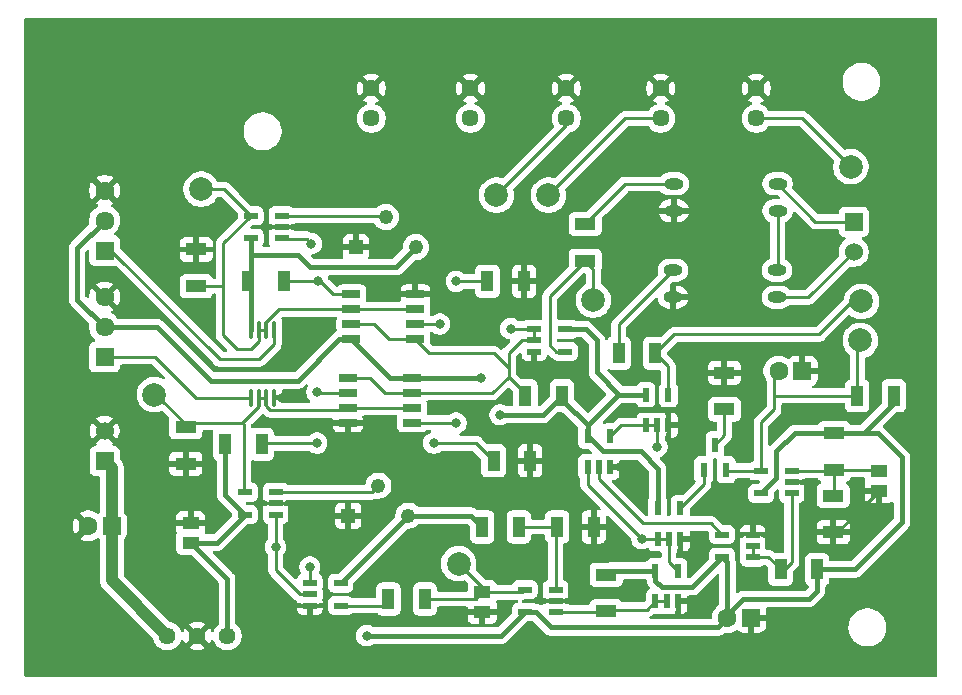
<source format=gbr>
%TF.GenerationSoftware,KiCad,Pcbnew,9.0.2*%
%TF.CreationDate,2025-06-13T21:58:29+02:00*%
%TF.ProjectId,bspdv4,62737064-7634-42e6-9b69-6361645f7063,rev?*%
%TF.SameCoordinates,Original*%
%TF.FileFunction,Copper,L1,Top*%
%TF.FilePolarity,Positive*%
%FSLAX46Y46*%
G04 Gerber Fmt 4.6, Leading zero omitted, Abs format (unit mm)*
G04 Created by KiCad (PCBNEW 9.0.2) date 2025-06-13 21:58:29*
%MOMM*%
%LPD*%
G01*
G04 APERTURE LIST*
G04 Aperture macros list*
%AMRoundRect*
0 Rectangle with rounded corners*
0 $1 Rounding radius*
0 $2 $3 $4 $5 $6 $7 $8 $9 X,Y pos of 4 corners*
0 Add a 4 corners polygon primitive as box body*
4,1,4,$2,$3,$4,$5,$6,$7,$8,$9,$2,$3,0*
0 Add four circle primitives for the rounded corners*
1,1,$1+$1,$2,$3*
1,1,$1+$1,$4,$5*
1,1,$1+$1,$6,$7*
1,1,$1+$1,$8,$9*
0 Add four rect primitives between the rounded corners*
20,1,$1+$1,$2,$3,$4,$5,0*
20,1,$1+$1,$4,$5,$6,$7,0*
20,1,$1+$1,$6,$7,$8,$9,0*
20,1,$1+$1,$8,$9,$2,$3,0*%
G04 Aperture macros list end*
%TA.AperFunction,SMDPad,CuDef*%
%ADD10R,1.800000X1.050000*%
%TD*%
%TA.AperFunction,SMDPad,CuDef*%
%ADD11R,1.470000X1.070000*%
%TD*%
%TA.AperFunction,SMDPad,CuDef*%
%ADD12C,2.000000*%
%TD*%
%TA.AperFunction,ComponentPad*%
%ADD13R,1.530000X1.530000*%
%TD*%
%TA.AperFunction,ComponentPad*%
%ADD14C,1.530000*%
%TD*%
%TA.AperFunction,SMDPad,CuDef*%
%ADD15R,1.050000X1.800000*%
%TD*%
%TA.AperFunction,ComponentPad*%
%ADD16C,1.440000*%
%TD*%
%TA.AperFunction,SMDPad,CuDef*%
%ADD17R,1.528000X0.650000*%
%TD*%
%TA.AperFunction,SMDPad,CuDef*%
%ADD18R,0.600000X1.150000*%
%TD*%
%TA.AperFunction,SMDPad,CuDef*%
%ADD19R,0.600000X1.300000*%
%TD*%
%TA.AperFunction,SMDPad,CuDef*%
%ADD20R,1.150000X0.600000*%
%TD*%
%TA.AperFunction,ComponentPad*%
%ADD21C,1.447000*%
%TD*%
%TA.AperFunction,ComponentPad*%
%ADD22RoundRect,0.250000X0.550000X0.550000X-0.550000X0.550000X-0.550000X-0.550000X0.550000X-0.550000X0*%
%TD*%
%TA.AperFunction,ComponentPad*%
%ADD23C,1.600000*%
%TD*%
%TA.AperFunction,ComponentPad*%
%ADD24R,1.217000X1.217000*%
%TD*%
%TA.AperFunction,ComponentPad*%
%ADD25C,1.217000*%
%TD*%
%TA.AperFunction,SMDPad,CuDef*%
%ADD26O,1.600000X0.950000*%
%TD*%
%TA.AperFunction,ComponentPad*%
%ADD27R,1.610000X1.610000*%
%TD*%
%TA.AperFunction,ComponentPad*%
%ADD28C,1.610000*%
%TD*%
%TA.AperFunction,SMDPad,CuDef*%
%ADD29RoundRect,0.100000X0.100000X-0.637500X0.100000X0.637500X-0.100000X0.637500X-0.100000X-0.637500X0*%
%TD*%
%TA.AperFunction,ViaPad*%
%ADD30C,0.800000*%
%TD*%
%TA.AperFunction,Conductor*%
%ADD31C,0.250000*%
%TD*%
%TA.AperFunction,Conductor*%
%ADD32C,1.000000*%
%TD*%
%TA.AperFunction,Conductor*%
%ADD33C,0.400000*%
%TD*%
G04 APERTURE END LIST*
D10*
%TO.P,R10,1*%
%TO.N,+5V*%
X213771092Y-77650000D03*
%TO.P,R10,2*%
%TO.N,Net-(CP4-OUT)*%
X213771092Y-80750000D03*
%TD*%
D11*
%TO.P,C2,1*%
%TO.N,GND*%
X236871092Y-70520000D03*
%TO.P,C2,2*%
%TO.N,Net-(CP3-IN-)*%
X236871092Y-68880000D03*
%TD*%
D12*
%TO.P,TP2,1,1*%
%TO.N,BPS signal*%
X175500000Y-62400000D03*
%TD*%
D13*
%TO.P,J3,1,1*%
%TO.N,SC in*%
X234721092Y-47760000D03*
D14*
%TO.P,J3,2,2*%
%TO.N,SC out*%
X234721092Y-50300000D03*
%TD*%
D15*
%TO.P,R13,1*%
%TO.N,+5V*%
X183395092Y-52800000D03*
%TO.P,R13,2*%
%TO.N,4.25V*%
X186495092Y-52800000D03*
%TD*%
%TO.P,R6,1*%
%TO.N,Net-(G3-Pad4)*%
X195321092Y-79700000D03*
%TO.P,R6,2*%
%TO.N,Net-(CP4-IN+)*%
X198421092Y-79700000D03*
%TD*%
D16*
%TO.P,U2,1,+VIN*%
%TO.N,+12V*%
X176592592Y-82824000D03*
%TO.P,U2,2,GND*%
%TO.N,GND*%
X179132592Y-82824000D03*
%TO.P,U2,3,+VOUT*%
%TO.N,+5V*%
X181672592Y-82824000D03*
%TD*%
D12*
%TO.P,TP9,1,1*%
%TO.N,SCS Check*%
X204471092Y-45500000D03*
%TD*%
D15*
%TO.P,R2,1*%
%TO.N,Net-(CP3-IN+)*%
X235021092Y-62500000D03*
%TO.P,R2,2*%
%TO.N,+5V*%
X238121092Y-62500000D03*
%TD*%
D17*
%TO.P,CP5,1,OUT1*%
%TO.N,SCS Check*%
X197611000Y-57705000D03*
%TO.P,CP5,2,IN1-*%
%TO.N,0.75V*%
X197611000Y-56435000D03*
%TO.P,CP5,3,IN1+*%
%TO.N,Current Sensor*%
X197611000Y-55165000D03*
%TO.P,CP5,4,GND*%
%TO.N,GND*%
X197611000Y-53895000D03*
%TO.P,CP5,5,IN2+*%
%TO.N,4.25V*%
X192189000Y-53895000D03*
%TO.P,CP5,6,IN2-*%
%TO.N,Current Sensor*%
X192189000Y-55165000D03*
%TO.P,CP5,7,OUT2*%
%TO.N,SCS Check*%
X192189000Y-56435000D03*
%TO.P,CP5,8,V+*%
%TO.N,+5V*%
X192189000Y-57705000D03*
%TD*%
D18*
%TO.P,G1,1*%
%TO.N,Intput w{slash} 50msdelay*%
X218121092Y-74600000D03*
%TO.P,G1,2*%
X219071092Y-74600000D03*
%TO.P,G1,3,GND*%
%TO.N,GND*%
X220021092Y-74600000D03*
%TO.P,G1,4*%
%TO.N,Net-(G1-Pad4)*%
X220021092Y-72000000D03*
%TO.P,G1,5,VCC*%
%TO.N,+5V*%
X218121092Y-72000000D03*
%TD*%
D10*
%TO.P,R4,1*%
%TO.N,GND*%
X232971092Y-74050000D03*
%TO.P,R4,2*%
%TO.N,Net-(CP3-IN-)*%
X232971092Y-70950000D03*
%TD*%
D11*
%TO.P,C3,1*%
%TO.N,Net-(CP4-IN+)*%
X203271092Y-79130000D03*
%TO.P,C3,2*%
%TO.N,GND*%
X203271092Y-80770000D03*
%TD*%
D12*
%TO.P,TP3,1,1*%
%TO.N,Net-(CP3-IN+)*%
X235271092Y-57800000D03*
%TD*%
D10*
%TO.P,R17,1*%
%TO.N,Current Sensor*%
X179061092Y-53205000D03*
%TO.P,R17,2*%
%TO.N,GND*%
X179061092Y-50105000D03*
%TD*%
%TO.P,R15,1*%
%TO.N,Net-(G7-Pad4)*%
X211971092Y-51050000D03*
%TO.P,R15,2*%
%TO.N,Net-(K2-+_CONTROL)*%
X211971092Y-47950000D03*
%TD*%
D15*
%TO.P,R11,1*%
%TO.N,+5V*%
X181521092Y-66600000D03*
%TO.P,R11,2*%
%TO.N,0.75V*%
X184621092Y-66600000D03*
%TD*%
D12*
%TO.P,TP8,1,1*%
%TO.N,Net-(G7-Pad4)*%
X212671092Y-54400000D03*
%TD*%
D19*
%TO.P,Q1,1*%
%TO.N,Net-(G1-Pad4)*%
X222021092Y-68750000D03*
%TO.P,Q1,2*%
%TO.N,Net-(CP3-IN+)*%
X223921092Y-68750000D03*
%TO.P,Q1,3*%
%TO.N,Net-(Q1-Pad3)*%
X222971092Y-66650000D03*
%TD*%
D11*
%TO.P,C6,1*%
%TO.N,GND*%
X178571092Y-73280000D03*
%TO.P,C6,2*%
%TO.N,+5V*%
X178571092Y-74920000D03*
%TD*%
D12*
%TO.P,TP1,1,1*%
%TO.N,Current Sensor*%
X179471092Y-45000000D03*
%TD*%
D20*
%TO.P,CP3,1,OUT*%
%TO.N,Net-(CP3-OUT)*%
X229471092Y-70750000D03*
%TO.P,CP3,2,VCC-*%
%TO.N,GND*%
X229471092Y-69800000D03*
%TO.P,CP3,3,IN-*%
%TO.N,Net-(CP3-IN-)*%
X229471092Y-68850000D03*
%TO.P,CP3,4,IN+*%
%TO.N,Net-(CP3-IN+)*%
X226871092Y-68850000D03*
%TO.P,CP3,5,VCC+*%
%TO.N,+5V*%
X226871092Y-70750000D03*
%TD*%
D17*
%TO.P,CP6,1,OUT1*%
%TO.N,SCS Check*%
X191884092Y-60965000D03*
%TO.P,CP6,2,IN1-*%
%TO.N,0.75V*%
X191884092Y-62235000D03*
%TO.P,CP6,3,IN1+*%
%TO.N,BPS signal*%
X191884092Y-63505000D03*
%TO.P,CP6,4,GND*%
%TO.N,GND*%
X191884092Y-64775000D03*
%TO.P,CP6,5,IN2+*%
%TO.N,4.25V*%
X197306092Y-64775000D03*
%TO.P,CP6,6,IN2-*%
%TO.N,BPS signal*%
X197306092Y-63505000D03*
%TO.P,CP6,7,OUT2*%
%TO.N,SCS Check*%
X197306092Y-62235000D03*
%TO.P,CP6,8,V+*%
%TO.N,+5V*%
X197306092Y-60965000D03*
%TD*%
D12*
%TO.P,TP5,1,1*%
%TO.N,Net-(CP4-IN+)*%
X201271092Y-76700000D03*
%TD*%
D21*
%TO.P,LED1,1,K*%
%TO.N,GND*%
X226471092Y-36460000D03*
%TO.P,LED1,2,A*%
%TO.N,Intput w{slash} 50msdelay*%
X226471092Y-39000000D03*
%TD*%
D22*
%TO.P,C1,1*%
%TO.N,GND*%
X230371092Y-60400000D03*
D23*
%TO.P,C1,2*%
%TO.N,Net-(CP3-IN+)*%
X228371092Y-60400000D03*
%TD*%
D24*
%TO.P,RV1,1,CCW*%
%TO.N,GND*%
X191931092Y-72640000D03*
D25*
%TO.P,RV1,2,WIPER*%
%TO.N,Net-(CP2-IN-)*%
X194471092Y-70100000D03*
%TO.P,RV1,3,CW*%
%TO.N,+5V*%
X197011092Y-72640000D03*
%TD*%
D15*
%TO.P,R5,1*%
%TO.N,Net-(G2-Pad4)*%
X217921092Y-58900000D03*
%TO.P,R5,2*%
%TO.N,Net-(K1-+_CONTROL)*%
X214821092Y-58900000D03*
%TD*%
D20*
%TO.P,G7,1*%
%TO.N,SCS Check*%
X207671092Y-56850000D03*
%TO.P,G7,2*%
X207671092Y-57800000D03*
%TO.P,G7,3,GND*%
%TO.N,GND*%
X207671092Y-58750000D03*
%TO.P,G7,4*%
%TO.N,Net-(G7-Pad4)*%
X210271092Y-58750000D03*
%TO.P,G7,5,VCC*%
%TO.N,+5V*%
X210271092Y-56850000D03*
%TD*%
D15*
%TO.P,R8,1*%
%TO.N,Net-(CP4-IN-)*%
X206371092Y-73600000D03*
%TO.P,R8,2*%
%TO.N,+5V*%
X203271092Y-73600000D03*
%TD*%
%TO.P,R16,1*%
%TO.N,+5V*%
X210021092Y-62500000D03*
%TO.P,R16,2*%
%TO.N,SCS Check*%
X206921092Y-62500000D03*
%TD*%
D20*
%TO.P,G3,1*%
%TO.N,Net-(CP1-OUT)*%
X188671092Y-78350000D03*
%TO.P,G3,2*%
%TO.N,Net-(CP2-OUT)*%
X188671092Y-79300000D03*
%TO.P,G3,3,GND*%
%TO.N,GND*%
X188671092Y-80250000D03*
%TO.P,G3,4*%
%TO.N,Net-(G3-Pad4)*%
X191271092Y-80250000D03*
%TO.P,G3,5,VCC*%
%TO.N,+5V*%
X191271092Y-78350000D03*
%TD*%
%TO.P,CP4,1,OUT*%
%TO.N,Net-(CP4-OUT)*%
X209471092Y-80800000D03*
%TO.P,CP4,2,VCC-*%
%TO.N,GND*%
X209471092Y-79850000D03*
%TO.P,CP4,3,IN-*%
%TO.N,Net-(CP4-IN-)*%
X209471092Y-78900000D03*
%TO.P,CP4,4,IN+*%
%TO.N,Net-(CP4-IN+)*%
X206871092Y-78900000D03*
%TO.P,CP4,5,VCC+*%
%TO.N,+5V*%
X206871092Y-80800000D03*
%TD*%
D18*
%TO.P,G2,1*%
%TO.N,BSPD out*%
X217121092Y-65000000D03*
%TO.P,G2,2*%
X218071092Y-65000000D03*
%TO.P,G2,3,GND*%
%TO.N,GND*%
X219021092Y-65000000D03*
%TO.P,G2,4*%
%TO.N,Net-(G2-Pad4)*%
X219021092Y-62400000D03*
%TO.P,G2,5,VCC*%
%TO.N,+5V*%
X217121092Y-62400000D03*
%TD*%
D10*
%TO.P,R1,1*%
%TO.N,GND*%
X223771092Y-60550000D03*
%TO.P,R1,2*%
%TO.N,Net-(Q1-Pad3)*%
X223771092Y-63650000D03*
%TD*%
D26*
%TO.P,K2,1,+_CONTROL*%
%TO.N,Net-(K2-+_CONTROL)*%
X219471092Y-44557000D03*
%TO.P,K2,2,-_CONTROL*%
%TO.N,GND*%
X219471092Y-46843000D03*
%TO.P,K2,3,LOAD_1*%
%TO.N,SCS relay*%
X228271092Y-46843000D03*
%TO.P,K2,4,LOAD_2*%
%TO.N,SC in*%
X228271092Y-44557000D03*
%TD*%
D21*
%TO.P,LED5,1,K*%
%TO.N,GND*%
X202271092Y-36460000D03*
%TO.P,LED5,2,A*%
%TO.N,Net-(CP1-OUT)*%
X202271092Y-39000000D03*
%TD*%
D20*
%TO.P,CP2,1,OUT*%
%TO.N,Net-(CP2-OUT)*%
X185771092Y-72550000D03*
%TO.P,CP2,2,VCC-*%
%TO.N,GND*%
X185771092Y-71600000D03*
%TO.P,CP2,3,IN-*%
%TO.N,Net-(CP2-IN-)*%
X185771092Y-70650000D03*
%TO.P,CP2,4,IN+*%
%TO.N,BPS signal*%
X183171092Y-70650000D03*
%TO.P,CP2,5,VCC+*%
%TO.N,+5V*%
X183171092Y-72550000D03*
%TD*%
D27*
%TO.P,J1,1,1*%
%TO.N,Raw BPS Signal*%
X171296092Y-59210000D03*
D28*
%TO.P,J1,2,2*%
%TO.N,+5V*%
X171296092Y-56670000D03*
%TO.P,J1,3,3*%
%TO.N,GND*%
X171296092Y-54130000D03*
%TD*%
D26*
%TO.P,K1,1,+_CONTROL*%
%TO.N,Net-(K1-+_CONTROL)*%
X219421092Y-51857000D03*
%TO.P,K1,2,-_CONTROL*%
%TO.N,GND*%
X219421092Y-54143000D03*
%TO.P,K1,3,LOAD_1*%
%TO.N,SC out*%
X228221092Y-54143000D03*
%TO.P,K1,4,LOAD_2*%
%TO.N,SCS relay*%
X228221092Y-51857000D03*
%TD*%
D15*
%TO.P,R7,1*%
%TO.N,+5V*%
X231621092Y-77200000D03*
%TO.P,R7,2*%
%TO.N,Net-(CP3-OUT)*%
X228521092Y-77200000D03*
%TD*%
D12*
%TO.P,TP4,1,1*%
%TO.N,Net-(G2-Pad4)*%
X235371092Y-54500000D03*
%TD*%
D21*
%TO.P,LED3,1,K*%
%TO.N,GND*%
X193871092Y-36460000D03*
%TO.P,LED3,2,A*%
%TO.N,Net-(CP2-OUT)*%
X193871092Y-39000000D03*
%TD*%
D27*
%TO.P,J2,1,1*%
%TO.N,Raw Current Sensor*%
X171296092Y-50195000D03*
D28*
%TO.P,J2,2,2*%
%TO.N,+5V*%
X171296092Y-47655000D03*
%TO.P,J2,3,3*%
%TO.N,GND*%
X171296092Y-45115000D03*
%TD*%
D15*
%TO.P,R9,1*%
%TO.N,GND*%
X212721092Y-73600000D03*
%TO.P,R9,2*%
%TO.N,Net-(CP4-IN-)*%
X209621092Y-73600000D03*
%TD*%
D20*
%TO.P,G4,1*%
%TO.N,Net-(CP3-OUT)*%
X226171092Y-76150000D03*
%TO.P,G4,2*%
X226171092Y-75200000D03*
%TO.P,G4,3,GND*%
%TO.N,GND*%
X226171092Y-74250000D03*
%TO.P,G4,4*%
%TO.N,Net-(G4-Pad4)*%
X223571092Y-74250000D03*
%TO.P,G4,5,VCC*%
%TO.N,+5V*%
X223571092Y-76150000D03*
%TD*%
D15*
%TO.P,R14,1*%
%TO.N,4.25V*%
X203708092Y-52800000D03*
%TO.P,R14,2*%
%TO.N,GND*%
X206808092Y-52800000D03*
%TD*%
D22*
%TO.P,C4,1*%
%TO.N,+12V*%
X171900000Y-73500000D03*
D23*
%TO.P,C4,2*%
%TO.N,GND*%
X169900000Y-73500000D03*
%TD*%
D29*
%TO.P,DU1,1,+*%
%TO.N,Raw BPS Signal*%
X183696092Y-62662500D03*
%TO.P,DU1,2,-*%
%TO.N,BPS signal*%
X184346092Y-62662500D03*
%TO.P,DU1,3*%
X184996092Y-62662500D03*
%TO.P,DU1,4,V-*%
%TO.N,GND*%
X185646092Y-62662500D03*
%TO.P,DU1,5,+*%
%TO.N,Raw Current Sensor*%
X185646092Y-56937500D03*
%TO.P,DU1,6,-*%
%TO.N,Current Sensor*%
X184996092Y-56937500D03*
%TO.P,DU1,7*%
X184346092Y-56937500D03*
%TO.P,DU1,8,V+*%
%TO.N,+5V*%
X183696092Y-56937500D03*
%TD*%
D12*
%TO.P,TP7,1,1*%
%TO.N,Intput w{slash} 50msdelay*%
X234471092Y-43100000D03*
%TD*%
D21*
%TO.P,LED2,1,K*%
%TO.N,GND*%
X218371092Y-36460000D03*
%TO.P,LED2,2,A*%
%TO.N,BSPD out*%
X218371092Y-39000000D03*
%TD*%
D10*
%TO.P,R18,1*%
%TO.N,BPS signal*%
X178171092Y-65150000D03*
%TO.P,R18,2*%
%TO.N,GND*%
X178171092Y-68250000D03*
%TD*%
D12*
%TO.P,TP6,1,1*%
%TO.N,BSPD out*%
X208871092Y-45500000D03*
%TD*%
D22*
%TO.P,C5,1*%
%TO.N,GND*%
X226026205Y-81300000D03*
D23*
%TO.P,C5,2*%
%TO.N,+5V*%
X224026205Y-81300000D03*
%TD*%
D18*
%TO.P,G5,1*%
%TO.N,Intput w{slash} 50msdelay*%
X212185930Y-68514070D03*
%TO.P,G5,2*%
%TO.N,Net-(G4-Pad4)*%
X213135930Y-68514070D03*
%TO.P,G5,3,GND*%
%TO.N,GND*%
X214085930Y-68514070D03*
%TO.P,G5,4*%
%TO.N,BSPD out*%
X214085930Y-65914070D03*
%TO.P,G5,5,VCC*%
%TO.N,+5V*%
X212185930Y-65914070D03*
%TD*%
D15*
%TO.P,R12,1*%
%TO.N,0.75V*%
X204221092Y-68000000D03*
%TO.P,R12,2*%
%TO.N,GND*%
X207321092Y-68000000D03*
%TD*%
D24*
%TO.P,RV2,1,CCW*%
%TO.N,GND*%
X192571092Y-49900000D03*
D25*
%TO.P,RV2,2,WIPER*%
%TO.N,Net-(CP1-IN-)*%
X195111092Y-47360000D03*
%TO.P,RV2,3,CW*%
%TO.N,+5V*%
X197651092Y-49900000D03*
%TD*%
D10*
%TO.P,R3,1*%
%TO.N,Net-(CP3-IN-)*%
X233071092Y-68750000D03*
%TO.P,R3,2*%
%TO.N,+5V*%
X233071092Y-65650000D03*
%TD*%
D18*
%TO.P,G6,1*%
%TO.N,Net-(CP4-OUT)*%
X217921092Y-79900000D03*
%TO.P,G6,2*%
X218871092Y-79900000D03*
%TO.P,G6,3,GND*%
%TO.N,GND*%
X219821092Y-79900000D03*
%TO.P,G6,4*%
%TO.N,Intput w{slash} 50msdelay*%
X219821092Y-77300000D03*
%TO.P,G6,5,VCC*%
%TO.N,+5V*%
X217921092Y-77300000D03*
%TD*%
D21*
%TO.P,LED4,1,K*%
%TO.N,GND*%
X210371092Y-36460000D03*
%TO.P,LED4,2,A*%
%TO.N,SCS Check*%
X210371092Y-39000000D03*
%TD*%
D20*
%TO.P,CP1,1,OUT*%
%TO.N,Net-(CP1-OUT)*%
X186271092Y-49150000D03*
%TO.P,CP1,2,VCC-*%
%TO.N,GND*%
X186271092Y-48200000D03*
%TO.P,CP1,3,IN-*%
%TO.N,Net-(CP1-IN-)*%
X186271092Y-47250000D03*
%TO.P,CP1,4,IN+*%
%TO.N,Current Sensor*%
X183671092Y-47250000D03*
%TO.P,CP1,5,VCC+*%
%TO.N,+5V*%
X183671092Y-49150000D03*
%TD*%
D13*
%TO.P,J4,1,1*%
%TO.N,+12V*%
X171296092Y-68000000D03*
D14*
%TO.P,J4,2,2*%
%TO.N,GND*%
X171296092Y-65460000D03*
%TD*%
D30*
%TO.N,GND*%
X221200000Y-79900000D03*
X235900000Y-73100000D03*
X186300000Y-62700000D03*
X214900000Y-68500000D03*
X207671092Y-60071092D03*
X226100000Y-73000000D03*
X207300000Y-70400000D03*
X223800000Y-58500000D03*
%TO.N,4.25V*%
X201058092Y-64800000D03*
X189358092Y-52800000D03*
X201058092Y-52800000D03*
%TO.N,+5V*%
X204771092Y-64100000D03*
X193471092Y-82800000D03*
X203171092Y-61000000D03*
%TO.N,SCS Check*%
X205671092Y-56800000D03*
%TO.N,Intput w{slash} 50msdelay*%
X216771092Y-74600000D03*
%TO.N,BSPD out*%
X218071092Y-66800000D03*
%TO.N,0.75V*%
X189258092Y-66500000D03*
X189258092Y-62200000D03*
X199656914Y-56425043D03*
X199158092Y-66500000D03*
%TO.N,Net-(CP2-OUT)*%
X185771092Y-75300000D03*
%TO.N,Net-(CP1-OUT)*%
X188671092Y-77000000D03*
X188800000Y-49600000D03*
%TD*%
D31*
%TO.N,Net-(CP3-IN+)*%
X228071092Y-60400000D02*
X228371092Y-60400000D01*
X224021092Y-68850000D02*
X223921092Y-68750000D01*
X226871092Y-68850000D02*
X226871092Y-64750000D01*
X235271092Y-57800000D02*
X235021092Y-58050000D01*
X226871092Y-64750000D02*
X227971092Y-63650000D01*
X227971092Y-60500000D02*
X228071092Y-60400000D01*
X227971092Y-62500000D02*
X227971092Y-60500000D01*
X235021092Y-58050000D02*
X235021092Y-62500000D01*
X235021092Y-62500000D02*
X227971092Y-62500000D01*
X226871092Y-68850000D02*
X224021092Y-68850000D01*
X227971092Y-63650000D02*
X227971092Y-62500000D01*
%TO.N,GND*%
X207321092Y-68000000D02*
X207321092Y-70378908D01*
X223771092Y-58528908D02*
X223800000Y-58500000D01*
X207700000Y-60100000D02*
X207671092Y-60071092D01*
X226171092Y-73071092D02*
X226100000Y-73000000D01*
X233341092Y-74050000D02*
X235095546Y-72295546D01*
X185646092Y-62662500D02*
X186262500Y-62662500D01*
X186262500Y-62662500D02*
X186300000Y-62700000D01*
X207671092Y-58750000D02*
X207671092Y-60071092D01*
X214085930Y-68514070D02*
X214885930Y-68514070D01*
X219021092Y-65000000D02*
X219321092Y-65000000D01*
X214885930Y-68514070D02*
X214900000Y-68500000D01*
X223771092Y-60550000D02*
X223771092Y-58528908D01*
X232971092Y-74050000D02*
X233341092Y-74050000D01*
X226171092Y-74250000D02*
X226171092Y-73071092D01*
X235095546Y-72295546D02*
X236871092Y-70520000D01*
X207321092Y-70378908D02*
X207300000Y-70400000D01*
X235095546Y-72295546D02*
X235900000Y-73100000D01*
X219821092Y-79900000D02*
X221200000Y-79900000D01*
%TO.N,4.25V*%
X197306092Y-64775000D02*
X201033092Y-64775000D01*
X201058092Y-52800000D02*
X203708092Y-52800000D01*
X190624093Y-53900000D02*
X189524093Y-52800000D01*
X192189000Y-53895000D02*
X192184000Y-53900000D01*
X201033092Y-64775000D02*
X201058092Y-64800000D01*
X189524093Y-52800000D02*
X189358092Y-52800000D01*
X192184000Y-53900000D02*
X190624093Y-53900000D01*
X186495092Y-52800000D02*
X189358092Y-52800000D01*
%TO.N,Net-(CP4-IN+)*%
X203271092Y-79130000D02*
X206641092Y-79130000D01*
X206641092Y-79130000D02*
X206871092Y-78900000D01*
X203271092Y-78700000D02*
X203271092Y-79130000D01*
X198421092Y-79700000D02*
X202701092Y-79700000D01*
X201271092Y-76700000D02*
X203271092Y-78700000D01*
X202701092Y-79700000D02*
X203271092Y-79130000D01*
D32*
%TO.N,+12V*%
X171900000Y-78131408D02*
X176592592Y-82824000D01*
X171900000Y-73500000D02*
X171900000Y-68603908D01*
X171900000Y-73500000D02*
X171900000Y-78131408D01*
X171900000Y-68603908D02*
X171296092Y-68000000D01*
D33*
%TO.N,+5V*%
X231621092Y-78978908D02*
X230900000Y-79700000D01*
X187671092Y-61200000D02*
X180271092Y-61200000D01*
X233071092Y-65650000D02*
X235563092Y-65650000D01*
X216671092Y-67200000D02*
X213471860Y-67200000D01*
X217921092Y-78150000D02*
X217921092Y-77300000D01*
X230900000Y-79700000D02*
X225374205Y-79700000D01*
X207800000Y-80800000D02*
X209099999Y-82099999D01*
X217121092Y-62400000D02*
X214871092Y-62400000D01*
X180801092Y-74920000D02*
X183171092Y-72550000D01*
X181521092Y-66600000D02*
X181521092Y-70900000D01*
X209099999Y-82099999D02*
X223226206Y-82099999D01*
D31*
X203136092Y-60965000D02*
X203171092Y-61000000D01*
D33*
X229721092Y-65650000D02*
X233071092Y-65650000D01*
X175741092Y-56670000D02*
X171296092Y-56670000D01*
X224026205Y-81300000D02*
X224026205Y-76605113D01*
X168971092Y-49980000D02*
X171296092Y-47655000D01*
X231621092Y-77200000D02*
X231621092Y-78978908D01*
D31*
X214871092Y-62400000D02*
X214771092Y-62400000D01*
D33*
X236750000Y-65650000D02*
X238800000Y-67700000D01*
X178571092Y-74920000D02*
X180801092Y-74920000D01*
X195951092Y-51600000D02*
X188700000Y-51600000D01*
D31*
X183696092Y-53101000D02*
X183395092Y-52800000D01*
D33*
X202311092Y-72640000D02*
X203271092Y-73600000D01*
X226871092Y-70750000D02*
X228171092Y-69450000D01*
X191301092Y-78350000D02*
X197011092Y-72640000D01*
D31*
X183671092Y-52524000D02*
X183395092Y-52800000D01*
D33*
X181521092Y-70900000D02*
X183171092Y-72550000D01*
X224026205Y-76605113D02*
X223571092Y-76150000D01*
X208421092Y-64100000D02*
X210021092Y-62500000D01*
X204871092Y-82800000D02*
X206871092Y-80800000D01*
X238800000Y-73221092D02*
X234821092Y-77200000D01*
X234821092Y-77200000D02*
X231621092Y-77200000D01*
D31*
X191271092Y-78350000D02*
X191301092Y-78350000D01*
D33*
X212185930Y-64985162D02*
X212185930Y-65914070D01*
X180271092Y-61200000D02*
X175741092Y-56670000D01*
X212971092Y-57800000D02*
X212971092Y-60500000D01*
X238800000Y-67700000D02*
X238800000Y-73221092D01*
X206871092Y-80800000D02*
X207800000Y-80800000D01*
X210021092Y-62820324D02*
X212185930Y-64985162D01*
X197651092Y-49900000D02*
X195951092Y-51600000D01*
X204771092Y-64100000D02*
X208421092Y-64100000D01*
X213471860Y-67200000D02*
X212185930Y-65914070D01*
X197011092Y-72640000D02*
X202311092Y-72640000D01*
X214121092Y-77300000D02*
X213771092Y-77650000D01*
X228171092Y-69450000D02*
X228171092Y-67200000D01*
D31*
X238121092Y-62500000D02*
X238121092Y-63092000D01*
D33*
X188700000Y-51600000D02*
X187700000Y-50600000D01*
X218471092Y-78700000D02*
X217921092Y-78150000D01*
X224026205Y-81048000D02*
X224026205Y-81300000D01*
X218121092Y-68650000D02*
X216671092Y-67200000D01*
X193471092Y-82800000D02*
X204871092Y-82800000D01*
X192189000Y-57705000D02*
X191166092Y-57705000D01*
X225374205Y-79700000D02*
X224026205Y-81048000D01*
X187700000Y-50600000D02*
X183671092Y-50600000D01*
X192189000Y-57705000D02*
X195449000Y-60965000D01*
X210271092Y-56850000D02*
X212021092Y-56850000D01*
X183696092Y-56937500D02*
X183696092Y-53101000D01*
X214771092Y-62400000D02*
X212185930Y-64985162D01*
X223226206Y-82099999D02*
X224026205Y-81300000D01*
X210021092Y-62500000D02*
X210021092Y-62820324D01*
X235563092Y-65650000D02*
X236750000Y-65650000D01*
X238121092Y-63092000D02*
X235563092Y-65650000D01*
X212021092Y-56850000D02*
X212971092Y-57800000D01*
X217921092Y-77300000D02*
X214121092Y-77300000D01*
X171296092Y-56670000D02*
X168971092Y-54345000D01*
X212971092Y-60500000D02*
X214871092Y-62400000D01*
X218121092Y-72000000D02*
X218121092Y-68650000D01*
X181672592Y-82824000D02*
X181672592Y-78021500D01*
X197306092Y-60965000D02*
X203136092Y-60965000D01*
X168971092Y-54345000D02*
X168971092Y-49980000D01*
X195449000Y-60965000D02*
X197306092Y-60965000D01*
X228171092Y-67200000D02*
X229721092Y-65650000D01*
X183671092Y-49150000D02*
X183671092Y-52524000D01*
X191166092Y-57705000D02*
X187671092Y-61200000D01*
X223571092Y-76150000D02*
X221021092Y-78700000D01*
X221021092Y-78700000D02*
X218471092Y-78700000D01*
X181672592Y-78021500D02*
X178571092Y-74920000D01*
D31*
%TO.N,Net-(Q1-Pad3)*%
X223771092Y-63650000D02*
X223771092Y-65850000D01*
X223771092Y-65850000D02*
X222971092Y-66650000D01*
%TO.N,Net-(K2-+_CONTROL)*%
X215364092Y-44557000D02*
X211971092Y-47950000D01*
X219471092Y-44557000D02*
X215364092Y-44557000D01*
%TO.N,Current Sensor*%
X181351091Y-49570001D02*
X183671092Y-47250000D01*
X192189000Y-55165000D02*
X197611000Y-55165000D01*
X179471092Y-45000000D02*
X181421092Y-45000000D01*
X192189000Y-55208092D02*
X192145908Y-55165000D01*
X186075866Y-55165000D02*
X184996092Y-56244774D01*
X184996092Y-56937500D02*
X184346092Y-56937500D01*
X181351091Y-53205000D02*
X179061092Y-53205000D01*
X181421092Y-45000000D02*
X183671092Y-47250000D01*
X184346092Y-57825000D02*
X183671092Y-58500000D01*
X181351091Y-53205000D02*
X181351091Y-49570001D01*
X183671092Y-58500000D02*
X182471092Y-58500000D01*
X184996092Y-56244774D02*
X184996092Y-56937500D01*
X192189000Y-55165000D02*
X192189000Y-55208092D01*
X184346092Y-56937500D02*
X184346092Y-57825000D01*
X181351091Y-57379999D02*
X181351091Y-53205000D01*
X182471092Y-58500000D02*
X181351091Y-57379999D01*
X192145908Y-55165000D02*
X186075866Y-55165000D01*
%TO.N,Net-(K1-+_CONTROL)*%
X214821092Y-58900000D02*
X214821092Y-56457000D01*
X214821092Y-56457000D02*
X219421092Y-51857000D01*
%TO.N,BPS signal*%
X182961091Y-64785000D02*
X183071092Y-64895001D01*
X191884092Y-63505000D02*
X191663092Y-63726000D01*
X183071092Y-70400000D02*
X182821092Y-70650000D01*
X191884092Y-63505000D02*
X197306092Y-63505000D01*
X178536092Y-64785000D02*
X178171092Y-65150000D01*
X185322093Y-63726000D02*
X184996092Y-63399999D01*
X178171092Y-64900000D02*
X178171092Y-65150000D01*
X182821092Y-70650000D02*
X183171092Y-70650000D01*
X176100000Y-62828908D02*
X178171092Y-64900000D01*
X175500000Y-62400000D02*
X175928908Y-62828908D01*
X184996092Y-63399999D02*
X184996092Y-62662500D01*
X184346092Y-62662500D02*
X184996092Y-62662500D01*
X183071092Y-64895001D02*
X183071092Y-70400000D01*
X178536092Y-64785000D02*
X182961091Y-64785000D01*
X191663092Y-63726000D02*
X185322093Y-63726000D01*
X175928908Y-62828908D02*
X176100000Y-62828908D01*
X184346092Y-62662500D02*
X184346092Y-63399999D01*
X184346092Y-63399999D02*
X182961091Y-64785000D01*
%TO.N,SCS relay*%
X228271092Y-51807000D02*
X228221092Y-51857000D01*
X228271092Y-46843000D02*
X228271092Y-51807000D01*
%TO.N,SC out*%
X228221092Y-54143000D02*
X230878092Y-54143000D01*
X230878092Y-54143000D02*
X234721092Y-50300000D01*
%TO.N,SC in*%
X231474092Y-47760000D02*
X228271092Y-44557000D01*
X234721092Y-47760000D02*
X231474092Y-47760000D01*
%TO.N,Net-(G4-Pad4)*%
X223571092Y-74250000D02*
X222621092Y-73300000D01*
X213135930Y-69564838D02*
X213135930Y-68514070D01*
X216871092Y-73300000D02*
X213135930Y-69564838D01*
X222621092Y-73300000D02*
X216871092Y-73300000D01*
%TO.N,SCS Check*%
X205495092Y-60863000D02*
X204123092Y-62235000D01*
X193723092Y-60965000D02*
X194993092Y-62235000D01*
X205495092Y-58904908D02*
X205495092Y-60489887D01*
X194993092Y-62235000D02*
X197306092Y-62235000D01*
X198781000Y-58875000D02*
X204233092Y-58875000D01*
X191884092Y-60965000D02*
X193723092Y-60965000D01*
X192189000Y-56435000D02*
X194093000Y-56435000D01*
X204123092Y-62235000D02*
X197306092Y-62235000D01*
X207621092Y-56800000D02*
X207671092Y-56850000D01*
X194093000Y-56435000D02*
X195363000Y-57705000D01*
X206600000Y-57800000D02*
X205495092Y-58904908D01*
X207671092Y-57800000D02*
X207671092Y-56850000D01*
X204471092Y-45500000D02*
X210371092Y-39600000D01*
X207671092Y-57800000D02*
X206600000Y-57800000D01*
X197611000Y-57705000D02*
X198781000Y-58875000D01*
X204233092Y-58875000D02*
X205495092Y-60137000D01*
X206921092Y-62289000D02*
X205495092Y-60863000D01*
X195363000Y-57705000D02*
X197611000Y-57705000D01*
X210371092Y-39600000D02*
X210371092Y-39000000D01*
X205671092Y-56800000D02*
X207621092Y-56800000D01*
X205495092Y-60489887D02*
X205495092Y-60863000D01*
X205495092Y-60137000D02*
X205495092Y-60489887D01*
X206921092Y-62500000D02*
X206921092Y-62289000D01*
%TO.N,Net-(G3-Pad4)*%
X194771092Y-80250000D02*
X195321092Y-79700000D01*
X191271092Y-80250000D02*
X194771092Y-80250000D01*
%TO.N,Raw BPS Signal*%
X175581092Y-59210000D02*
X179033592Y-62662500D01*
X171296092Y-59210000D02*
X175581092Y-59210000D01*
X179033592Y-62662500D02*
X183696092Y-62662500D01*
%TO.N,Raw Current Sensor*%
X181071402Y-59400000D02*
X184371092Y-59400000D01*
X185646092Y-58125000D02*
X185646092Y-56937500D01*
X184371092Y-59400000D02*
X185646092Y-58125000D01*
X171866402Y-50195000D02*
X181071402Y-59400000D01*
X171296092Y-50195000D02*
X171866402Y-50195000D01*
%TO.N,Net-(G1-Pad4)*%
X222021092Y-68750000D02*
X222021092Y-70000000D01*
X222021092Y-70000000D02*
X220021092Y-72000000D01*
%TO.N,Intput w{slash} 50msdelay*%
X230371092Y-39000000D02*
X226471092Y-39000000D01*
X219071092Y-74600000D02*
X218121092Y-74600000D01*
X212185930Y-70014838D02*
X216771092Y-74600000D01*
X212185930Y-68514070D02*
X212185930Y-70014838D01*
X219821092Y-77300000D02*
X219071092Y-76550000D01*
X216771092Y-74600000D02*
X218121092Y-74600000D01*
X234471092Y-43100000D02*
X230371092Y-39000000D01*
X219071092Y-76550000D02*
X219071092Y-74600000D01*
%TO.N,Net-(G2-Pad4)*%
X219021092Y-62400000D02*
X219021092Y-60000000D01*
X231771092Y-57300000D02*
X219521092Y-57300000D01*
X219521092Y-57300000D02*
X217921092Y-58900000D01*
X234571092Y-54500000D02*
X231771092Y-57300000D01*
X235371092Y-54500000D02*
X234571092Y-54500000D01*
X219021092Y-60000000D02*
X217921092Y-58900000D01*
%TO.N,BSPD out*%
X215371092Y-39000000D02*
X218371092Y-39000000D01*
X218071092Y-65000000D02*
X217121092Y-65000000D01*
X208871092Y-45500000D02*
X215371092Y-39000000D01*
X217121092Y-65000000D02*
X215000000Y-65000000D01*
X218071092Y-66800000D02*
X218071092Y-65000000D01*
X215000000Y-65000000D02*
X214085930Y-65914070D01*
%TO.N,0.75V*%
X189293092Y-62235000D02*
X189258092Y-62200000D01*
X184721092Y-66500000D02*
X184621092Y-66600000D01*
X202721092Y-66500000D02*
X199158092Y-66500000D01*
X191884092Y-62235000D02*
X189293092Y-62235000D01*
X204221092Y-68000000D02*
X202721092Y-66500000D01*
X189258092Y-66500000D02*
X184721092Y-66500000D01*
X199656914Y-56425043D02*
X197620957Y-56425043D01*
X197620957Y-56425043D02*
X197611000Y-56435000D01*
%TO.N,Net-(CP4-IN-)*%
X209471092Y-78900000D02*
X209471092Y-73750000D01*
X206371092Y-73600000D02*
X209621092Y-73600000D01*
X209471092Y-73750000D02*
X209621092Y-73600000D01*
%TO.N,Net-(G7-Pad4)*%
X212671092Y-51750000D02*
X211971092Y-51050000D01*
X208971092Y-58200000D02*
X209521092Y-58750000D01*
X211971092Y-51050000D02*
X208971092Y-54050000D01*
X209521092Y-58750000D02*
X210271092Y-58750000D01*
X208971092Y-54050000D02*
X208971092Y-58200000D01*
X212671092Y-54400000D02*
X212671092Y-51750000D01*
%TO.N,Net-(CP4-OUT)*%
X217921092Y-79900000D02*
X218871092Y-79900000D01*
X217221092Y-80600000D02*
X217921092Y-79900000D01*
X209471092Y-80800000D02*
X213871092Y-80800000D01*
X213871092Y-80800000D02*
X214071092Y-80600000D01*
X214071092Y-80600000D02*
X217221092Y-80600000D01*
%TO.N,Net-(CP3-OUT)*%
X226171092Y-76150000D02*
X227471092Y-76150000D01*
X226171092Y-76150000D02*
X226171092Y-75200000D01*
X228871092Y-77200000D02*
X229471092Y-76600000D01*
X229471092Y-76600000D02*
X229471092Y-70750000D01*
X227471092Y-76150000D02*
X228521092Y-77200000D01*
X228521092Y-77200000D02*
X228871092Y-77200000D01*
%TO.N,Net-(CP2-IN-)*%
X185771092Y-70650000D02*
X193921092Y-70650000D01*
X193921092Y-70650000D02*
X194471092Y-70100000D01*
%TO.N,Net-(CP2-OUT)*%
X187846092Y-79300000D02*
X188671092Y-79300000D01*
X185771092Y-77225000D02*
X187846092Y-79300000D01*
X185771092Y-72550000D02*
X185771092Y-75300000D01*
X185771092Y-75300000D02*
X185771092Y-77225000D01*
%TO.N,Net-(CP1-IN-)*%
X195001092Y-47250000D02*
X195111092Y-47360000D01*
X186271092Y-47250000D02*
X195001092Y-47250000D01*
%TO.N,Net-(CP1-OUT)*%
X188800000Y-49600000D02*
X188400000Y-49200000D01*
X188400000Y-49200000D02*
X186321092Y-49200000D01*
X188671092Y-78350000D02*
X188671092Y-77000000D01*
X186321092Y-49200000D02*
X186271092Y-49150000D01*
%TO.N,Net-(CP3-IN-)*%
X236741092Y-68750000D02*
X236871092Y-68880000D01*
X229471092Y-68850000D02*
X232971092Y-68850000D01*
X233071092Y-70850000D02*
X232971092Y-70950000D01*
X232971092Y-68850000D02*
X233071092Y-68750000D01*
X233071092Y-68750000D02*
X236741092Y-68750000D01*
X233071092Y-68750000D02*
X233071092Y-70850000D01*
%TD*%
%TA.AperFunction,Conductor*%
%TO.N,GND*%
G36*
X223245039Y-77569224D02*
G01*
X223300972Y-77611096D01*
X223325389Y-77676560D01*
X223325705Y-77685406D01*
X223325705Y-80138255D01*
X223306020Y-80205294D01*
X223274590Y-80238573D01*
X223178992Y-80308028D01*
X223178987Y-80308032D01*
X223034233Y-80452786D01*
X222913920Y-80618386D01*
X222820986Y-80800776D01*
X222757727Y-80995465D01*
X222725705Y-81197648D01*
X222725705Y-81275499D01*
X222706020Y-81342538D01*
X222653216Y-81388293D01*
X222601705Y-81399499D01*
X217548833Y-81399499D01*
X217481794Y-81379814D01*
X217436039Y-81327010D01*
X217426095Y-81257852D01*
X217455120Y-81194296D01*
X217485513Y-81168885D01*
X217493161Y-81164342D01*
X217517378Y-81154312D01*
X217573227Y-81116994D01*
X217619825Y-81085858D01*
X217693866Y-81011816D01*
X217755187Y-80978333D01*
X217781546Y-80975499D01*
X218268963Y-80975499D01*
X218268964Y-80975499D01*
X218328575Y-80969091D01*
X218352755Y-80960071D01*
X218422445Y-80955085D01*
X218439421Y-80960069D01*
X218463609Y-80969091D01*
X218523219Y-80975500D01*
X219218964Y-80975499D01*
X219278575Y-80969091D01*
X219303472Y-80959804D01*
X219373162Y-80954819D01*
X219390141Y-80959805D01*
X219413711Y-80968596D01*
X219413719Y-80968598D01*
X219473247Y-80974999D01*
X219473264Y-80975000D01*
X219571092Y-80975000D01*
X220071092Y-80975000D01*
X220168920Y-80975000D01*
X220168936Y-80974999D01*
X220228464Y-80968598D01*
X220228471Y-80968596D01*
X220363178Y-80918354D01*
X220363185Y-80918350D01*
X220478279Y-80832190D01*
X220478282Y-80832187D01*
X220564442Y-80717093D01*
X220564446Y-80717086D01*
X220614688Y-80582379D01*
X220614690Y-80582372D01*
X220621091Y-80522844D01*
X220621092Y-80522827D01*
X220621092Y-80150000D01*
X220071092Y-80150000D01*
X220071092Y-80975000D01*
X219571092Y-80975000D01*
X219571092Y-80817106D01*
X219590777Y-80750067D01*
X219595826Y-80742794D01*
X219614888Y-80717331D01*
X219614980Y-80717086D01*
X219637210Y-80657483D01*
X219665183Y-80582483D01*
X219671592Y-80522873D01*
X219671591Y-80023998D01*
X219691276Y-79956961D01*
X219744080Y-79911206D01*
X219795591Y-79900000D01*
X219821092Y-79900000D01*
X219821092Y-79774000D01*
X219840777Y-79706961D01*
X219893581Y-79661206D01*
X219945092Y-79650000D01*
X220621092Y-79650000D01*
X220621092Y-79524500D01*
X220640777Y-79457461D01*
X220693581Y-79411706D01*
X220745092Y-79400500D01*
X221090088Y-79400500D01*
X221181132Y-79382389D01*
X221225420Y-79373580D01*
X221324891Y-79332378D01*
X221352899Y-79320777D01*
X221352900Y-79320776D01*
X221352903Y-79320775D01*
X221467635Y-79244114D01*
X223114024Y-77597725D01*
X223175347Y-77564240D01*
X223245039Y-77569224D01*
G37*
%TD.AperFunction*%
%TA.AperFunction,Conductor*%
G36*
X223087065Y-67820184D02*
G01*
X223132820Y-67872988D01*
X223142764Y-67942146D01*
X223136208Y-67967833D01*
X223127000Y-67992518D01*
X223120874Y-68049500D01*
X223120593Y-68052123D01*
X223120592Y-68052135D01*
X223120592Y-69447870D01*
X223120593Y-69447876D01*
X223127000Y-69507483D01*
X223177294Y-69642328D01*
X223177298Y-69642335D01*
X223263544Y-69757544D01*
X223263547Y-69757547D01*
X223378756Y-69843793D01*
X223378763Y-69843797D01*
X223418978Y-69858796D01*
X223513609Y-69894091D01*
X223573219Y-69900500D01*
X224268964Y-69900499D01*
X224328575Y-69894091D01*
X224463423Y-69843796D01*
X224578638Y-69757546D01*
X224664888Y-69642331D01*
X224682990Y-69593797D01*
X224697026Y-69556166D01*
X224738898Y-69500233D01*
X224804362Y-69475816D01*
X224813208Y-69475500D01*
X225855138Y-69475500D01*
X225922177Y-69495185D01*
X225931249Y-69502495D01*
X225931447Y-69502232D01*
X226053756Y-69593793D01*
X226053763Y-69593797D01*
X226098710Y-69610561D01*
X226188609Y-69644091D01*
X226248219Y-69650500D01*
X226680573Y-69650499D01*
X226701818Y-69656737D01*
X226723906Y-69658317D01*
X226734688Y-69666388D01*
X226747611Y-69670183D01*
X226762112Y-69686919D01*
X226779839Y-69700189D01*
X226784545Y-69712807D01*
X226793366Y-69722987D01*
X226796517Y-69744905D01*
X226804256Y-69765653D01*
X226801393Y-69778813D01*
X226803310Y-69792146D01*
X226794110Y-69812289D01*
X226789404Y-69833926D01*
X226776135Y-69851651D01*
X226774285Y-69855702D01*
X226768253Y-69862180D01*
X226717252Y-69913181D01*
X226655929Y-69946666D01*
X226629571Y-69949500D01*
X226248222Y-69949500D01*
X226248215Y-69949501D01*
X226188608Y-69955908D01*
X226053763Y-70006202D01*
X226053756Y-70006206D01*
X225938547Y-70092452D01*
X225938544Y-70092455D01*
X225852298Y-70207664D01*
X225852296Y-70207669D01*
X225803539Y-70338394D01*
X225802001Y-70342517D01*
X225795592Y-70402127D01*
X225795592Y-70402134D01*
X225795592Y-70402135D01*
X225795592Y-71097870D01*
X225795593Y-71097876D01*
X225802000Y-71157483D01*
X225852294Y-71292328D01*
X225852298Y-71292335D01*
X225938544Y-71407544D01*
X225938547Y-71407547D01*
X226053756Y-71493793D01*
X226053763Y-71493797D01*
X226188609Y-71544091D01*
X226188608Y-71544091D01*
X226195536Y-71544835D01*
X226248219Y-71550500D01*
X227493964Y-71550499D01*
X227553575Y-71544091D01*
X227688423Y-71493796D01*
X227803638Y-71407546D01*
X227889888Y-71292331D01*
X227940183Y-71157483D01*
X227946592Y-71097873D01*
X227946591Y-70716517D01*
X227966275Y-70649479D01*
X227982905Y-70628842D01*
X228183913Y-70427834D01*
X228245234Y-70394351D01*
X228314926Y-70399335D01*
X228370859Y-70441207D01*
X228395276Y-70506671D01*
X228395592Y-70515517D01*
X228395592Y-71097870D01*
X228395593Y-71097876D01*
X228402000Y-71157483D01*
X228452294Y-71292328D01*
X228452298Y-71292335D01*
X228538544Y-71407544D01*
X228538547Y-71407547D01*
X228653756Y-71493793D01*
X228653765Y-71493798D01*
X228764924Y-71535257D01*
X228820858Y-71577127D01*
X228845276Y-71642592D01*
X228845592Y-71651439D01*
X228845592Y-75675500D01*
X228825907Y-75742539D01*
X228773103Y-75788294D01*
X228721592Y-75799500D01*
X228056544Y-75799500D01*
X228027103Y-75790855D01*
X227997117Y-75784332D01*
X227992101Y-75780577D01*
X227989505Y-75779815D01*
X227968863Y-75763181D01*
X227961290Y-75755608D01*
X227961270Y-75755586D01*
X227869825Y-75664141D01*
X227824417Y-75633801D01*
X227824416Y-75633800D01*
X227818601Y-75629915D01*
X227767378Y-75595688D01*
X227686884Y-75562347D01*
X227670313Y-75555483D01*
X227653545Y-75548537D01*
X227643519Y-75546543D01*
X227593121Y-75536518D01*
X227532702Y-75524500D01*
X227532699Y-75524500D01*
X227532698Y-75524500D01*
X227370592Y-75524500D01*
X227303553Y-75504815D01*
X227257798Y-75452011D01*
X227246592Y-75400500D01*
X227246591Y-74852129D01*
X227246590Y-74852123D01*
X227246589Y-74852117D01*
X227240183Y-74792517D01*
X227230896Y-74767619D01*
X227225912Y-74697928D01*
X227230896Y-74680951D01*
X227239690Y-74657371D01*
X227246091Y-74597844D01*
X227246092Y-74597827D01*
X227246092Y-74500000D01*
X227088199Y-74500000D01*
X227021160Y-74480315D01*
X227013888Y-74475267D01*
X226988423Y-74456204D01*
X226988420Y-74456202D01*
X226853574Y-74405908D01*
X226853575Y-74405908D01*
X226793975Y-74399501D01*
X226793973Y-74399500D01*
X226793965Y-74399500D01*
X226793957Y-74399500D01*
X225548221Y-74399500D01*
X225548215Y-74399501D01*
X225488608Y-74405908D01*
X225353763Y-74456202D01*
X225353760Y-74456204D01*
X225328296Y-74475267D01*
X225262831Y-74499684D01*
X225253985Y-74500000D01*
X225096092Y-74500000D01*
X225096092Y-74597844D01*
X225102493Y-74657372D01*
X225102495Y-74657379D01*
X225111287Y-74680952D01*
X225116271Y-74750644D01*
X225111288Y-74767615D01*
X225102001Y-74792516D01*
X225102000Y-74792517D01*
X225095821Y-74850000D01*
X225095593Y-74852123D01*
X225095592Y-74852136D01*
X225095592Y-75547870D01*
X225095593Y-75547876D01*
X225102001Y-75607484D01*
X225111021Y-75631670D01*
X225116003Y-75701361D01*
X225111021Y-75718330D01*
X225102002Y-75742512D01*
X225102001Y-75742515D01*
X225102001Y-75742517D01*
X225095592Y-75802127D01*
X225095592Y-75802134D01*
X225095592Y-75802135D01*
X225095592Y-76497870D01*
X225095593Y-76497876D01*
X225102000Y-76557483D01*
X225152294Y-76692328D01*
X225152298Y-76692335D01*
X225238544Y-76807544D01*
X225238546Y-76807546D01*
X225353756Y-76893793D01*
X225353763Y-76893797D01*
X225488609Y-76944091D01*
X225488608Y-76944091D01*
X225495536Y-76944835D01*
X225548219Y-76950500D01*
X226793964Y-76950499D01*
X226853575Y-76944091D01*
X226988423Y-76893796D01*
X227089544Y-76818097D01*
X227097921Y-76811826D01*
X227163385Y-76787408D01*
X227231658Y-76802259D01*
X227259913Y-76823411D01*
X227459273Y-77022771D01*
X227492758Y-77084094D01*
X227495592Y-77110452D01*
X227495592Y-78147870D01*
X227495593Y-78147876D01*
X227502000Y-78207483D01*
X227552294Y-78342328D01*
X227552298Y-78342335D01*
X227638544Y-78457544D01*
X227638547Y-78457547D01*
X227753756Y-78543793D01*
X227753763Y-78543797D01*
X227888609Y-78594091D01*
X227888608Y-78594091D01*
X227895536Y-78594835D01*
X227948219Y-78600500D01*
X229093964Y-78600499D01*
X229153575Y-78594091D01*
X229288423Y-78543796D01*
X229403638Y-78457546D01*
X229489888Y-78342331D01*
X229540183Y-78207483D01*
X229546592Y-78147873D01*
X229546591Y-77460450D01*
X229566275Y-77393412D01*
X229582905Y-77372775D01*
X229869821Y-77085860D01*
X229869825Y-77085858D01*
X229956950Y-76998733D01*
X230002203Y-76931007D01*
X230025404Y-76896286D01*
X230062161Y-76807546D01*
X230072555Y-76782452D01*
X230081528Y-76737341D01*
X230088099Y-76704310D01*
X230096592Y-76661607D01*
X230096592Y-74622844D01*
X231571092Y-74622844D01*
X231577493Y-74682372D01*
X231577495Y-74682379D01*
X231627737Y-74817086D01*
X231627741Y-74817093D01*
X231713901Y-74932187D01*
X231713904Y-74932190D01*
X231828998Y-75018350D01*
X231829005Y-75018354D01*
X231963712Y-75068596D01*
X231963719Y-75068598D01*
X232023247Y-75074999D01*
X232023264Y-75075000D01*
X232721092Y-75075000D01*
X233221092Y-75075000D01*
X233918920Y-75075000D01*
X233918936Y-75074999D01*
X233978464Y-75068598D01*
X233978471Y-75068596D01*
X234113178Y-75018354D01*
X234113185Y-75018350D01*
X234228279Y-74932190D01*
X234228282Y-74932187D01*
X234314442Y-74817093D01*
X234314446Y-74817086D01*
X234364688Y-74682379D01*
X234364690Y-74682372D01*
X234371091Y-74622844D01*
X234371092Y-74622827D01*
X234371092Y-74300000D01*
X233221092Y-74300000D01*
X233221092Y-75075000D01*
X232721092Y-75075000D01*
X232721092Y-74300000D01*
X231571092Y-74300000D01*
X231571092Y-74622844D01*
X230096592Y-74622844D01*
X230096592Y-73477155D01*
X231571092Y-73477155D01*
X231571092Y-73800000D01*
X232721092Y-73800000D01*
X233221092Y-73800000D01*
X234371092Y-73800000D01*
X234371092Y-73477172D01*
X234371091Y-73477155D01*
X234364690Y-73417627D01*
X234364688Y-73417620D01*
X234314446Y-73282913D01*
X234314442Y-73282906D01*
X234228282Y-73167812D01*
X234228279Y-73167809D01*
X234113185Y-73081649D01*
X234113178Y-73081645D01*
X233978471Y-73031403D01*
X233978464Y-73031401D01*
X233918936Y-73025000D01*
X233221092Y-73025000D01*
X233221092Y-73800000D01*
X232721092Y-73800000D01*
X232721092Y-73025000D01*
X232023247Y-73025000D01*
X231963719Y-73031401D01*
X231963712Y-73031403D01*
X231829005Y-73081645D01*
X231828998Y-73081649D01*
X231713904Y-73167809D01*
X231713901Y-73167812D01*
X231627741Y-73282906D01*
X231627737Y-73282913D01*
X231577495Y-73417620D01*
X231577493Y-73417627D01*
X231571092Y-73477155D01*
X230096592Y-73477155D01*
X230096592Y-71651439D01*
X230116277Y-71584400D01*
X230169081Y-71538645D01*
X230177260Y-71535257D01*
X230288418Y-71493798D01*
X230288418Y-71493797D01*
X230288423Y-71493796D01*
X230403638Y-71407546D01*
X230489888Y-71292331D01*
X230540183Y-71157483D01*
X230546592Y-71097873D01*
X230546591Y-70402128D01*
X230540183Y-70342517D01*
X230538645Y-70338394D01*
X230530897Y-70317620D01*
X230525912Y-70247928D01*
X230530896Y-70230951D01*
X230539690Y-70207371D01*
X230546091Y-70147844D01*
X230546092Y-70147827D01*
X230546092Y-70050000D01*
X230388199Y-70050000D01*
X230321160Y-70030315D01*
X230313888Y-70025267D01*
X230288423Y-70006204D01*
X230288420Y-70006202D01*
X230153574Y-69955908D01*
X230153575Y-69955908D01*
X230093975Y-69949501D01*
X230093973Y-69949500D01*
X230093965Y-69949500D01*
X230093957Y-69949500D01*
X229595092Y-69949500D01*
X229586406Y-69946949D01*
X229577445Y-69948238D01*
X229553404Y-69937259D01*
X229528053Y-69929815D01*
X229522125Y-69922974D01*
X229513889Y-69919213D01*
X229499599Y-69896978D01*
X229482298Y-69877011D01*
X229480010Y-69866496D01*
X229476115Y-69860435D01*
X229471092Y-69825500D01*
X229471092Y-69774499D01*
X229490777Y-69707460D01*
X229543581Y-69661705D01*
X229595090Y-69650499D01*
X230093964Y-69650499D01*
X230153575Y-69644091D01*
X230288423Y-69593796D01*
X230313888Y-69574733D01*
X230379353Y-69550316D01*
X230388199Y-69550000D01*
X230546092Y-69550000D01*
X230582411Y-69513681D01*
X230584750Y-69516020D01*
X230618581Y-69486706D01*
X230670092Y-69475500D01*
X231633912Y-69475500D01*
X231700951Y-69495185D01*
X231733177Y-69525187D01*
X231813546Y-69632546D01*
X231847972Y-69658317D01*
X231928757Y-69718794D01*
X231935394Y-69722418D01*
X231984800Y-69771822D01*
X231999653Y-69840095D01*
X231975238Y-69905559D01*
X231919305Y-69947432D01*
X231919303Y-69947433D01*
X231828762Y-69981203D01*
X231828756Y-69981206D01*
X231713547Y-70067452D01*
X231713544Y-70067455D01*
X231627298Y-70182664D01*
X231627294Y-70182671D01*
X231577000Y-70317517D01*
X231572466Y-70359695D01*
X231570593Y-70377123D01*
X231570592Y-70377135D01*
X231570592Y-71522870D01*
X231570593Y-71522876D01*
X231577000Y-71582483D01*
X231627294Y-71717328D01*
X231627298Y-71717335D01*
X231713544Y-71832544D01*
X231713547Y-71832547D01*
X231828756Y-71918793D01*
X231828763Y-71918797D01*
X231963609Y-71969091D01*
X231963608Y-71969091D01*
X231970536Y-71969835D01*
X232023219Y-71975500D01*
X233918964Y-71975499D01*
X233978575Y-71969091D01*
X234113423Y-71918796D01*
X234228638Y-71832546D01*
X234314888Y-71717331D01*
X234365183Y-71582483D01*
X234371592Y-71522873D01*
X234371592Y-71102844D01*
X235636092Y-71102844D01*
X235642493Y-71162372D01*
X235642495Y-71162379D01*
X235692737Y-71297086D01*
X235692741Y-71297093D01*
X235778901Y-71412187D01*
X235778904Y-71412190D01*
X235893998Y-71498350D01*
X235894005Y-71498354D01*
X236028712Y-71548596D01*
X236028719Y-71548598D01*
X236088247Y-71554999D01*
X236088264Y-71555000D01*
X236621092Y-71555000D01*
X236621092Y-70770000D01*
X235636092Y-70770000D01*
X235636092Y-71102844D01*
X234371592Y-71102844D01*
X234371591Y-70377128D01*
X234365183Y-70317517D01*
X234359443Y-70302128D01*
X234314889Y-70182671D01*
X234314885Y-70182664D01*
X234228639Y-70067455D01*
X234228636Y-70067452D01*
X234113425Y-69981204D01*
X234106787Y-69977580D01*
X234057382Y-69928174D01*
X234042530Y-69859901D01*
X234066947Y-69794437D01*
X234122881Y-69752566D01*
X234174343Y-69733372D01*
X234213423Y-69718796D01*
X234328638Y-69632546D01*
X234414888Y-69517331D01*
X234437701Y-69456167D01*
X234479572Y-69400233D01*
X234545036Y-69375816D01*
X234553883Y-69375500D01*
X235514816Y-69375500D01*
X235581855Y-69395185D01*
X235627610Y-69447989D01*
X235633431Y-69463354D01*
X235636851Y-69474578D01*
X235642001Y-69522483D01*
X235692296Y-69657331D01*
X235692710Y-69657884D01*
X235694747Y-69664568D01*
X235695065Y-69695861D01*
X235697298Y-69727073D01*
X235695448Y-69733372D01*
X235695459Y-69734434D01*
X235694853Y-69735397D01*
X235692314Y-69744046D01*
X235642495Y-69877617D01*
X235642493Y-69877627D01*
X235636092Y-69937155D01*
X235636092Y-70270000D01*
X236747092Y-70270000D01*
X236814131Y-70289685D01*
X236859886Y-70342489D01*
X236871092Y-70394000D01*
X236871092Y-70520000D01*
X236997092Y-70520000D01*
X237064131Y-70539685D01*
X237109886Y-70592489D01*
X237121092Y-70644000D01*
X237121092Y-71555000D01*
X237653920Y-71555000D01*
X237653936Y-71554999D01*
X237713464Y-71548598D01*
X237713471Y-71548596D01*
X237848178Y-71498354D01*
X237848181Y-71498352D01*
X237901188Y-71458671D01*
X237966652Y-71434253D01*
X238034925Y-71449104D01*
X238084331Y-71498508D01*
X238099500Y-71557937D01*
X238099500Y-72879573D01*
X238079815Y-72946612D01*
X238063181Y-72967254D01*
X234567254Y-76463181D01*
X234505931Y-76496666D01*
X234479573Y-76499500D01*
X232770591Y-76499500D01*
X232703552Y-76479815D01*
X232657797Y-76427011D01*
X232646591Y-76375500D01*
X232646591Y-76252129D01*
X232646590Y-76252123D01*
X232646589Y-76252116D01*
X232640183Y-76192517D01*
X232636812Y-76183480D01*
X232589889Y-76057671D01*
X232589885Y-76057664D01*
X232503639Y-75942455D01*
X232503636Y-75942452D01*
X232388427Y-75856206D01*
X232388420Y-75856202D01*
X232253574Y-75805908D01*
X232253575Y-75805908D01*
X232193975Y-75799501D01*
X232193973Y-75799500D01*
X232193965Y-75799500D01*
X232193956Y-75799500D01*
X231048221Y-75799500D01*
X231048215Y-75799501D01*
X230988608Y-75805908D01*
X230853763Y-75856202D01*
X230853756Y-75856206D01*
X230738547Y-75942452D01*
X230738544Y-75942455D01*
X230652298Y-76057664D01*
X230652294Y-76057671D01*
X230602000Y-76192517D01*
X230598562Y-76224500D01*
X230595593Y-76252123D01*
X230595592Y-76252135D01*
X230595592Y-78147870D01*
X230595593Y-78147876D01*
X230602000Y-78207483D01*
X230652294Y-78342328D01*
X230652298Y-78342335D01*
X230713308Y-78423833D01*
X230738546Y-78457546D01*
X230853761Y-78543796D01*
X230853762Y-78543796D01*
X230860319Y-78548705D01*
X230902190Y-78604639D01*
X230907174Y-78674331D01*
X230873689Y-78735653D01*
X230646162Y-78963181D01*
X230584839Y-78996666D01*
X230558481Y-78999500D01*
X225305209Y-78999500D01*
X225169882Y-79026418D01*
X225169872Y-79026421D01*
X225042397Y-79079222D01*
X224922596Y-79159271D01*
X224921604Y-79157786D01*
X224865039Y-79181799D01*
X224796173Y-79169996D01*
X224744621Y-79122835D01*
X224726705Y-79058630D01*
X224726705Y-76536119D01*
X224719097Y-76497876D01*
X224717211Y-76488393D01*
X224699785Y-76400785D01*
X224653954Y-76290140D01*
X224652326Y-76284973D01*
X224652141Y-76275600D01*
X224646591Y-76247698D01*
X224646591Y-75802129D01*
X224646590Y-75802123D01*
X224646589Y-75802116D01*
X224640183Y-75742517D01*
X224640181Y-75742512D01*
X224589889Y-75607671D01*
X224589885Y-75607664D01*
X224503639Y-75492455D01*
X224503636Y-75492452D01*
X224388427Y-75406206D01*
X224388420Y-75406202D01*
X224253574Y-75355908D01*
X224253575Y-75355908D01*
X224193975Y-75349501D01*
X224193973Y-75349500D01*
X224193965Y-75349500D01*
X224193956Y-75349500D01*
X222948221Y-75349500D01*
X222948215Y-75349501D01*
X222888608Y-75355908D01*
X222753763Y-75406202D01*
X222753756Y-75406206D01*
X222638547Y-75492452D01*
X222638544Y-75492455D01*
X222552298Y-75607664D01*
X222552294Y-75607671D01*
X222502000Y-75742517D01*
X222495874Y-75799500D01*
X222495593Y-75802123D01*
X222495592Y-75802135D01*
X222495592Y-76183480D01*
X222475907Y-76250519D01*
X222459273Y-76271161D01*
X220833272Y-77897162D01*
X220771949Y-77930647D01*
X220702257Y-77925663D01*
X220646324Y-77883791D01*
X220621907Y-77818327D01*
X220621591Y-77809506D01*
X220621591Y-76677128D01*
X220615934Y-76624500D01*
X220615183Y-76617516D01*
X220564889Y-76482671D01*
X220564885Y-76482664D01*
X220478639Y-76367455D01*
X220478636Y-76367452D01*
X220363427Y-76281206D01*
X220363420Y-76281202D01*
X220228574Y-76230908D01*
X220228575Y-76230908D01*
X220168975Y-76224501D01*
X220168973Y-76224500D01*
X220168965Y-76224500D01*
X220168957Y-76224500D01*
X219820592Y-76224500D01*
X219753553Y-76204815D01*
X219707798Y-76152011D01*
X219696592Y-76100500D01*
X219696592Y-75799000D01*
X219716277Y-75731961D01*
X219737245Y-75713791D01*
X219734773Y-75711319D01*
X219771092Y-75675000D01*
X220271092Y-75675000D01*
X220368920Y-75675000D01*
X220368936Y-75674999D01*
X220428464Y-75668598D01*
X220428471Y-75668596D01*
X220563178Y-75618354D01*
X220563185Y-75618350D01*
X220678279Y-75532190D01*
X220678282Y-75532187D01*
X220764442Y-75417093D01*
X220764446Y-75417086D01*
X220814688Y-75282379D01*
X220814690Y-75282372D01*
X220821091Y-75222844D01*
X220821092Y-75222827D01*
X220821092Y-74850000D01*
X220271092Y-74850000D01*
X220271092Y-75675000D01*
X219771092Y-75675000D01*
X219771092Y-75517106D01*
X219790777Y-75450067D01*
X219795826Y-75442794D01*
X219814888Y-75417331D01*
X219814980Y-75417086D01*
X219855131Y-75309433D01*
X219865183Y-75282483D01*
X219871592Y-75222873D01*
X219871591Y-74723997D01*
X219891276Y-74656961D01*
X219944080Y-74611206D01*
X219995591Y-74600000D01*
X220021092Y-74600000D01*
X220021092Y-74474000D01*
X220040777Y-74406961D01*
X220093581Y-74361206D01*
X220145092Y-74350000D01*
X220821092Y-74350000D01*
X220821092Y-74049500D01*
X220840777Y-73982461D01*
X220893581Y-73936706D01*
X220945092Y-73925500D01*
X222310640Y-73925500D01*
X222340080Y-73934144D01*
X222370067Y-73940668D01*
X222375082Y-73944422D01*
X222377679Y-73945185D01*
X222398321Y-73961819D01*
X222459273Y-74022771D01*
X222492758Y-74084094D01*
X222495592Y-74110452D01*
X222495592Y-74597870D01*
X222495593Y-74597876D01*
X222502000Y-74657483D01*
X222552294Y-74792328D01*
X222552298Y-74792335D01*
X222638544Y-74907544D01*
X222638547Y-74907547D01*
X222753756Y-74993793D01*
X222753763Y-74993797D01*
X222888609Y-75044091D01*
X222888608Y-75044091D01*
X222895536Y-75044835D01*
X222948219Y-75050500D01*
X224193964Y-75050499D01*
X224253575Y-75044091D01*
X224388423Y-74993796D01*
X224503638Y-74907546D01*
X224589888Y-74792331D01*
X224640183Y-74657483D01*
X224646592Y-74597873D01*
X224646591Y-73902155D01*
X225096092Y-73902155D01*
X225096092Y-74000000D01*
X225921092Y-74000000D01*
X226421092Y-74000000D01*
X227246092Y-74000000D01*
X227246092Y-73902172D01*
X227246091Y-73902155D01*
X227239690Y-73842627D01*
X227239688Y-73842620D01*
X227189446Y-73707913D01*
X227189442Y-73707906D01*
X227103282Y-73592812D01*
X227103279Y-73592809D01*
X226988185Y-73506649D01*
X226988178Y-73506645D01*
X226853471Y-73456403D01*
X226853464Y-73456401D01*
X226793936Y-73450000D01*
X226421092Y-73450000D01*
X226421092Y-74000000D01*
X225921092Y-74000000D01*
X225921092Y-73450000D01*
X225548247Y-73450000D01*
X225488719Y-73456401D01*
X225488712Y-73456403D01*
X225354005Y-73506645D01*
X225353998Y-73506649D01*
X225238904Y-73592809D01*
X225238901Y-73592812D01*
X225152741Y-73707906D01*
X225152737Y-73707913D01*
X225102495Y-73842620D01*
X225102493Y-73842627D01*
X225096092Y-73902155D01*
X224646591Y-73902155D01*
X224646591Y-73902128D01*
X224640183Y-73842517D01*
X224624325Y-73800000D01*
X224589889Y-73707671D01*
X224589885Y-73707664D01*
X224503639Y-73592455D01*
X224503636Y-73592452D01*
X224388427Y-73506206D01*
X224388420Y-73506202D01*
X224253574Y-73455908D01*
X224253575Y-73455908D01*
X224193975Y-73449501D01*
X224193973Y-73449500D01*
X224193965Y-73449500D01*
X224193957Y-73449500D01*
X223706544Y-73449500D01*
X223639505Y-73429815D01*
X223618863Y-73413181D01*
X223114487Y-72908805D01*
X223106952Y-72901270D01*
X223106950Y-72901267D01*
X223019825Y-72814142D01*
X222960570Y-72774549D01*
X222954189Y-72770285D01*
X222917377Y-72745687D01*
X222872620Y-72727148D01*
X222828787Y-72708993D01*
X222803544Y-72698537D01*
X222722833Y-72682483D01*
X222719317Y-72681783D01*
X222719307Y-72681781D01*
X222682700Y-72674500D01*
X222682699Y-72674500D01*
X222682698Y-72674500D01*
X220945592Y-72674500D01*
X220878553Y-72654815D01*
X220832798Y-72602011D01*
X220821592Y-72550500D01*
X220821591Y-72135451D01*
X220841275Y-72068412D01*
X220857905Y-72047775D01*
X222419821Y-70485860D01*
X222419825Y-70485858D01*
X222506950Y-70398733D01*
X222565489Y-70311124D01*
X222575404Y-70296286D01*
X222620555Y-70187280D01*
X222622555Y-70182452D01*
X222629442Y-70147827D01*
X222640456Y-70092457D01*
X222640456Y-70092452D01*
X222646592Y-70061607D01*
X222646592Y-69938393D01*
X222646592Y-69840955D01*
X222666277Y-69773916D01*
X222673587Y-69764844D01*
X222673323Y-69764646D01*
X222692201Y-69739428D01*
X222764888Y-69642331D01*
X222815183Y-69507483D01*
X222821592Y-69447873D01*
X222821591Y-68052128D01*
X222815183Y-67992517D01*
X222805975Y-67967831D01*
X222803786Y-67937222D01*
X222799420Y-67906852D01*
X222801317Y-67902696D01*
X222800992Y-67898141D01*
X222815697Y-67871209D01*
X222828445Y-67843296D01*
X222832287Y-67840826D01*
X222834476Y-67836818D01*
X222861409Y-67822110D01*
X222887223Y-67805522D01*
X222893422Y-67804630D01*
X222895799Y-67803333D01*
X222922158Y-67800499D01*
X223020026Y-67800499D01*
X223087065Y-67820184D01*
G37*
%TD.AperFunction*%
%TA.AperFunction,Conductor*%
G36*
X216396612Y-67920185D02*
G01*
X216417254Y-67936819D01*
X217384273Y-68903838D01*
X217417758Y-68965161D01*
X217420592Y-68991519D01*
X217420592Y-71083561D01*
X217400907Y-71150600D01*
X217395859Y-71157872D01*
X217377296Y-71182668D01*
X217377294Y-71182671D01*
X217327000Y-71317517D01*
X217321392Y-71369685D01*
X217320592Y-71377127D01*
X217320592Y-71988319D01*
X217320593Y-72550500D01*
X217318042Y-72559185D01*
X217319331Y-72568147D01*
X217308352Y-72592187D01*
X217300908Y-72617539D01*
X217294067Y-72623466D01*
X217290306Y-72631703D01*
X217268073Y-72645990D01*
X217248105Y-72663294D01*
X217237589Y-72665581D01*
X217231528Y-72669477D01*
X217196593Y-72674500D01*
X217181544Y-72674500D01*
X217114505Y-72654815D01*
X217093863Y-72638181D01*
X214256433Y-69800751D01*
X214222948Y-69739428D01*
X214227932Y-69669736D01*
X214269804Y-69613803D01*
X214335268Y-69589386D01*
X214344114Y-69589070D01*
X214433758Y-69589070D01*
X214433774Y-69589069D01*
X214493302Y-69582668D01*
X214493309Y-69582666D01*
X214628016Y-69532424D01*
X214628023Y-69532420D01*
X214743117Y-69446260D01*
X214743120Y-69446257D01*
X214829280Y-69331163D01*
X214829284Y-69331156D01*
X214879526Y-69196449D01*
X214879528Y-69196442D01*
X214885929Y-69136914D01*
X214885930Y-69136897D01*
X214885930Y-68764070D01*
X214209930Y-68764070D01*
X214142891Y-68744385D01*
X214097136Y-68691581D01*
X214085930Y-68640070D01*
X214085930Y-68388070D01*
X214105615Y-68321031D01*
X214158419Y-68275276D01*
X214209930Y-68264070D01*
X214885930Y-68264070D01*
X214885930Y-68024500D01*
X214905615Y-67957461D01*
X214958419Y-67911706D01*
X215009930Y-67900500D01*
X216329573Y-67900500D01*
X216396612Y-67920185D01*
G37*
%TD.AperFunction*%
%TA.AperFunction,Conductor*%
G36*
X211746612Y-57570185D02*
G01*
X211767254Y-57586819D01*
X212234273Y-58053838D01*
X212267758Y-58115161D01*
X212270592Y-58141519D01*
X212270592Y-60431006D01*
X212270592Y-60568994D01*
X212270592Y-60568996D01*
X212270591Y-60568996D01*
X212297510Y-60704322D01*
X212297513Y-60704332D01*
X212350314Y-60831807D01*
X212426979Y-60946545D01*
X213742753Y-62262319D01*
X213776238Y-62323642D01*
X213771254Y-62393334D01*
X213742753Y-62437681D01*
X212273611Y-63906824D01*
X212212288Y-63940309D01*
X212142596Y-63935325D01*
X212098249Y-63906824D01*
X211082910Y-62891485D01*
X211049425Y-62830162D01*
X211046591Y-62803804D01*
X211046591Y-61552129D01*
X211046590Y-61552123D01*
X211046589Y-61552116D01*
X211040183Y-61492517D01*
X211033108Y-61473549D01*
X210989889Y-61357671D01*
X210989885Y-61357664D01*
X210903639Y-61242455D01*
X210903636Y-61242452D01*
X210788427Y-61156206D01*
X210788420Y-61156202D01*
X210653574Y-61105908D01*
X210653575Y-61105908D01*
X210593975Y-61099501D01*
X210593973Y-61099500D01*
X210593965Y-61099500D01*
X210593956Y-61099500D01*
X209448221Y-61099500D01*
X209448215Y-61099501D01*
X209388608Y-61105908D01*
X209253763Y-61156202D01*
X209253756Y-61156206D01*
X209138547Y-61242452D01*
X209138544Y-61242455D01*
X209052298Y-61357664D01*
X209052294Y-61357671D01*
X209002000Y-61492517D01*
X208995593Y-61552116D01*
X208995593Y-61552123D01*
X208995592Y-61552135D01*
X208995592Y-62483480D01*
X208975907Y-62550519D01*
X208959273Y-62571161D01*
X208167254Y-63363181D01*
X208140326Y-63377884D01*
X208114508Y-63394477D01*
X208108307Y-63395368D01*
X208105931Y-63396666D01*
X208079573Y-63399500D01*
X208070592Y-63399500D01*
X208003553Y-63379815D01*
X207957798Y-63327011D01*
X207946592Y-63275500D01*
X207946591Y-61552129D01*
X207946590Y-61552123D01*
X207946589Y-61552116D01*
X207940183Y-61492517D01*
X207933108Y-61473549D01*
X207889889Y-61357671D01*
X207889885Y-61357664D01*
X207803639Y-61242455D01*
X207803636Y-61242452D01*
X207688427Y-61156206D01*
X207688420Y-61156202D01*
X207553574Y-61105908D01*
X207553575Y-61105908D01*
X207493975Y-61099501D01*
X207493973Y-61099500D01*
X207493965Y-61099500D01*
X207493957Y-61099500D01*
X206667545Y-61099500D01*
X206600506Y-61079815D01*
X206579864Y-61063181D01*
X206156911Y-60640228D01*
X206123426Y-60578905D01*
X206120592Y-60552547D01*
X206120592Y-60198612D01*
X206120593Y-60198607D01*
X206120593Y-60075394D01*
X206120592Y-60075388D01*
X206120592Y-59215359D01*
X206140277Y-59148320D01*
X206156907Y-59127682D01*
X206384412Y-58900177D01*
X206445734Y-58866693D01*
X206515426Y-58871677D01*
X206571359Y-58913549D01*
X206595776Y-58979013D01*
X206596092Y-58987859D01*
X206596092Y-59097844D01*
X206602493Y-59157372D01*
X206602495Y-59157379D01*
X206652737Y-59292086D01*
X206652741Y-59292093D01*
X206738901Y-59407187D01*
X206738904Y-59407190D01*
X206853998Y-59493350D01*
X206854005Y-59493354D01*
X206988712Y-59543596D01*
X206988719Y-59543598D01*
X207048247Y-59549999D01*
X207048264Y-59550000D01*
X207421092Y-59550000D01*
X207421092Y-58874000D01*
X207440777Y-58806961D01*
X207493581Y-58761206D01*
X207545092Y-58750000D01*
X207797092Y-58750000D01*
X207864131Y-58769685D01*
X207909886Y-58822489D01*
X207921092Y-58874000D01*
X207921092Y-59550000D01*
X208293920Y-59550000D01*
X208293936Y-59549999D01*
X208353464Y-59543598D01*
X208353471Y-59543596D01*
X208488178Y-59493354D01*
X208488185Y-59493350D01*
X208603279Y-59407190D01*
X208603282Y-59407187D01*
X208689442Y-59292093D01*
X208689446Y-59292086D01*
X208739688Y-59157379D01*
X208741513Y-59140410D01*
X208747504Y-59125945D01*
X208748621Y-59110330D01*
X208760601Y-59094326D01*
X208768251Y-59075859D01*
X208781110Y-59066930D01*
X208790493Y-59054397D01*
X208809222Y-59047411D01*
X208825643Y-59036010D01*
X208841288Y-59035450D01*
X208855957Y-59029980D01*
X208875488Y-59034228D01*
X208895468Y-59033515D01*
X208909846Y-59041703D01*
X208924230Y-59044832D01*
X208952484Y-59065983D01*
X209035233Y-59148732D01*
X209035234Y-59148733D01*
X209122359Y-59235858D01*
X209175860Y-59271606D01*
X209224806Y-59304311D01*
X209253750Y-59316300D01*
X209260800Y-59320373D01*
X209275966Y-59336288D01*
X209298036Y-59353432D01*
X209302905Y-59359936D01*
X209338541Y-59407541D01*
X209338544Y-59407544D01*
X209338546Y-59407546D01*
X209338549Y-59407548D01*
X209453756Y-59493793D01*
X209453763Y-59493797D01*
X209588609Y-59544091D01*
X209588608Y-59544091D01*
X209595536Y-59544835D01*
X209648219Y-59550500D01*
X210893964Y-59550499D01*
X210953575Y-59544091D01*
X211088423Y-59493796D01*
X211203638Y-59407546D01*
X211289888Y-59292331D01*
X211340183Y-59157483D01*
X211346592Y-59097873D01*
X211346591Y-58402128D01*
X211341391Y-58353757D01*
X211340183Y-58342516D01*
X211289889Y-58207671D01*
X211289885Y-58207664D01*
X211203639Y-58092455D01*
X211203636Y-58092452D01*
X211088427Y-58006206D01*
X211088420Y-58006202D01*
X210953574Y-57955908D01*
X210953575Y-57955908D01*
X210893975Y-57949501D01*
X210893973Y-57949500D01*
X210893965Y-57949500D01*
X210893957Y-57949500D01*
X209720592Y-57949500D01*
X209711906Y-57946949D01*
X209702945Y-57948238D01*
X209678904Y-57937259D01*
X209653553Y-57929815D01*
X209647625Y-57922974D01*
X209639389Y-57919213D01*
X209625099Y-57896978D01*
X209607798Y-57877011D01*
X209605510Y-57866496D01*
X209601615Y-57860435D01*
X209596592Y-57825500D01*
X209596592Y-57774499D01*
X209616277Y-57707460D01*
X209669081Y-57661705D01*
X209720587Y-57650499D01*
X210893964Y-57650499D01*
X210953575Y-57644091D01*
X211088423Y-57593796D01*
X211113220Y-57575233D01*
X211178684Y-57550816D01*
X211187531Y-57550500D01*
X211679573Y-57550500D01*
X211746612Y-57570185D01*
G37*
%TD.AperFunction*%
%TA.AperFunction,Conductor*%
G36*
X188449497Y-61514765D02*
G01*
X188505431Y-61556636D01*
X188529848Y-61622101D01*
X188514996Y-61690374D01*
X188509266Y-61699837D01*
X188460085Y-61773441D01*
X188460075Y-61773459D01*
X188392198Y-61937332D01*
X188392195Y-61937341D01*
X188357592Y-62111304D01*
X188357592Y-62288695D01*
X188392195Y-62462658D01*
X188392198Y-62462667D01*
X188460075Y-62626540D01*
X188460082Y-62626553D01*
X188558627Y-62774034D01*
X188558630Y-62774038D01*
X188673411Y-62888819D01*
X188706896Y-62950142D01*
X188701912Y-63019834D01*
X188660040Y-63075767D01*
X188594576Y-63100184D01*
X188585730Y-63100500D01*
X186470092Y-63100500D01*
X186403053Y-63080815D01*
X186357298Y-63028011D01*
X186346092Y-62976500D01*
X186346092Y-62862500D01*
X185820592Y-62862500D01*
X185811906Y-62859949D01*
X185802946Y-62861238D01*
X185778907Y-62850259D01*
X185753553Y-62842815D01*
X185747625Y-62835973D01*
X185739390Y-62832213D01*
X185725101Y-62809979D01*
X185707798Y-62790011D01*
X185705510Y-62779497D01*
X185701615Y-62773436D01*
X185696592Y-62738501D01*
X185696592Y-62667483D01*
X185696591Y-62586499D01*
X185716275Y-62519461D01*
X185769079Y-62473706D01*
X185820591Y-62462500D01*
X186346091Y-62462500D01*
X186346091Y-62024500D01*
X186365776Y-61957461D01*
X186418580Y-61911706D01*
X186470091Y-61900500D01*
X187740088Y-61900500D01*
X187848504Y-61878934D01*
X187875420Y-61873580D01*
X187939161Y-61847177D01*
X188002899Y-61820777D01*
X188002900Y-61820776D01*
X188002903Y-61820775D01*
X188117635Y-61744114D01*
X188318483Y-61543266D01*
X188379806Y-61509781D01*
X188449497Y-61514765D01*
G37*
%TD.AperFunction*%
%TA.AperFunction,Conductor*%
G36*
X169909926Y-50134336D02*
G01*
X169965859Y-50176208D01*
X169990276Y-50241672D01*
X169990592Y-50250518D01*
X169990592Y-51047870D01*
X169990593Y-51047876D01*
X169997000Y-51107483D01*
X170047294Y-51242328D01*
X170047298Y-51242335D01*
X170133544Y-51357544D01*
X170133547Y-51357547D01*
X170248756Y-51443793D01*
X170248763Y-51443797D01*
X170383609Y-51494091D01*
X170383608Y-51494091D01*
X170390536Y-51494835D01*
X170443219Y-51500500D01*
X172148964Y-51500499D01*
X172208575Y-51494091D01*
X172208576Y-51494090D01*
X172214897Y-51493411D01*
X172283656Y-51505817D01*
X172315832Y-51529020D01*
X180585541Y-59798729D01*
X180585544Y-59798733D01*
X180672669Y-59885858D01*
X180747077Y-59935576D01*
X180775117Y-59954312D01*
X180775119Y-59954313D01*
X180775118Y-59954313D01*
X180787642Y-59959500D01*
X180821326Y-59973452D01*
X180821327Y-59973453D01*
X180830265Y-59977155D01*
X180888950Y-60001463D01*
X180888954Y-60001463D01*
X180888955Y-60001464D01*
X180901824Y-60004024D01*
X180901837Y-60004026D01*
X180901851Y-60004029D01*
X181009793Y-60025499D01*
X181009794Y-60025500D01*
X181009795Y-60025500D01*
X184432700Y-60025500D01*
X184432700Y-60025499D01*
X184540643Y-60004029D01*
X184553544Y-60001463D01*
X184586884Y-59987652D01*
X184667378Y-59954312D01*
X184718601Y-59920084D01*
X184722279Y-59917627D01*
X184737460Y-59907483D01*
X184769825Y-59885858D01*
X184856950Y-59798733D01*
X184856951Y-59798731D01*
X184864017Y-59791665D01*
X184864020Y-59791661D01*
X186044821Y-58610860D01*
X186044825Y-58610858D01*
X186131950Y-58523733D01*
X186200403Y-58421286D01*
X186247555Y-58307452D01*
X186266085Y-58214294D01*
X186266307Y-58213181D01*
X186271592Y-58186607D01*
X186271592Y-57900178D01*
X186281031Y-57852725D01*
X186285584Y-57841733D01*
X186331136Y-57731762D01*
X186346592Y-57614361D01*
X186346591Y-56260640D01*
X186346591Y-56260639D01*
X186346591Y-56260636D01*
X186331138Y-56143246D01*
X186331136Y-56143241D01*
X186331136Y-56143238D01*
X186292308Y-56049500D01*
X186270630Y-55997163D01*
X186266566Y-55990124D01*
X186269237Y-55988581D01*
X186262170Y-55969630D01*
X186249837Y-55937724D01*
X186249991Y-55936971D01*
X186249723Y-55936252D01*
X186256998Y-55902814D01*
X186263877Y-55869280D01*
X186264468Y-55868480D01*
X186264577Y-55867980D01*
X186285727Y-55839728D01*
X186298641Y-55826815D01*
X186359966Y-55793333D01*
X186386319Y-55790500D01*
X190831393Y-55790500D01*
X190898432Y-55810185D01*
X190944187Y-55862989D01*
X190954131Y-55932147D01*
X190947575Y-55957833D01*
X190931106Y-56001990D01*
X190930909Y-56002517D01*
X190924500Y-56062127D01*
X190924500Y-56062134D01*
X190924500Y-56062135D01*
X190924500Y-56807870D01*
X190924501Y-56807876D01*
X190930908Y-56867483D01*
X190946187Y-56908446D01*
X190948535Y-56941279D01*
X190951994Y-56974023D01*
X190951015Y-56975968D01*
X190951171Y-56978138D01*
X190935392Y-57007034D01*
X190920602Y-57036444D01*
X190918561Y-57037858D01*
X190917686Y-57039461D01*
X190893080Y-57058538D01*
X190885538Y-57062993D01*
X190834281Y-57084225D01*
X190720139Y-57160493D01*
X190719549Y-57160887D01*
X190719121Y-57161314D01*
X190719117Y-57161317D01*
X187417254Y-60463181D01*
X187355931Y-60496666D01*
X187329573Y-60499500D01*
X180612610Y-60499500D01*
X180545571Y-60479815D01*
X180524929Y-60463181D01*
X176187638Y-56125888D01*
X176187637Y-56125887D01*
X176072899Y-56049222D01*
X175945424Y-55996421D01*
X175945414Y-55996418D01*
X175810088Y-55969500D01*
X175810086Y-55969500D01*
X175810085Y-55969500D01*
X172464017Y-55969500D01*
X172396978Y-55949815D01*
X172363699Y-55918386D01*
X172362419Y-55916624D01*
X172291872Y-55819524D01*
X172146568Y-55674220D01*
X171980323Y-55553436D01*
X171962818Y-55544517D01*
X171895475Y-55510204D01*
X171844679Y-55462230D01*
X171827884Y-55394409D01*
X171850421Y-55328274D01*
X171895476Y-55289234D01*
X171980058Y-55246137D01*
X171980059Y-55246137D01*
X172025592Y-55213054D01*
X172025592Y-55213053D01*
X171454078Y-54641539D01*
X171502594Y-54628540D01*
X171624589Y-54558106D01*
X171724198Y-54458497D01*
X171794632Y-54336502D01*
X171807631Y-54287986D01*
X172379145Y-54859500D01*
X172379146Y-54859500D01*
X172412227Y-54813969D01*
X172505483Y-54630946D01*
X172505484Y-54630943D01*
X172568957Y-54435589D01*
X172601092Y-54232705D01*
X172601092Y-54027294D01*
X172568957Y-53824410D01*
X172505484Y-53629056D01*
X172505483Y-53629053D01*
X172412227Y-53446030D01*
X172379145Y-53400498D01*
X172379145Y-53400497D01*
X171807631Y-53972012D01*
X171794632Y-53923498D01*
X171724198Y-53801503D01*
X171624589Y-53701894D01*
X171502594Y-53631460D01*
X171454078Y-53618459D01*
X172025593Y-53046945D01*
X171980061Y-53013864D01*
X171797038Y-52920608D01*
X171797035Y-52920607D01*
X171601681Y-52857134D01*
X171398797Y-52825000D01*
X171193387Y-52825000D01*
X170990502Y-52857134D01*
X170795148Y-52920607D01*
X170795145Y-52920608D01*
X170612126Y-53013862D01*
X170566590Y-53046945D01*
X171138105Y-53618459D01*
X171089590Y-53631460D01*
X170967595Y-53701894D01*
X170867986Y-53801503D01*
X170797552Y-53923498D01*
X170784551Y-53972013D01*
X170213037Y-53400498D01*
X170179954Y-53446034D01*
X170086700Y-53629053D01*
X170086699Y-53629056D01*
X170023226Y-53824410D01*
X169991092Y-54027294D01*
X169991092Y-54074981D01*
X169984853Y-54096226D01*
X169983274Y-54118315D01*
X169975201Y-54129098D01*
X169971407Y-54142020D01*
X169954673Y-54156519D01*
X169941402Y-54174248D01*
X169928781Y-54178955D01*
X169918603Y-54187775D01*
X169896685Y-54190926D01*
X169875938Y-54198665D01*
X169862777Y-54195802D01*
X169849445Y-54197719D01*
X169829301Y-54188519D01*
X169807665Y-54183813D01*
X169789939Y-54170544D01*
X169785889Y-54168694D01*
X169779411Y-54162662D01*
X169707911Y-54091162D01*
X169674426Y-54029839D01*
X169671592Y-54003481D01*
X169671592Y-50321518D01*
X169680236Y-50292077D01*
X169686760Y-50262091D01*
X169690514Y-50257075D01*
X169691277Y-50254479D01*
X169707907Y-50233841D01*
X169778912Y-50162836D01*
X169840234Y-50129352D01*
X169909926Y-50134336D01*
G37*
%TD.AperFunction*%
%TA.AperFunction,Conductor*%
G36*
X241742539Y-30520185D02*
G01*
X241788294Y-30572989D01*
X241799500Y-30624500D01*
X241799500Y-86175500D01*
X241779815Y-86242539D01*
X241727011Y-86288294D01*
X241675500Y-86299500D01*
X164624500Y-86299500D01*
X164557461Y-86279815D01*
X164511706Y-86227011D01*
X164500500Y-86175500D01*
X164500500Y-54413996D01*
X168270591Y-54413996D01*
X168297510Y-54549322D01*
X168297512Y-54549328D01*
X168350314Y-54676807D01*
X168426979Y-54791545D01*
X168426980Y-54791546D01*
X169974916Y-56339481D01*
X170008401Y-56400804D01*
X170009708Y-56446560D01*
X169999068Y-56513738D01*
X169990592Y-56567255D01*
X169990592Y-56772745D01*
X169998471Y-56822488D01*
X170022738Y-56975706D01*
X170022738Y-56975709D01*
X170086236Y-57171135D01*
X170179132Y-57353454D01*
X170179528Y-57354231D01*
X170300312Y-57520476D01*
X170300314Y-57520478D01*
X170445615Y-57665779D01*
X170471112Y-57684304D01*
X170513778Y-57739634D01*
X170519757Y-57809247D01*
X170487151Y-57871042D01*
X170426312Y-57905400D01*
X170411483Y-57907911D01*
X170383611Y-57910907D01*
X170248763Y-57961202D01*
X170248756Y-57961206D01*
X170133547Y-58047452D01*
X170133544Y-58047455D01*
X170047298Y-58162664D01*
X170047294Y-58162671D01*
X169997000Y-58297517D01*
X169991338Y-58350185D01*
X169990593Y-58357123D01*
X169990592Y-58357135D01*
X169990592Y-60062870D01*
X169990593Y-60062876D01*
X169997000Y-60122483D01*
X170047294Y-60257328D01*
X170047298Y-60257335D01*
X170133544Y-60372544D01*
X170133547Y-60372547D01*
X170248756Y-60458793D01*
X170248763Y-60458797D01*
X170383609Y-60509091D01*
X170383608Y-60509091D01*
X170390536Y-60509835D01*
X170443219Y-60515500D01*
X172148964Y-60515499D01*
X172208575Y-60509091D01*
X172343423Y-60458796D01*
X172458638Y-60372546D01*
X172544888Y-60257331D01*
X172595183Y-60122483D01*
X172601592Y-60062873D01*
X172601592Y-59959500D01*
X172621277Y-59892461D01*
X172674081Y-59846706D01*
X172725592Y-59835500D01*
X175270640Y-59835500D01*
X175337679Y-59855185D01*
X175358321Y-59871819D01*
X176378589Y-60892087D01*
X176412074Y-60953410D01*
X176407090Y-61023102D01*
X176365218Y-61079035D01*
X176299754Y-61103452D01*
X176234613Y-61090253D01*
X176075996Y-61009433D01*
X175851368Y-60936446D01*
X175618097Y-60899500D01*
X175618092Y-60899500D01*
X175381908Y-60899500D01*
X175381903Y-60899500D01*
X175148631Y-60936446D01*
X174924003Y-61009433D01*
X174713566Y-61116657D01*
X174623118Y-61182372D01*
X174522490Y-61255483D01*
X174522488Y-61255485D01*
X174522487Y-61255485D01*
X174355485Y-61422487D01*
X174355485Y-61422488D01*
X174355483Y-61422490D01*
X174307358Y-61488728D01*
X174216657Y-61613566D01*
X174109433Y-61824003D01*
X174036446Y-62048631D01*
X173999500Y-62281902D01*
X173999500Y-62518097D01*
X174036446Y-62751368D01*
X174109433Y-62975996D01*
X174195640Y-63145185D01*
X174216657Y-63186433D01*
X174355483Y-63377510D01*
X174522490Y-63544517D01*
X174713567Y-63683343D01*
X174812991Y-63734002D01*
X174924003Y-63790566D01*
X174924005Y-63790566D01*
X174924008Y-63790568D01*
X175013085Y-63819511D01*
X175148631Y-63863553D01*
X175381903Y-63900500D01*
X175381908Y-63900500D01*
X175618097Y-63900500D01*
X175851368Y-63863553D01*
X176075992Y-63790568D01*
X176075996Y-63790565D01*
X176080012Y-63789261D01*
X176149853Y-63787266D01*
X176206012Y-63819511D01*
X176755156Y-64368655D01*
X176788641Y-64429978D01*
X176783659Y-64499665D01*
X176777000Y-64517518D01*
X176770593Y-64577116D01*
X176770592Y-64577135D01*
X176770592Y-65722870D01*
X176770593Y-65722876D01*
X176777000Y-65782483D01*
X176827294Y-65917328D01*
X176827298Y-65917335D01*
X176913544Y-66032544D01*
X176913547Y-66032547D01*
X177028756Y-66118793D01*
X177028763Y-66118797D01*
X177163609Y-66169091D01*
X177163608Y-66169091D01*
X177170536Y-66169835D01*
X177223219Y-66175500D01*
X179118964Y-66175499D01*
X179178575Y-66169091D01*
X179313423Y-66118796D01*
X179428638Y-66032546D01*
X179514888Y-65917331D01*
X179565183Y-65782483D01*
X179571592Y-65722873D01*
X179571592Y-65534500D01*
X179591277Y-65467461D01*
X179644081Y-65421706D01*
X179695592Y-65410500D01*
X180391296Y-65410500D01*
X180458335Y-65430185D01*
X180504090Y-65482989D01*
X180514034Y-65552147D01*
X180507477Y-65577835D01*
X180502000Y-65592516D01*
X180496632Y-65642452D01*
X180495593Y-65652123D01*
X180495592Y-65652135D01*
X180495592Y-67547870D01*
X180495593Y-67547874D01*
X180502000Y-67607483D01*
X180552294Y-67742328D01*
X180552298Y-67742335D01*
X180638544Y-67857544D01*
X180638547Y-67857547D01*
X180753755Y-67943792D01*
X180753757Y-67943793D01*
X180753761Y-67943796D01*
X180753765Y-67943797D01*
X180756016Y-67945027D01*
X180757838Y-67946849D01*
X180760861Y-67949112D01*
X180760535Y-67949546D01*
X180805423Y-67994431D01*
X180820592Y-68053861D01*
X180820592Y-70831006D01*
X180820592Y-70968994D01*
X180820592Y-70968996D01*
X180820591Y-70968996D01*
X180847510Y-71104322D01*
X180847513Y-71104332D01*
X180900314Y-71231807D01*
X180976979Y-71346545D01*
X180976980Y-71346546D01*
X182059273Y-72428837D01*
X182073976Y-72455764D01*
X182090569Y-72481583D01*
X182091460Y-72487783D01*
X182092758Y-72490160D01*
X182095592Y-72516518D01*
X182095592Y-72583480D01*
X182075907Y-72650519D01*
X182059273Y-72671161D01*
X180547254Y-74183181D01*
X180485931Y-74216666D01*
X180459573Y-74219500D01*
X179867462Y-74219500D01*
X179800423Y-74199815D01*
X179754668Y-74147011D01*
X179744724Y-74077853D01*
X179751280Y-74052166D01*
X179799689Y-73922376D01*
X179799690Y-73922372D01*
X179806091Y-73862844D01*
X179806092Y-73862827D01*
X179806092Y-73530000D01*
X177336092Y-73530000D01*
X177336092Y-73862844D01*
X177342493Y-73922372D01*
X177342495Y-73922380D01*
X177392314Y-74055952D01*
X177397298Y-74125644D01*
X177392314Y-74142617D01*
X177342001Y-74277514D01*
X177342000Y-74277516D01*
X177335593Y-74337116D01*
X177335592Y-74337135D01*
X177335592Y-75502870D01*
X177335593Y-75502876D01*
X177342000Y-75562483D01*
X177392294Y-75697328D01*
X177392298Y-75697335D01*
X177478544Y-75812544D01*
X177478547Y-75812547D01*
X177593756Y-75898793D01*
X177593763Y-75898797D01*
X177728609Y-75949091D01*
X177728608Y-75949091D01*
X177735536Y-75949835D01*
X177788219Y-75955500D01*
X178564572Y-75955499D01*
X178631611Y-75975183D01*
X178652253Y-75991818D01*
X180935773Y-78275337D01*
X180969258Y-78336660D01*
X180972092Y-78363018D01*
X180972092Y-81761141D01*
X180952407Y-81828180D01*
X180920978Y-81861458D01*
X180877496Y-81893050D01*
X180877487Y-81893057D01*
X180741649Y-82028895D01*
X180741649Y-82028896D01*
X180741647Y-82028898D01*
X180716739Y-82063181D01*
X180628727Y-82184318D01*
X180541509Y-82355492D01*
X180520259Y-82420892D01*
X180480821Y-82478567D01*
X180416462Y-82505765D01*
X180347616Y-82493850D01*
X180296140Y-82446605D01*
X180284397Y-82420891D01*
X180263208Y-82355680D01*
X180176026Y-82184577D01*
X180154793Y-82155352D01*
X180154792Y-82155351D01*
X179591060Y-82719084D01*
X179570563Y-82642587D01*
X179508686Y-82535413D01*
X179421179Y-82447906D01*
X179314005Y-82386029D01*
X179237506Y-82365531D01*
X179801238Y-81801798D01*
X179772007Y-81780561D01*
X179600913Y-81693383D01*
X179418276Y-81634040D01*
X179228607Y-81604000D01*
X179036577Y-81604000D01*
X178846907Y-81634040D01*
X178664270Y-81693383D01*
X178493170Y-81780564D01*
X178463944Y-81801798D01*
X178463943Y-81801798D01*
X179027677Y-82365531D01*
X178951179Y-82386029D01*
X178844005Y-82447906D01*
X178756498Y-82535413D01*
X178694621Y-82642587D01*
X178674123Y-82719084D01*
X178110390Y-82155351D01*
X178110390Y-82155352D01*
X178089156Y-82184578D01*
X178001976Y-82355677D01*
X177980786Y-82420893D01*
X177941347Y-82478568D01*
X177876988Y-82505765D01*
X177808142Y-82493850D01*
X177756667Y-82446605D01*
X177744924Y-82420890D01*
X177723676Y-82355495D01*
X177691306Y-82291966D01*
X177636457Y-82184319D01*
X177523537Y-82028898D01*
X177387694Y-81893055D01*
X177232273Y-81780135D01*
X177061096Y-81692915D01*
X176878393Y-81633553D01*
X176845314Y-81628313D01*
X176782180Y-81598382D01*
X176777034Y-81593521D01*
X172936819Y-77753306D01*
X172903334Y-77691983D01*
X172900500Y-77665625D01*
X172900500Y-74712230D01*
X172920185Y-74645191D01*
X172936819Y-74624549D01*
X172987880Y-74573488D01*
X173042712Y-74518656D01*
X173134814Y-74369334D01*
X173189999Y-74202797D01*
X173200500Y-74100009D01*
X173200499Y-72899992D01*
X173200282Y-72897872D01*
X173189999Y-72797203D01*
X173182336Y-72774077D01*
X173156846Y-72697155D01*
X177336092Y-72697155D01*
X177336092Y-73030000D01*
X178321092Y-73030000D01*
X178821092Y-73030000D01*
X179806092Y-73030000D01*
X179806092Y-72697172D01*
X179806091Y-72697155D01*
X179799690Y-72637627D01*
X179799688Y-72637620D01*
X179749446Y-72502913D01*
X179749442Y-72502906D01*
X179663282Y-72387812D01*
X179663279Y-72387809D01*
X179548185Y-72301649D01*
X179548178Y-72301645D01*
X179413471Y-72251403D01*
X179413464Y-72251401D01*
X179353936Y-72245000D01*
X178821092Y-72245000D01*
X178821092Y-73030000D01*
X178321092Y-73030000D01*
X178321092Y-72245000D01*
X177788247Y-72245000D01*
X177728719Y-72251401D01*
X177728712Y-72251403D01*
X177594005Y-72301645D01*
X177593998Y-72301649D01*
X177478904Y-72387809D01*
X177478901Y-72387812D01*
X177392741Y-72502906D01*
X177392737Y-72502913D01*
X177342495Y-72637620D01*
X177342493Y-72637627D01*
X177336092Y-72697155D01*
X173156846Y-72697155D01*
X173134814Y-72630666D01*
X173042712Y-72481344D01*
X172936818Y-72375450D01*
X172903334Y-72314127D01*
X172900500Y-72287769D01*
X172900500Y-68822844D01*
X176771092Y-68822844D01*
X176777493Y-68882372D01*
X176777495Y-68882379D01*
X176827737Y-69017086D01*
X176827741Y-69017093D01*
X176913901Y-69132187D01*
X176913904Y-69132190D01*
X177028998Y-69218350D01*
X177029005Y-69218354D01*
X177163712Y-69268596D01*
X177163719Y-69268598D01*
X177223247Y-69274999D01*
X177223264Y-69275000D01*
X177921092Y-69275000D01*
X178421092Y-69275000D01*
X179118920Y-69275000D01*
X179118936Y-69274999D01*
X179178464Y-69268598D01*
X179178471Y-69268596D01*
X179313178Y-69218354D01*
X179313185Y-69218350D01*
X179428279Y-69132190D01*
X179428282Y-69132187D01*
X179514442Y-69017093D01*
X179514446Y-69017086D01*
X179564688Y-68882379D01*
X179564690Y-68882372D01*
X179571091Y-68822844D01*
X179571092Y-68822824D01*
X179571092Y-68500000D01*
X178421092Y-68500000D01*
X178421092Y-69275000D01*
X177921092Y-69275000D01*
X177921092Y-68500000D01*
X176771092Y-68500000D01*
X176771092Y-68822844D01*
X172900500Y-68822844D01*
X172900500Y-68505365D01*
X172894028Y-68472831D01*
X172894028Y-68472829D01*
X172863833Y-68321031D01*
X172862051Y-68312073D01*
X172855860Y-68297127D01*
X172842167Y-68264070D01*
X172825777Y-68224500D01*
X172825777Y-68224499D01*
X172786635Y-68130001D01*
X172786634Y-68130000D01*
X172786632Y-68129994D01*
X172742382Y-68063769D01*
X172677139Y-67966125D01*
X172597910Y-67886896D01*
X172583206Y-67859968D01*
X172566614Y-67834150D01*
X172565722Y-67827949D01*
X172564425Y-67825573D01*
X172561591Y-67799215D01*
X172561591Y-67677155D01*
X176771092Y-67677155D01*
X176771092Y-68000000D01*
X177921092Y-68000000D01*
X178421092Y-68000000D01*
X179571092Y-68000000D01*
X179571092Y-67677172D01*
X179571091Y-67677155D01*
X179564690Y-67617627D01*
X179564688Y-67617620D01*
X179514446Y-67482913D01*
X179514442Y-67482906D01*
X179428282Y-67367812D01*
X179428279Y-67367809D01*
X179313185Y-67281649D01*
X179313178Y-67281645D01*
X179178471Y-67231403D01*
X179178464Y-67231401D01*
X179118936Y-67225000D01*
X178421092Y-67225000D01*
X178421092Y-68000000D01*
X177921092Y-68000000D01*
X177921092Y-67225000D01*
X177223247Y-67225000D01*
X177163719Y-67231401D01*
X177163712Y-67231403D01*
X177029005Y-67281645D01*
X177028998Y-67281649D01*
X176913904Y-67367809D01*
X176913901Y-67367812D01*
X176827741Y-67482906D01*
X176827737Y-67482913D01*
X176777495Y-67617620D01*
X176777493Y-67617627D01*
X176771092Y-67677155D01*
X172561591Y-67677155D01*
X172561591Y-67187129D01*
X172561590Y-67187123D01*
X172561589Y-67187116D01*
X172555183Y-67127517D01*
X172511073Y-67009253D01*
X172504889Y-66992671D01*
X172504885Y-66992664D01*
X172418639Y-66877455D01*
X172418636Y-66877452D01*
X172303427Y-66791206D01*
X172303420Y-66791202D01*
X172168574Y-66740908D01*
X172168575Y-66740908D01*
X172108975Y-66734501D01*
X172108973Y-66734500D01*
X172108965Y-66734500D01*
X172108957Y-66734500D01*
X172075671Y-66734500D01*
X172008632Y-66714815D01*
X171962877Y-66662011D01*
X171952933Y-66592853D01*
X171981958Y-66529297D01*
X171996860Y-66515619D01*
X171996955Y-66514417D01*
X171433666Y-65951128D01*
X171492945Y-65935245D01*
X171609239Y-65868102D01*
X171704194Y-65773147D01*
X171771337Y-65656853D01*
X171787220Y-65597574D01*
X172350509Y-66160863D01*
X172350510Y-66160863D01*
X172378016Y-66123005D01*
X172468412Y-65945594D01*
X172529944Y-65756222D01*
X172561092Y-65559563D01*
X172561092Y-65360436D01*
X172529944Y-65163777D01*
X172468412Y-64974405D01*
X172378016Y-64796994D01*
X172350509Y-64759135D01*
X172350509Y-64759134D01*
X171787220Y-65322424D01*
X171771337Y-65263147D01*
X171704194Y-65146853D01*
X171609239Y-65051898D01*
X171492945Y-64984755D01*
X171433666Y-64968871D01*
X171996956Y-64405581D01*
X171996955Y-64405580D01*
X171959100Y-64378077D01*
X171781686Y-64287679D01*
X171592314Y-64226147D01*
X171395655Y-64195000D01*
X171196529Y-64195000D01*
X170999869Y-64226147D01*
X170810497Y-64287679D01*
X170633082Y-64378077D01*
X170595227Y-64405580D01*
X170595227Y-64405581D01*
X171158517Y-64968871D01*
X171099239Y-64984755D01*
X170982945Y-65051898D01*
X170887990Y-65146853D01*
X170820847Y-65263147D01*
X170804963Y-65322425D01*
X170241673Y-64759135D01*
X170241672Y-64759135D01*
X170214169Y-64796990D01*
X170123771Y-64974405D01*
X170062239Y-65163777D01*
X170031092Y-65360436D01*
X170031092Y-65559563D01*
X170062239Y-65756222D01*
X170123771Y-65945594D01*
X170214169Y-66123008D01*
X170241672Y-66160863D01*
X170241673Y-66160864D01*
X170804963Y-65597574D01*
X170820847Y-65656853D01*
X170887990Y-65773147D01*
X170982945Y-65868102D01*
X171099239Y-65935245D01*
X171158517Y-65951128D01*
X170595226Y-66514417D01*
X170595518Y-66518119D01*
X170632063Y-66565511D01*
X170638042Y-66635124D01*
X170605437Y-66696920D01*
X170544598Y-66731277D01*
X170516515Y-66734500D01*
X170483223Y-66734500D01*
X170483215Y-66734501D01*
X170423608Y-66740908D01*
X170288763Y-66791202D01*
X170288756Y-66791206D01*
X170173547Y-66877452D01*
X170173544Y-66877455D01*
X170087298Y-66992664D01*
X170087294Y-66992671D01*
X170037000Y-67127517D01*
X170030593Y-67187116D01*
X170030593Y-67187123D01*
X170030592Y-67187135D01*
X170030592Y-68812870D01*
X170030593Y-68812876D01*
X170037000Y-68872483D01*
X170087294Y-69007328D01*
X170087298Y-69007335D01*
X170173544Y-69122544D01*
X170173547Y-69122547D01*
X170288756Y-69208793D01*
X170288763Y-69208797D01*
X170314387Y-69218354D01*
X170423609Y-69259091D01*
X170483219Y-69265500D01*
X170775501Y-69265499D01*
X170842539Y-69285183D01*
X170888294Y-69337987D01*
X170899500Y-69389499D01*
X170899500Y-72287769D01*
X170890855Y-72317206D01*
X170884332Y-72347197D01*
X170880577Y-72352212D01*
X170879815Y-72354808D01*
X170863181Y-72375450D01*
X170863180Y-72375451D01*
X170812119Y-72426511D01*
X170750796Y-72459995D01*
X170681104Y-72455010D01*
X170651553Y-72439147D01*
X170581349Y-72388140D01*
X170399031Y-72295244D01*
X170204417Y-72232009D01*
X170002317Y-72200000D01*
X169797683Y-72200000D01*
X169595582Y-72232009D01*
X169400968Y-72295244D01*
X169218644Y-72388143D01*
X169174077Y-72420523D01*
X169174077Y-72420524D01*
X169853553Y-73100000D01*
X169847339Y-73100000D01*
X169745606Y-73127259D01*
X169654394Y-73179920D01*
X169579920Y-73254394D01*
X169527259Y-73345606D01*
X169500000Y-73447339D01*
X169500000Y-73453553D01*
X168820524Y-72774077D01*
X168820523Y-72774077D01*
X168788143Y-72818644D01*
X168695244Y-73000968D01*
X168632009Y-73195582D01*
X168600000Y-73397682D01*
X168600000Y-73602317D01*
X168632009Y-73804417D01*
X168695244Y-73999031D01*
X168788141Y-74181350D01*
X168788147Y-74181359D01*
X168820523Y-74225921D01*
X168820524Y-74225922D01*
X169500000Y-73546446D01*
X169500000Y-73552661D01*
X169527259Y-73654394D01*
X169579920Y-73745606D01*
X169654394Y-73820080D01*
X169745606Y-73872741D01*
X169847339Y-73900000D01*
X169853552Y-73900000D01*
X169174076Y-74579474D01*
X169218650Y-74611859D01*
X169400968Y-74704755D01*
X169595582Y-74767990D01*
X169797683Y-74800000D01*
X170002317Y-74800000D01*
X170204417Y-74767990D01*
X170399031Y-74704755D01*
X170581341Y-74611863D01*
X170581349Y-74611858D01*
X170651552Y-74560852D01*
X170683679Y-74549388D01*
X170715593Y-74537485D01*
X170716491Y-74537680D01*
X170717358Y-74537371D01*
X170750560Y-74545091D01*
X170783866Y-74552337D01*
X170784833Y-74553061D01*
X170785412Y-74553196D01*
X170812120Y-74573488D01*
X170863181Y-74624549D01*
X170896666Y-74685872D01*
X170899500Y-74712230D01*
X170899500Y-78229949D01*
X170901987Y-78242454D01*
X170904176Y-78253455D01*
X170904176Y-78253457D01*
X170937947Y-78423236D01*
X170937950Y-78423248D01*
X170945906Y-78442454D01*
X171013366Y-78605319D01*
X171013371Y-78605328D01*
X171122859Y-78769188D01*
X171122860Y-78769189D01*
X171122861Y-78769190D01*
X171262218Y-78908547D01*
X171262219Y-78908547D01*
X171269286Y-78915614D01*
X171269285Y-78915614D01*
X171269289Y-78915617D01*
X175362113Y-83008442D01*
X175395598Y-83069765D01*
X175396905Y-83076722D01*
X175402145Y-83109801D01*
X175461507Y-83292504D01*
X175487803Y-83344112D01*
X175548727Y-83463681D01*
X175661647Y-83619102D01*
X175797490Y-83754945D01*
X175952911Y-83867865D01*
X176123168Y-83954616D01*
X176124085Y-83955083D01*
X176215437Y-83984764D01*
X176306791Y-84014447D01*
X176496537Y-84044500D01*
X176496538Y-84044500D01*
X176688646Y-84044500D01*
X176688647Y-84044500D01*
X176878393Y-84014447D01*
X177061101Y-83955082D01*
X177232273Y-83867865D01*
X177387694Y-83754945D01*
X177523537Y-83619102D01*
X177636457Y-83463681D01*
X177723674Y-83292509D01*
X177723736Y-83292319D01*
X177744924Y-83227109D01*
X177784361Y-83169433D01*
X177848719Y-83142234D01*
X177917565Y-83154148D01*
X177969042Y-83201392D01*
X177980786Y-83227107D01*
X178001975Y-83292321D01*
X178089153Y-83463415D01*
X178110390Y-83492646D01*
X178674123Y-82928914D01*
X178694621Y-83005413D01*
X178756498Y-83112587D01*
X178844005Y-83200094D01*
X178951179Y-83261971D01*
X179027677Y-83282468D01*
X178463943Y-83846200D01*
X178463944Y-83846201D01*
X178493169Y-83867434D01*
X178664270Y-83954616D01*
X178846907Y-84013959D01*
X179036577Y-84044000D01*
X179228607Y-84044000D01*
X179418276Y-84013959D01*
X179600913Y-83954616D01*
X179772011Y-83867436D01*
X179801238Y-83846201D01*
X179801238Y-83846200D01*
X179237507Y-83282468D01*
X179314005Y-83261971D01*
X179421179Y-83200094D01*
X179508686Y-83112587D01*
X179570563Y-83005413D01*
X179591060Y-82928914D01*
X180154792Y-83492646D01*
X180154793Y-83492646D01*
X180176028Y-83463419D01*
X180263208Y-83292319D01*
X180284397Y-83227108D01*
X180323834Y-83169433D01*
X180388192Y-83142234D01*
X180457039Y-83154148D01*
X180508515Y-83201392D01*
X180520259Y-83227108D01*
X180541508Y-83292505D01*
X180541509Y-83292506D01*
X180541510Y-83292509D01*
X180628727Y-83463681D01*
X180741647Y-83619102D01*
X180877490Y-83754945D01*
X181032911Y-83867865D01*
X181203168Y-83954616D01*
X181204085Y-83955083D01*
X181295437Y-83984764D01*
X181386791Y-84014447D01*
X181576537Y-84044500D01*
X181576538Y-84044500D01*
X181768646Y-84044500D01*
X181768647Y-84044500D01*
X181958393Y-84014447D01*
X182141101Y-83955082D01*
X182312273Y-83867865D01*
X182467694Y-83754945D01*
X182603537Y-83619102D01*
X182716457Y-83463681D01*
X182803674Y-83292509D01*
X182863039Y-83109801D01*
X182893092Y-82920055D01*
X182893092Y-82727945D01*
X182863039Y-82538199D01*
X182822128Y-82412286D01*
X182803675Y-82355493D01*
X182771306Y-82291966D01*
X182716457Y-82184319D01*
X182603537Y-82028898D01*
X182467694Y-81893055D01*
X182463619Y-81890094D01*
X182424206Y-81861458D01*
X182381540Y-81806128D01*
X182373092Y-81761141D01*
X182373092Y-81352844D01*
X202036092Y-81352844D01*
X202042493Y-81412372D01*
X202042495Y-81412379D01*
X202092737Y-81547086D01*
X202092741Y-81547093D01*
X202178901Y-81662187D01*
X202178904Y-81662190D01*
X202293998Y-81748350D01*
X202294005Y-81748354D01*
X202428712Y-81798596D01*
X202428719Y-81798598D01*
X202488247Y-81804999D01*
X202488264Y-81805000D01*
X203021092Y-81805000D01*
X203521092Y-81805000D01*
X204053920Y-81805000D01*
X204053936Y-81804999D01*
X204113464Y-81798598D01*
X204113471Y-81798596D01*
X204248178Y-81748354D01*
X204248185Y-81748350D01*
X204363279Y-81662190D01*
X204363282Y-81662187D01*
X204449442Y-81547093D01*
X204449446Y-81547086D01*
X204499688Y-81412379D01*
X204499690Y-81412372D01*
X204506091Y-81352844D01*
X204506092Y-81352827D01*
X204506092Y-81020000D01*
X203521092Y-81020000D01*
X203521092Y-81805000D01*
X203021092Y-81805000D01*
X203021092Y-81020000D01*
X202036092Y-81020000D01*
X202036092Y-81352844D01*
X182373092Y-81352844D01*
X182373092Y-80597844D01*
X187596092Y-80597844D01*
X187602493Y-80657372D01*
X187602495Y-80657379D01*
X187652737Y-80792086D01*
X187652741Y-80792093D01*
X187738901Y-80907187D01*
X187738904Y-80907190D01*
X187853998Y-80993350D01*
X187854005Y-80993354D01*
X187988712Y-81043596D01*
X187988719Y-81043598D01*
X188048247Y-81049999D01*
X188048264Y-81050000D01*
X188421092Y-81050000D01*
X188921092Y-81050000D01*
X189293920Y-81050000D01*
X189293936Y-81049999D01*
X189353464Y-81043598D01*
X189353471Y-81043596D01*
X189488178Y-80993354D01*
X189488185Y-80993350D01*
X189603279Y-80907190D01*
X189603282Y-80907187D01*
X189689442Y-80792093D01*
X189689446Y-80792086D01*
X189739688Y-80657379D01*
X189739690Y-80657372D01*
X189746091Y-80597844D01*
X189746092Y-80597827D01*
X189746092Y-80500000D01*
X188921092Y-80500000D01*
X188921092Y-81050000D01*
X188421092Y-81050000D01*
X188421092Y-80500000D01*
X187596092Y-80500000D01*
X187596092Y-80597844D01*
X182373092Y-80597844D01*
X182373092Y-77952504D01*
X182373091Y-77952502D01*
X182357774Y-77875500D01*
X182346172Y-77817172D01*
X182337273Y-77795689D01*
X182320134Y-77754311D01*
X182293367Y-77689689D01*
X182293365Y-77689687D01*
X182293365Y-77689685D01*
X182216707Y-77574959D01*
X182188414Y-77546666D01*
X182119134Y-77477386D01*
X181303355Y-76661607D01*
X180473930Y-75832181D01*
X180440445Y-75770858D01*
X180445429Y-75701166D01*
X180487301Y-75645233D01*
X180552765Y-75620816D01*
X180561611Y-75620500D01*
X180870088Y-75620500D01*
X180961132Y-75602389D01*
X181005420Y-75593580D01*
X181080495Y-75562483D01*
X181132899Y-75540777D01*
X181132900Y-75540776D01*
X181132903Y-75540775D01*
X181247635Y-75464114D01*
X183324930Y-73386817D01*
X183386253Y-73353333D01*
X183412611Y-73350499D01*
X183793963Y-73350499D01*
X183793964Y-73350499D01*
X183853575Y-73344091D01*
X183988423Y-73293796D01*
X184103638Y-73207546D01*
X184189888Y-73092331D01*
X184240183Y-72957483D01*
X184246592Y-72897873D01*
X184246591Y-72202136D01*
X184695592Y-72202136D01*
X184695592Y-72897870D01*
X184695593Y-72897876D01*
X184702000Y-72957483D01*
X184752294Y-73092328D01*
X184752298Y-73092335D01*
X184838544Y-73207544D01*
X184838547Y-73207547D01*
X184953756Y-73293793D01*
X184953765Y-73293798D01*
X185064924Y-73335257D01*
X185120858Y-73377127D01*
X185145276Y-73442592D01*
X185145592Y-73451439D01*
X185145592Y-74600638D01*
X185125907Y-74667677D01*
X185109273Y-74688319D01*
X185071630Y-74725961D01*
X185071627Y-74725965D01*
X184973082Y-74873446D01*
X184973075Y-74873459D01*
X184905198Y-75037332D01*
X184905195Y-75037341D01*
X184870592Y-75211304D01*
X184870592Y-75388695D01*
X184905195Y-75562658D01*
X184905198Y-75562667D01*
X184973075Y-75726540D01*
X184973082Y-75726553D01*
X185071627Y-75874034D01*
X185071630Y-75874038D01*
X185109272Y-75911679D01*
X185142758Y-75973001D01*
X185145592Y-75999361D01*
X185145592Y-77286610D01*
X185147613Y-77296770D01*
X185157610Y-77347029D01*
X185169629Y-77407452D01*
X185183439Y-77440792D01*
X185186258Y-77447599D01*
X185186260Y-77447604D01*
X185216777Y-77521281D01*
X185216779Y-77521284D01*
X185216780Y-77521286D01*
X185239915Y-77555909D01*
X185285233Y-77623732D01*
X185285236Y-77623736D01*
X185376678Y-77715178D01*
X185376700Y-77715198D01*
X187360231Y-79698729D01*
X187360234Y-79698733D01*
X187447359Y-79785858D01*
X187498582Y-79820084D01*
X187540986Y-79848418D01*
X187585788Y-79902029D01*
X187596092Y-79951518D01*
X187596092Y-80000000D01*
X187753985Y-80000000D01*
X187821024Y-80019685D01*
X187828296Y-80024733D01*
X187853760Y-80043795D01*
X187853763Y-80043797D01*
X187887034Y-80056206D01*
X187988609Y-80094091D01*
X188048219Y-80100500D01*
X189293964Y-80100499D01*
X189353575Y-80094091D01*
X189488423Y-80043796D01*
X189513888Y-80024733D01*
X189579353Y-80000316D01*
X189588199Y-80000000D01*
X189746092Y-80000000D01*
X189746092Y-79910306D01*
X189744563Y-79902127D01*
X190195592Y-79902127D01*
X190195592Y-79902134D01*
X190195592Y-79902135D01*
X190195592Y-80597870D01*
X190195593Y-80597876D01*
X190202000Y-80657483D01*
X190252294Y-80792328D01*
X190252298Y-80792335D01*
X190338544Y-80907544D01*
X190338547Y-80907547D01*
X190453756Y-80993793D01*
X190453763Y-80993797D01*
X190588609Y-81044091D01*
X190588608Y-81044091D01*
X190595536Y-81044835D01*
X190648219Y-81050500D01*
X191893964Y-81050499D01*
X191953575Y-81044091D01*
X192088423Y-80993796D01*
X192122086Y-80968596D01*
X192210737Y-80902232D01*
X192212531Y-80904629D01*
X192260688Y-80878334D01*
X192287046Y-80875500D01*
X194315057Y-80875500D01*
X194382096Y-80895185D01*
X194414324Y-80925190D01*
X194438541Y-80957541D01*
X194438544Y-80957544D01*
X194438546Y-80957546D01*
X194453307Y-80968596D01*
X194553756Y-81043793D01*
X194553763Y-81043797D01*
X194688609Y-81094091D01*
X194688608Y-81094091D01*
X194695536Y-81094835D01*
X194748219Y-81100500D01*
X195893964Y-81100499D01*
X195953575Y-81094091D01*
X196088423Y-81043796D01*
X196203638Y-80957546D01*
X196289888Y-80842331D01*
X196340183Y-80707483D01*
X196346592Y-80647873D01*
X196346591Y-78752128D01*
X196340183Y-78692517D01*
X196338778Y-78688751D01*
X196289889Y-78557671D01*
X196289885Y-78557664D01*
X196203638Y-78442454D01*
X196203636Y-78442452D01*
X196088427Y-78356206D01*
X196088420Y-78356202D01*
X195953574Y-78305908D01*
X195953575Y-78305908D01*
X195893975Y-78299501D01*
X195893973Y-78299500D01*
X195893965Y-78299500D01*
X195893956Y-78299500D01*
X194748221Y-78299500D01*
X194748215Y-78299501D01*
X194688608Y-78305908D01*
X194553763Y-78356202D01*
X194553756Y-78356206D01*
X194438547Y-78442452D01*
X194438546Y-78442454D01*
X194352298Y-78557664D01*
X194352294Y-78557671D01*
X194302000Y-78692517D01*
X194298052Y-78729245D01*
X194295593Y-78752123D01*
X194295592Y-78752135D01*
X194295592Y-79500500D01*
X194275907Y-79567539D01*
X194223103Y-79613294D01*
X194171592Y-79624500D01*
X192287046Y-79624500D01*
X192220007Y-79604815D01*
X192210934Y-79597504D01*
X192210737Y-79597768D01*
X192088427Y-79506206D01*
X192088420Y-79506202D01*
X191953574Y-79455908D01*
X191953575Y-79455908D01*
X191893975Y-79449501D01*
X191893973Y-79449500D01*
X191893965Y-79449500D01*
X191893956Y-79449500D01*
X190648221Y-79449500D01*
X190648215Y-79449501D01*
X190588608Y-79455908D01*
X190453763Y-79506202D01*
X190453756Y-79506206D01*
X190338547Y-79592452D01*
X190338544Y-79592455D01*
X190252298Y-79707664D01*
X190252294Y-79707671D01*
X190202070Y-79842331D01*
X190202001Y-79842517D01*
X190195592Y-79902127D01*
X189744563Y-79902127D01*
X189725190Y-79798500D01*
X189727671Y-79773960D01*
X189725912Y-79749355D01*
X189730894Y-79732387D01*
X189740183Y-79707483D01*
X189746592Y-79647873D01*
X189746591Y-78952128D01*
X189740183Y-78892517D01*
X189731162Y-78868333D01*
X189726177Y-78798644D01*
X189731158Y-78781677D01*
X189740183Y-78757483D01*
X189746592Y-78697873D01*
X189746591Y-78002128D01*
X189746591Y-78002127D01*
X190195592Y-78002127D01*
X190195592Y-78002134D01*
X190195592Y-78002135D01*
X190195592Y-78697870D01*
X190195593Y-78697876D01*
X190202000Y-78757483D01*
X190252294Y-78892328D01*
X190252298Y-78892335D01*
X190338544Y-79007544D01*
X190338547Y-79007547D01*
X190453756Y-79093793D01*
X190453763Y-79093797D01*
X190588609Y-79144091D01*
X190588608Y-79144091D01*
X190595536Y-79144835D01*
X190648219Y-79150500D01*
X191893964Y-79150499D01*
X191953575Y-79144091D01*
X192088423Y-79093796D01*
X192203638Y-79007546D01*
X192289888Y-78892331D01*
X192340183Y-78757483D01*
X192346592Y-78697873D01*
X192346591Y-78346517D01*
X192366275Y-78279479D01*
X192382905Y-78258842D01*
X196856428Y-73785318D01*
X196917751Y-73751834D01*
X196944109Y-73749000D01*
X197098371Y-73749000D01*
X197098372Y-73749000D01*
X197270783Y-73721692D01*
X197270786Y-73721691D01*
X197270787Y-73721691D01*
X197362615Y-73691854D01*
X197436800Y-73667750D01*
X197592335Y-73588502D01*
X197733557Y-73485898D01*
X197842637Y-73376818D01*
X197903960Y-73343334D01*
X197930318Y-73340500D01*
X201969573Y-73340500D01*
X201999013Y-73349144D01*
X202029000Y-73355668D01*
X202034015Y-73359422D01*
X202036612Y-73360185D01*
X202057253Y-73376818D01*
X202209273Y-73528838D01*
X202242758Y-73590161D01*
X202245592Y-73616519D01*
X202245592Y-74547870D01*
X202245593Y-74547876D01*
X202252000Y-74607483D01*
X202302294Y-74742328D01*
X202302298Y-74742335D01*
X202388544Y-74857544D01*
X202388547Y-74857547D01*
X202503756Y-74943793D01*
X202503763Y-74943797D01*
X202638609Y-74994091D01*
X202638608Y-74994091D01*
X202645536Y-74994835D01*
X202698219Y-75000500D01*
X203843964Y-75000499D01*
X203903575Y-74994091D01*
X204038423Y-74943796D01*
X204153638Y-74857546D01*
X204239888Y-74742331D01*
X204290183Y-74607483D01*
X204296592Y-74547873D01*
X204296591Y-72652135D01*
X205345592Y-72652135D01*
X205345592Y-74547870D01*
X205345593Y-74547876D01*
X205352000Y-74607483D01*
X205402294Y-74742328D01*
X205402298Y-74742335D01*
X205488544Y-74857544D01*
X205488547Y-74857547D01*
X205603756Y-74943793D01*
X205603763Y-74943797D01*
X205738609Y-74994091D01*
X205738608Y-74994091D01*
X205745536Y-74994835D01*
X205798219Y-75000500D01*
X206943964Y-75000499D01*
X207003575Y-74994091D01*
X207138423Y-74943796D01*
X207253638Y-74857546D01*
X207339888Y-74742331D01*
X207390183Y-74607483D01*
X207396592Y-74547873D01*
X207396592Y-74349500D01*
X207416277Y-74282461D01*
X207469081Y-74236706D01*
X207520592Y-74225500D01*
X208471593Y-74225500D01*
X208538632Y-74245185D01*
X208584387Y-74297989D01*
X208595593Y-74349500D01*
X208595593Y-74547876D01*
X208602000Y-74607483D01*
X208652294Y-74742328D01*
X208652295Y-74742329D01*
X208652296Y-74742331D01*
X208738544Y-74857543D01*
X208738547Y-74857547D01*
X208795902Y-74900482D01*
X208837774Y-74956415D01*
X208845592Y-74999749D01*
X208845592Y-77998560D01*
X208825907Y-78065599D01*
X208773103Y-78111354D01*
X208764925Y-78114742D01*
X208653763Y-78156202D01*
X208653756Y-78156206D01*
X208538547Y-78242452D01*
X208538544Y-78242455D01*
X208452298Y-78357664D01*
X208452294Y-78357671D01*
X208402002Y-78492513D01*
X208402001Y-78492517D01*
X208395592Y-78552127D01*
X208395592Y-78552134D01*
X208395592Y-78552135D01*
X208395592Y-79247870D01*
X208395593Y-79247876D01*
X208402000Y-79307481D01*
X208411288Y-79332383D01*
X208416271Y-79402074D01*
X208411288Y-79419044D01*
X208402494Y-79442623D01*
X208402493Y-79442624D01*
X208396092Y-79502155D01*
X208396092Y-79600000D01*
X208553985Y-79600000D01*
X208621024Y-79619685D01*
X208628296Y-79624733D01*
X208653760Y-79643795D01*
X208653763Y-79643797D01*
X208698710Y-79660561D01*
X208788609Y-79694091D01*
X208848219Y-79700500D01*
X210093964Y-79700499D01*
X210153575Y-79694091D01*
X210288423Y-79643796D01*
X210313888Y-79624733D01*
X210379353Y-79600316D01*
X210388199Y-79600000D01*
X210546092Y-79600000D01*
X210546092Y-79502172D01*
X210546091Y-79502155D01*
X210539690Y-79442627D01*
X210539689Y-79442623D01*
X210530896Y-79419047D01*
X210525912Y-79349355D01*
X210530896Y-79332383D01*
X210540183Y-79307483D01*
X210546592Y-79247873D01*
X210546591Y-78552128D01*
X210540183Y-78492517D01*
X210537310Y-78484815D01*
X210489889Y-78357671D01*
X210489885Y-78357664D01*
X210403639Y-78242455D01*
X210403636Y-78242452D01*
X210288427Y-78156206D01*
X210288421Y-78156203D01*
X210177258Y-78114741D01*
X210121325Y-78072869D01*
X210096908Y-78007405D01*
X210096592Y-77998559D01*
X210096592Y-75122351D01*
X210116277Y-75055312D01*
X210169081Y-75009557D01*
X210207339Y-74999061D01*
X210253575Y-74994091D01*
X210388423Y-74943796D01*
X210503638Y-74857546D01*
X210589888Y-74742331D01*
X210640183Y-74607483D01*
X210646592Y-74547873D01*
X210646592Y-74547844D01*
X211696092Y-74547844D01*
X211702493Y-74607372D01*
X211702495Y-74607379D01*
X211752737Y-74742086D01*
X211752741Y-74742093D01*
X211838901Y-74857187D01*
X211838904Y-74857190D01*
X211953998Y-74943350D01*
X211954005Y-74943354D01*
X212088712Y-74993596D01*
X212088719Y-74993598D01*
X212148247Y-74999999D01*
X212148264Y-75000000D01*
X212471092Y-75000000D01*
X212971092Y-75000000D01*
X213293920Y-75000000D01*
X213293936Y-74999999D01*
X213353464Y-74993598D01*
X213353471Y-74993596D01*
X213488178Y-74943354D01*
X213488185Y-74943350D01*
X213603279Y-74857190D01*
X213603282Y-74857187D01*
X213689442Y-74742093D01*
X213689446Y-74742086D01*
X213739688Y-74607379D01*
X213739690Y-74607372D01*
X213746091Y-74547844D01*
X213746092Y-74547827D01*
X213746092Y-73850000D01*
X212971092Y-73850000D01*
X212971092Y-75000000D01*
X212471092Y-75000000D01*
X212471092Y-73850000D01*
X211696092Y-73850000D01*
X211696092Y-74547844D01*
X210646592Y-74547844D01*
X210646591Y-73592812D01*
X210646591Y-72652155D01*
X211696092Y-72652155D01*
X211696092Y-73350000D01*
X212471092Y-73350000D01*
X212471092Y-72200000D01*
X212148247Y-72200000D01*
X212088719Y-72206401D01*
X212088712Y-72206403D01*
X211954005Y-72256645D01*
X211953998Y-72256649D01*
X211838904Y-72342809D01*
X211838901Y-72342812D01*
X211752741Y-72457906D01*
X211752737Y-72457913D01*
X211702495Y-72592620D01*
X211702493Y-72592627D01*
X211696092Y-72652155D01*
X210646591Y-72652155D01*
X210646591Y-72652129D01*
X210646590Y-72652123D01*
X210646589Y-72652116D01*
X210640183Y-72592517D01*
X210636812Y-72583480D01*
X210589889Y-72457671D01*
X210589885Y-72457664D01*
X210503639Y-72342455D01*
X210503636Y-72342452D01*
X210388427Y-72256206D01*
X210388420Y-72256202D01*
X210253574Y-72205908D01*
X210253575Y-72205908D01*
X210193975Y-72199501D01*
X210193973Y-72199500D01*
X210193965Y-72199500D01*
X210193956Y-72199500D01*
X209048221Y-72199500D01*
X209048215Y-72199501D01*
X208988608Y-72205908D01*
X208853763Y-72256202D01*
X208853756Y-72256206D01*
X208738547Y-72342452D01*
X208738544Y-72342455D01*
X208652298Y-72457664D01*
X208652294Y-72457671D01*
X208602000Y-72592517D01*
X208595765Y-72650519D01*
X208595593Y-72652123D01*
X208595592Y-72652135D01*
X208595592Y-72850500D01*
X208575907Y-72917539D01*
X208523103Y-72963294D01*
X208471592Y-72974500D01*
X207520591Y-72974500D01*
X207453552Y-72954815D01*
X207407797Y-72902011D01*
X207396591Y-72850500D01*
X207396591Y-72652129D01*
X207396590Y-72652123D01*
X207396589Y-72652116D01*
X207390183Y-72592517D01*
X207386812Y-72583480D01*
X207339889Y-72457671D01*
X207339885Y-72457664D01*
X207253639Y-72342455D01*
X207253636Y-72342452D01*
X207138427Y-72256206D01*
X207138420Y-72256202D01*
X207003574Y-72205908D01*
X207003575Y-72205908D01*
X206943975Y-72199501D01*
X206943973Y-72199500D01*
X206943965Y-72199500D01*
X206943956Y-72199500D01*
X205798221Y-72199500D01*
X205798215Y-72199501D01*
X205738608Y-72205908D01*
X205603763Y-72256202D01*
X205603756Y-72256206D01*
X205488547Y-72342452D01*
X205488544Y-72342455D01*
X205402298Y-72457664D01*
X205402294Y-72457671D01*
X205352000Y-72592517D01*
X205345765Y-72650519D01*
X205345593Y-72652123D01*
X205345592Y-72652135D01*
X204296591Y-72652135D01*
X204296591Y-72652128D01*
X204290183Y-72592517D01*
X204286812Y-72583480D01*
X204239889Y-72457671D01*
X204239885Y-72457664D01*
X204153639Y-72342455D01*
X204153636Y-72342452D01*
X204038427Y-72256206D01*
X204038420Y-72256202D01*
X203903574Y-72205908D01*
X203903575Y-72205908D01*
X203843975Y-72199501D01*
X203843973Y-72199500D01*
X203843965Y-72199500D01*
X203843957Y-72199500D01*
X202912611Y-72199500D01*
X202845572Y-72179815D01*
X202824934Y-72163185D01*
X202757635Y-72095886D01*
X202702067Y-72058757D01*
X202642899Y-72019222D01*
X202515424Y-71966421D01*
X202515414Y-71966418D01*
X202380088Y-71939500D01*
X202380086Y-71939500D01*
X202380085Y-71939500D01*
X197930318Y-71939500D01*
X197863279Y-71919815D01*
X197842637Y-71903182D01*
X197789139Y-71849684D01*
X197733557Y-71794102D01*
X197592335Y-71691498D01*
X197436800Y-71612250D01*
X197436799Y-71612249D01*
X197436798Y-71612249D01*
X197270785Y-71558308D01*
X197146639Y-71538645D01*
X197098372Y-71531000D01*
X196923812Y-71531000D01*
X196875545Y-71538645D01*
X196751399Y-71558308D01*
X196751396Y-71558308D01*
X196585385Y-71612249D01*
X196585384Y-71612249D01*
X196429852Y-71691496D01*
X196429844Y-71691501D01*
X196394297Y-71717328D01*
X196288627Y-71794102D01*
X196288625Y-71794104D01*
X196288624Y-71794104D01*
X196165196Y-71917532D01*
X196165196Y-71917533D01*
X196165194Y-71917535D01*
X196143186Y-71947827D01*
X196062593Y-72058752D01*
X196062588Y-72058760D01*
X195983341Y-72214292D01*
X195983341Y-72214293D01*
X195929400Y-72380304D01*
X195929400Y-72380307D01*
X195902092Y-72552721D01*
X195902092Y-72706980D01*
X195882407Y-72774019D01*
X195865773Y-72794661D01*
X191147252Y-77513181D01*
X191085929Y-77546666D01*
X191059571Y-77549500D01*
X190648221Y-77549500D01*
X190648215Y-77549501D01*
X190588608Y-77555908D01*
X190453763Y-77606202D01*
X190453756Y-77606206D01*
X190338547Y-77692452D01*
X190338544Y-77692455D01*
X190252298Y-77807664D01*
X190252294Y-77807671D01*
X190206428Y-77930647D01*
X190202001Y-77942517D01*
X190195592Y-78002127D01*
X189746591Y-78002127D01*
X189740183Y-77942517D01*
X189734910Y-77928380D01*
X189689889Y-77807671D01*
X189689885Y-77807664D01*
X189603639Y-77692455D01*
X189603008Y-77691983D01*
X189511839Y-77623733D01*
X189489614Y-77607095D01*
X189447744Y-77551161D01*
X189442760Y-77481469D01*
X189460823Y-77438940D01*
X189469105Y-77426547D01*
X189536986Y-77262666D01*
X189571592Y-77088691D01*
X189571592Y-76911309D01*
X189571592Y-76911306D01*
X189571591Y-76911304D01*
X189536988Y-76737341D01*
X189536985Y-76737332D01*
X189469108Y-76573459D01*
X189469101Y-76573446D01*
X189370556Y-76425965D01*
X189370553Y-76425961D01*
X189245130Y-76300538D01*
X189245126Y-76300535D01*
X189097645Y-76201990D01*
X189097632Y-76201983D01*
X188933759Y-76134106D01*
X188933750Y-76134103D01*
X188759786Y-76099500D01*
X188759783Y-76099500D01*
X188582401Y-76099500D01*
X188582398Y-76099500D01*
X188408433Y-76134103D01*
X188408424Y-76134106D01*
X188244551Y-76201983D01*
X188244538Y-76201990D01*
X188097057Y-76300535D01*
X188097053Y-76300538D01*
X187971630Y-76425961D01*
X187971627Y-76425965D01*
X187873082Y-76573446D01*
X187873075Y-76573459D01*
X187805198Y-76737332D01*
X187805195Y-76737341D01*
X187770592Y-76911304D01*
X187770592Y-77088695D01*
X187805195Y-77262658D01*
X187805198Y-77262667D01*
X187873079Y-77426547D01*
X187873082Y-77426553D01*
X187881359Y-77438941D01*
X187902236Y-77505619D01*
X187883750Y-77572999D01*
X187852568Y-77607096D01*
X187738544Y-77692455D01*
X187652298Y-77807664D01*
X187652294Y-77807671D01*
X187607273Y-77928380D01*
X187565402Y-77984314D01*
X187499937Y-78008731D01*
X187431664Y-77993879D01*
X187403410Y-77972728D01*
X186432911Y-77002229D01*
X186399426Y-76940906D01*
X186396592Y-76914548D01*
X186396592Y-75999361D01*
X186416277Y-75932322D01*
X186432912Y-75911679D01*
X186470553Y-75874038D01*
X186470556Y-75874035D01*
X186569105Y-75726547D01*
X186570786Y-75722490D01*
X186590249Y-75675500D01*
X186636986Y-75562666D01*
X186637023Y-75562483D01*
X186665895Y-75417331D01*
X186671592Y-75388691D01*
X186671592Y-75211309D01*
X186671592Y-75211306D01*
X186671591Y-75211304D01*
X186636988Y-75037341D01*
X186636985Y-75037332D01*
X186625480Y-75009557D01*
X186598242Y-74943796D01*
X186569108Y-74873459D01*
X186569101Y-74873446D01*
X186470556Y-74725965D01*
X186470553Y-74725961D01*
X186432911Y-74688319D01*
X186399426Y-74626996D01*
X186396592Y-74600638D01*
X186396592Y-73451439D01*
X186416277Y-73384400D01*
X186469081Y-73338645D01*
X186477260Y-73335257D01*
X186588418Y-73293798D01*
X186588418Y-73293797D01*
X186588423Y-73293796D01*
X186703638Y-73207546D01*
X186789888Y-73092331D01*
X186840183Y-72957483D01*
X186846592Y-72897873D01*
X186846591Y-72202128D01*
X186840183Y-72142517D01*
X186830896Y-72117619D01*
X186825858Y-72048176D01*
X186839754Y-71983655D01*
X190822592Y-71983655D01*
X190822592Y-72390000D01*
X191679047Y-72390000D01*
X191647022Y-72422025D01*
X191600285Y-72502975D01*
X191576092Y-72593263D01*
X191576092Y-72686737D01*
X191600285Y-72777025D01*
X191647022Y-72857975D01*
X191679047Y-72890000D01*
X190822592Y-72890000D01*
X190822592Y-73296344D01*
X190828993Y-73355872D01*
X190828995Y-73355879D01*
X190879237Y-73490586D01*
X190879241Y-73490593D01*
X190965401Y-73605687D01*
X190965404Y-73605690D01*
X191080498Y-73691850D01*
X191080505Y-73691854D01*
X191215212Y-73742096D01*
X191215219Y-73742098D01*
X191274747Y-73748499D01*
X191274764Y-73748500D01*
X191681092Y-73748500D01*
X191681092Y-72892045D01*
X191713117Y-72924070D01*
X191794067Y-72970807D01*
X191884355Y-72995000D01*
X191977829Y-72995000D01*
X192068117Y-72970807D01*
X192149067Y-72924070D01*
X192181092Y-72892045D01*
X192181092Y-73748500D01*
X192587420Y-73748500D01*
X192587436Y-73748499D01*
X192646964Y-73742098D01*
X192646971Y-73742096D01*
X192781678Y-73691854D01*
X192781685Y-73691850D01*
X192896779Y-73605690D01*
X192896782Y-73605687D01*
X192982942Y-73490593D01*
X192982946Y-73490586D01*
X193033188Y-73355879D01*
X193033190Y-73355872D01*
X193039591Y-73296344D01*
X193039592Y-73296327D01*
X193039592Y-72890000D01*
X192183137Y-72890000D01*
X192215162Y-72857975D01*
X192261899Y-72777025D01*
X192286092Y-72686737D01*
X192286092Y-72593263D01*
X192261899Y-72502975D01*
X192215162Y-72422025D01*
X192183137Y-72390000D01*
X193039592Y-72390000D01*
X193039592Y-71983672D01*
X193039591Y-71983655D01*
X193033190Y-71924127D01*
X193033188Y-71924120D01*
X192982946Y-71789413D01*
X192982942Y-71789406D01*
X192896782Y-71674312D01*
X192896779Y-71674309D01*
X192781685Y-71588149D01*
X192781678Y-71588145D01*
X192646971Y-71537903D01*
X192646964Y-71537901D01*
X192587436Y-71531500D01*
X192181092Y-71531500D01*
X192181092Y-72387955D01*
X192149067Y-72355930D01*
X192068117Y-72309193D01*
X191977829Y-72285000D01*
X191884355Y-72285000D01*
X191794067Y-72309193D01*
X191713117Y-72355930D01*
X191681092Y-72387955D01*
X191681092Y-71531500D01*
X191274747Y-71531500D01*
X191215219Y-71537901D01*
X191215212Y-71537903D01*
X191080505Y-71588145D01*
X191080498Y-71588149D01*
X190965404Y-71674309D01*
X190965401Y-71674312D01*
X190879241Y-71789406D01*
X190879237Y-71789413D01*
X190828995Y-71924120D01*
X190828993Y-71924127D01*
X190822592Y-71983655D01*
X186839754Y-71983655D01*
X186844717Y-71960612D01*
X186846091Y-71947839D01*
X186846092Y-71947827D01*
X186846092Y-71850000D01*
X186688199Y-71850000D01*
X186621160Y-71830315D01*
X186613888Y-71825267D01*
X186588423Y-71806204D01*
X186588420Y-71806202D01*
X186453574Y-71755908D01*
X186453575Y-71755908D01*
X186393975Y-71749501D01*
X186393973Y-71749500D01*
X186393965Y-71749500D01*
X186393957Y-71749500D01*
X185148221Y-71749500D01*
X185148215Y-71749501D01*
X185088608Y-71755908D01*
X184953763Y-71806202D01*
X184953760Y-71806204D01*
X184928296Y-71825267D01*
X184862831Y-71849684D01*
X184853985Y-71850000D01*
X184696092Y-71850000D01*
X184696092Y-71947844D01*
X184702493Y-72007372D01*
X184702495Y-72007379D01*
X184711287Y-72030952D01*
X184716271Y-72100644D01*
X184711288Y-72117615D01*
X184702001Y-72142516D01*
X184702000Y-72142517D01*
X184695874Y-72199500D01*
X184695593Y-72202123D01*
X184695592Y-72202136D01*
X184246591Y-72202136D01*
X184246591Y-72202128D01*
X184240183Y-72142517D01*
X184231536Y-72119334D01*
X184189889Y-72007671D01*
X184189885Y-72007664D01*
X184103639Y-71892455D01*
X184103636Y-71892452D01*
X183988427Y-71806206D01*
X183988420Y-71806202D01*
X183853574Y-71755908D01*
X183853575Y-71755908D01*
X183793975Y-71749501D01*
X183793973Y-71749500D01*
X183793965Y-71749500D01*
X183793957Y-71749500D01*
X183412610Y-71749500D01*
X183383169Y-71740855D01*
X183353183Y-71734332D01*
X183348167Y-71730577D01*
X183345571Y-71729815D01*
X183324929Y-71713181D01*
X183273928Y-71662180D01*
X183240443Y-71600857D01*
X183245427Y-71531165D01*
X183287299Y-71475232D01*
X183352763Y-71450815D01*
X183361609Y-71450499D01*
X183793963Y-71450499D01*
X183793964Y-71450499D01*
X183853575Y-71444091D01*
X183988423Y-71393796D01*
X184103638Y-71307546D01*
X184189888Y-71192331D01*
X184240183Y-71057483D01*
X184246592Y-70997873D01*
X184246591Y-70302128D01*
X184246591Y-70302127D01*
X184695592Y-70302127D01*
X184695592Y-70302134D01*
X184695592Y-70302135D01*
X184695592Y-70997870D01*
X184695593Y-70997876D01*
X184702000Y-71057481D01*
X184711288Y-71082383D01*
X184716271Y-71152074D01*
X184711288Y-71169044D01*
X184702494Y-71192623D01*
X184702493Y-71192624D01*
X184696092Y-71252155D01*
X184696092Y-71350000D01*
X184853985Y-71350000D01*
X184921024Y-71369685D01*
X184928296Y-71374733D01*
X184953760Y-71393795D01*
X184953763Y-71393797D01*
X184990621Y-71407544D01*
X185088609Y-71444091D01*
X185148219Y-71450500D01*
X186393964Y-71450499D01*
X186453575Y-71444091D01*
X186588423Y-71393796D01*
X186613888Y-71374733D01*
X186679353Y-71350316D01*
X186688199Y-71350000D01*
X186846092Y-71350000D01*
X186882411Y-71313681D01*
X186884750Y-71316020D01*
X186918581Y-71286706D01*
X186970092Y-71275500D01*
X193982699Y-71275500D01*
X194043121Y-71263481D01*
X194103544Y-71251463D01*
X194150988Y-71231811D01*
X194217378Y-71204312D01*
X194217381Y-71204309D01*
X194222922Y-71202015D01*
X194289770Y-71194104D01*
X194383812Y-71209000D01*
X194383814Y-71209000D01*
X194558371Y-71209000D01*
X194558372Y-71209000D01*
X194730783Y-71181692D01*
X194730786Y-71181691D01*
X194730787Y-71181691D01*
X194783181Y-71164666D01*
X194896800Y-71127750D01*
X195052335Y-71048502D01*
X195193557Y-70945898D01*
X195316990Y-70822465D01*
X195419594Y-70681243D01*
X195498842Y-70525708D01*
X195547118Y-70377129D01*
X195552783Y-70359695D01*
X195552783Y-70359694D01*
X195552784Y-70359691D01*
X195580092Y-70187280D01*
X195580092Y-70012720D01*
X195552784Y-69840309D01*
X195552783Y-69840305D01*
X195552783Y-69840304D01*
X195513302Y-69718796D01*
X195498842Y-69674292D01*
X195419594Y-69518757D01*
X195316990Y-69377535D01*
X195193557Y-69254102D01*
X195052335Y-69151498D01*
X194896800Y-69072250D01*
X194896799Y-69072249D01*
X194896798Y-69072249D01*
X194730785Y-69018308D01*
X194615842Y-69000102D01*
X194558372Y-68991000D01*
X194383812Y-68991000D01*
X194326341Y-69000102D01*
X194211399Y-69018308D01*
X194211396Y-69018308D01*
X194045385Y-69072249D01*
X194045384Y-69072249D01*
X193889852Y-69151496D01*
X193889844Y-69151501D01*
X193827989Y-69196442D01*
X193748627Y-69254102D01*
X193748625Y-69254104D01*
X193748624Y-69254104D01*
X193625196Y-69377532D01*
X193625196Y-69377533D01*
X193625194Y-69377535D01*
X193608510Y-69400499D01*
X193522593Y-69518752D01*
X193522588Y-69518760D01*
X193443341Y-69674292D01*
X193443341Y-69674293D01*
X193389400Y-69840304D01*
X193389400Y-69840307D01*
X193376794Y-69919898D01*
X193346865Y-69983033D01*
X193287553Y-70019964D01*
X193254321Y-70024500D01*
X186787046Y-70024500D01*
X186720007Y-70004815D01*
X186710934Y-69997504D01*
X186710737Y-69997768D01*
X186588427Y-69906206D01*
X186588420Y-69906202D01*
X186453574Y-69855908D01*
X186453575Y-69855908D01*
X186393975Y-69849501D01*
X186393973Y-69849500D01*
X186393965Y-69849500D01*
X186393956Y-69849500D01*
X185148221Y-69849500D01*
X185148215Y-69849501D01*
X185088608Y-69855908D01*
X184953763Y-69906202D01*
X184953756Y-69906206D01*
X184838547Y-69992452D01*
X184838544Y-69992455D01*
X184752298Y-70107664D01*
X184752294Y-70107671D01*
X184702002Y-70242513D01*
X184702001Y-70242517D01*
X184695592Y-70302127D01*
X184246591Y-70302127D01*
X184240183Y-70242517D01*
X184235869Y-70230951D01*
X184189889Y-70107671D01*
X184189885Y-70107664D01*
X184103639Y-69992455D01*
X184103636Y-69992452D01*
X183988427Y-69906206D01*
X183988420Y-69906202D01*
X183853575Y-69855908D01*
X183807335Y-69850937D01*
X183742785Y-69824199D01*
X183702937Y-69766806D01*
X183696592Y-69727648D01*
X183696592Y-68063769D01*
X183716277Y-67996730D01*
X183769081Y-67950975D01*
X183838239Y-67941031D01*
X183863925Y-67947587D01*
X183988609Y-67994091D01*
X183988608Y-67994091D01*
X183991771Y-67994431D01*
X184048219Y-68000500D01*
X185193964Y-68000499D01*
X185253575Y-67994091D01*
X185388423Y-67943796D01*
X185503638Y-67857546D01*
X185589888Y-67742331D01*
X185640183Y-67607483D01*
X185646592Y-67547873D01*
X185646592Y-67249500D01*
X185666277Y-67182461D01*
X185719081Y-67136706D01*
X185770592Y-67125500D01*
X188558731Y-67125500D01*
X188625770Y-67145185D01*
X188646413Y-67161820D01*
X188684053Y-67199461D01*
X188684057Y-67199464D01*
X188831538Y-67298009D01*
X188831551Y-67298016D01*
X188951897Y-67347864D01*
X188995426Y-67365894D01*
X188995428Y-67365894D01*
X188995433Y-67365896D01*
X189169396Y-67400499D01*
X189169399Y-67400500D01*
X189169401Y-67400500D01*
X189346785Y-67400500D01*
X189346786Y-67400499D01*
X189404774Y-67388964D01*
X189520750Y-67365896D01*
X189520753Y-67365894D01*
X189520758Y-67365894D01*
X189684639Y-67298013D01*
X189832127Y-67199464D01*
X189957556Y-67074035D01*
X190056105Y-66926547D01*
X190123986Y-66762666D01*
X190127936Y-66742812D01*
X190149356Y-66635124D01*
X190158592Y-66588691D01*
X190158592Y-66411309D01*
X190158592Y-66411306D01*
X190158591Y-66411304D01*
X190123988Y-66237341D01*
X190123985Y-66237332D01*
X190056108Y-66073459D01*
X190056101Y-66073446D01*
X189957556Y-65925965D01*
X189957553Y-65925961D01*
X189832130Y-65800538D01*
X189832126Y-65800535D01*
X189684645Y-65701990D01*
X189684632Y-65701983D01*
X189520759Y-65634106D01*
X189520750Y-65634103D01*
X189346786Y-65599500D01*
X189346783Y-65599500D01*
X189169401Y-65599500D01*
X189169398Y-65599500D01*
X188995433Y-65634103D01*
X188995424Y-65634106D01*
X188831551Y-65701983D01*
X188831538Y-65701990D01*
X188684057Y-65800535D01*
X188684053Y-65800538D01*
X188646413Y-65838180D01*
X188585091Y-65871666D01*
X188558731Y-65874500D01*
X185770591Y-65874500D01*
X185703552Y-65854815D01*
X185657797Y-65802011D01*
X185646591Y-65750500D01*
X185646591Y-65652129D01*
X185646590Y-65652123D01*
X185646589Y-65652116D01*
X185640183Y-65592517D01*
X185626638Y-65556202D01*
X185589889Y-65457671D01*
X185589885Y-65457664D01*
X185503639Y-65342455D01*
X185503636Y-65342452D01*
X185388427Y-65256206D01*
X185388420Y-65256202D01*
X185253574Y-65205908D01*
X185253575Y-65205908D01*
X185193975Y-65199501D01*
X185193973Y-65199500D01*
X185193965Y-65199500D01*
X185193956Y-65199500D01*
X184048221Y-65199500D01*
X184048215Y-65199501D01*
X183988607Y-65205909D01*
X183863924Y-65252412D01*
X183833317Y-65254600D01*
X183802945Y-65258968D01*
X183798789Y-65257070D01*
X183794233Y-65257396D01*
X183767305Y-65242692D01*
X183739389Y-65229943D01*
X183736918Y-65226098D01*
X183732910Y-65223910D01*
X183718207Y-65196983D01*
X183701615Y-65171165D01*
X183700723Y-65164962D01*
X183699426Y-65162587D01*
X183697841Y-65147844D01*
X190620092Y-65147844D01*
X190626493Y-65207372D01*
X190626495Y-65207379D01*
X190676737Y-65342086D01*
X190676741Y-65342093D01*
X190762901Y-65457187D01*
X190762904Y-65457190D01*
X190877998Y-65543350D01*
X190878005Y-65543354D01*
X191012712Y-65593596D01*
X191012719Y-65593598D01*
X191072247Y-65599999D01*
X191072264Y-65600000D01*
X191634092Y-65600000D01*
X192134092Y-65600000D01*
X192695920Y-65600000D01*
X192695936Y-65599999D01*
X192755464Y-65593598D01*
X192755471Y-65593596D01*
X192890178Y-65543354D01*
X192890185Y-65543350D01*
X193005279Y-65457190D01*
X193005282Y-65457187D01*
X193091442Y-65342093D01*
X193091446Y-65342086D01*
X193141688Y-65207379D01*
X193141690Y-65207372D01*
X193148091Y-65147844D01*
X193148092Y-65147827D01*
X193148092Y-65025000D01*
X192134092Y-65025000D01*
X192134092Y-65600000D01*
X191634092Y-65600000D01*
X191634092Y-65025000D01*
X190620092Y-65025000D01*
X190620092Y-65147844D01*
X183697841Y-65147844D01*
X183696592Y-65136230D01*
X183696592Y-64985451D01*
X183716277Y-64918412D01*
X183732911Y-64897770D01*
X184583411Y-64047270D01*
X184591356Y-64042931D01*
X184596782Y-64035684D01*
X184621541Y-64026449D01*
X184644734Y-64013785D01*
X184653763Y-64014430D01*
X184662246Y-64011267D01*
X184688066Y-64016883D01*
X184714426Y-64018769D01*
X184723479Y-64024587D01*
X184730519Y-64026119D01*
X184758773Y-64047270D01*
X184833109Y-64121606D01*
X184833138Y-64121637D01*
X184923354Y-64211853D01*
X184923357Y-64211855D01*
X184923360Y-64211858D01*
X184951543Y-64230689D01*
X185025807Y-64280312D01*
X185101301Y-64311582D01*
X185139641Y-64327463D01*
X185154910Y-64330500D01*
X185260484Y-64351499D01*
X185260485Y-64351500D01*
X190496092Y-64351500D01*
X190563131Y-64371185D01*
X190608886Y-64423989D01*
X190620092Y-64475500D01*
X190620092Y-64525000D01*
X193148092Y-64525000D01*
X193148092Y-64402172D01*
X193148091Y-64402155D01*
X193141690Y-64342627D01*
X193141689Y-64342623D01*
X193124984Y-64297834D01*
X193120000Y-64228142D01*
X193153485Y-64166819D01*
X193214808Y-64133334D01*
X193241166Y-64130500D01*
X195948485Y-64130500D01*
X196015524Y-64150185D01*
X196061279Y-64202989D01*
X196071223Y-64272147D01*
X196064667Y-64297833D01*
X196051898Y-64332069D01*
X196048001Y-64342517D01*
X196041592Y-64402127D01*
X196041592Y-64402134D01*
X196041592Y-64402135D01*
X196041592Y-65147870D01*
X196041593Y-65147876D01*
X196048000Y-65207483D01*
X196098294Y-65342328D01*
X196098298Y-65342335D01*
X196184544Y-65457544D01*
X196184547Y-65457547D01*
X196299756Y-65543793D01*
X196299763Y-65543797D01*
X196434609Y-65594091D01*
X196434608Y-65594091D01*
X196441536Y-65594835D01*
X196494219Y-65600500D01*
X198117964Y-65600499D01*
X198177575Y-65594091D01*
X198312423Y-65543796D01*
X198427638Y-65457546D01*
X198433144Y-65450191D01*
X198489077Y-65408319D01*
X198532412Y-65400500D01*
X198836012Y-65400500D01*
X198903051Y-65420185D01*
X198948806Y-65472989D01*
X198958750Y-65542147D01*
X198929725Y-65605703D01*
X198883464Y-65639060D01*
X198875277Y-65642452D01*
X198731550Y-65701983D01*
X198731538Y-65701990D01*
X198584057Y-65800535D01*
X198584053Y-65800538D01*
X198458630Y-65925961D01*
X198458627Y-65925965D01*
X198360082Y-66073446D01*
X198360075Y-66073459D01*
X198292198Y-66237332D01*
X198292195Y-66237341D01*
X198257592Y-66411304D01*
X198257592Y-66588695D01*
X198292195Y-66762658D01*
X198292198Y-66762667D01*
X198360075Y-66926540D01*
X198360082Y-66926553D01*
X198458627Y-67074034D01*
X198458630Y-67074038D01*
X198584053Y-67199461D01*
X198584057Y-67199464D01*
X198731538Y-67298009D01*
X198731551Y-67298016D01*
X198851897Y-67347864D01*
X198895426Y-67365894D01*
X198895428Y-67365894D01*
X198895433Y-67365896D01*
X199069396Y-67400499D01*
X199069399Y-67400500D01*
X199069401Y-67400500D01*
X199246785Y-67400500D01*
X199246786Y-67400499D01*
X199304774Y-67388964D01*
X199420750Y-67365896D01*
X199420753Y-67365894D01*
X199420758Y-67365894D01*
X199584639Y-67298013D01*
X199732127Y-67199464D01*
X199769771Y-67161820D01*
X199831093Y-67128334D01*
X199857453Y-67125500D01*
X202410640Y-67125500D01*
X202477679Y-67145185D01*
X202498320Y-67161818D01*
X203159274Y-67822773D01*
X203192758Y-67884094D01*
X203195592Y-67910452D01*
X203195592Y-68947870D01*
X203195593Y-68947876D01*
X203202000Y-69007483D01*
X203252294Y-69142328D01*
X203252298Y-69142335D01*
X203338544Y-69257544D01*
X203338547Y-69257547D01*
X203453756Y-69343793D01*
X203453763Y-69343797D01*
X203588609Y-69394091D01*
X203588608Y-69394091D01*
X203595536Y-69394835D01*
X203648219Y-69400500D01*
X204793964Y-69400499D01*
X204853575Y-69394091D01*
X204988423Y-69343796D01*
X205103638Y-69257546D01*
X205189888Y-69142331D01*
X205240183Y-69007483D01*
X205246592Y-68947873D01*
X205246592Y-68947844D01*
X206296092Y-68947844D01*
X206302493Y-69007372D01*
X206302495Y-69007379D01*
X206352737Y-69142086D01*
X206352741Y-69142093D01*
X206438901Y-69257187D01*
X206438904Y-69257190D01*
X206553998Y-69343350D01*
X206554005Y-69343354D01*
X206688712Y-69393596D01*
X206688719Y-69393598D01*
X206748247Y-69399999D01*
X206748264Y-69400000D01*
X207071092Y-69400000D01*
X207571092Y-69400000D01*
X207893920Y-69400000D01*
X207893936Y-69399999D01*
X207953464Y-69393598D01*
X207953471Y-69393596D01*
X208088178Y-69343354D01*
X208088185Y-69343350D01*
X208203279Y-69257190D01*
X208203282Y-69257187D01*
X208289442Y-69142093D01*
X208289446Y-69142086D01*
X208339688Y-69007379D01*
X208339690Y-69007372D01*
X208346091Y-68947844D01*
X208346092Y-68947827D01*
X208346092Y-68250000D01*
X207571092Y-68250000D01*
X207571092Y-69400000D01*
X207071092Y-69400000D01*
X207071092Y-68250000D01*
X206296092Y-68250000D01*
X206296092Y-68947844D01*
X205246592Y-68947844D01*
X205246591Y-68000000D01*
X205246591Y-67052155D01*
X206296092Y-67052155D01*
X206296092Y-67750000D01*
X207071092Y-67750000D01*
X207571092Y-67750000D01*
X208346092Y-67750000D01*
X208346092Y-67052172D01*
X208346091Y-67052155D01*
X208339690Y-66992627D01*
X208339688Y-66992620D01*
X208289446Y-66857913D01*
X208289442Y-66857906D01*
X208203282Y-66742812D01*
X208203279Y-66742809D01*
X208088185Y-66656649D01*
X208088178Y-66656645D01*
X207953471Y-66606403D01*
X207953464Y-66606401D01*
X207893936Y-66600000D01*
X207571092Y-66600000D01*
X207571092Y-67750000D01*
X207071092Y-67750000D01*
X207071092Y-66600000D01*
X206748247Y-66600000D01*
X206688719Y-66606401D01*
X206688712Y-66606403D01*
X206554005Y-66656645D01*
X206553998Y-66656649D01*
X206438904Y-66742809D01*
X206438901Y-66742812D01*
X206352741Y-66857906D01*
X206352737Y-66857913D01*
X206302495Y-66992620D01*
X206302493Y-66992627D01*
X206296092Y-67052155D01*
X205246591Y-67052155D01*
X205246591Y-67052129D01*
X205246590Y-67052123D01*
X205240183Y-66992516D01*
X205189889Y-66857671D01*
X205189885Y-66857664D01*
X205103639Y-66742455D01*
X205103636Y-66742452D01*
X204988427Y-66656206D01*
X204988420Y-66656202D01*
X204853574Y-66605908D01*
X204853575Y-66605908D01*
X204793975Y-66599501D01*
X204793973Y-66599500D01*
X204793965Y-66599500D01*
X204793957Y-66599500D01*
X203756545Y-66599500D01*
X203689506Y-66579815D01*
X203668864Y-66563181D01*
X203217110Y-66111428D01*
X203206951Y-66101269D01*
X203206950Y-66101267D01*
X203119825Y-66014142D01*
X203062258Y-65975677D01*
X203055755Y-65971331D01*
X203055752Y-65971329D01*
X203017382Y-65945690D01*
X203017378Y-65945688D01*
X202985652Y-65932547D01*
X202935095Y-65911606D01*
X202903544Y-65898537D01*
X202843121Y-65886518D01*
X202838522Y-65885603D01*
X202838514Y-65885601D01*
X202782702Y-65874500D01*
X202782699Y-65874500D01*
X202782698Y-65874500D01*
X201440529Y-65874500D01*
X201373490Y-65854815D01*
X201327735Y-65802011D01*
X201317791Y-65732853D01*
X201346816Y-65669297D01*
X201393077Y-65635939D01*
X201484632Y-65598016D01*
X201484632Y-65598015D01*
X201484639Y-65598013D01*
X201632127Y-65499464D01*
X201757556Y-65374035D01*
X201856105Y-65226547D01*
X201864002Y-65207483D01*
X201882598Y-65162587D01*
X201923986Y-65062666D01*
X201927253Y-65046245D01*
X201952680Y-64918412D01*
X201958592Y-64888691D01*
X201958592Y-64711309D01*
X201958592Y-64711306D01*
X201958591Y-64711304D01*
X201923988Y-64537341D01*
X201923985Y-64537332D01*
X201919517Y-64526546D01*
X201877458Y-64425004D01*
X201856108Y-64373459D01*
X201856101Y-64373446D01*
X201757556Y-64225965D01*
X201757553Y-64225961D01*
X201632130Y-64100538D01*
X201632126Y-64100535D01*
X201484645Y-64001990D01*
X201484632Y-64001983D01*
X201320759Y-63934106D01*
X201320750Y-63934103D01*
X201146786Y-63899500D01*
X201146783Y-63899500D01*
X200969401Y-63899500D01*
X200969398Y-63899500D01*
X200795433Y-63934103D01*
X200795424Y-63934106D01*
X200631551Y-64001983D01*
X200631538Y-64001990D01*
X200484057Y-64100535D01*
X200484053Y-64100538D01*
X200471411Y-64113181D01*
X200410088Y-64146666D01*
X200383730Y-64149500D01*
X198663699Y-64149500D01*
X198596660Y-64129815D01*
X198550905Y-64077011D01*
X198540961Y-64007853D01*
X198547517Y-63982167D01*
X198555938Y-63959589D01*
X198564183Y-63937483D01*
X198570592Y-63877873D01*
X198570591Y-63132128D01*
X198564183Y-63072517D01*
X198559974Y-63061233D01*
X198547517Y-63027833D01*
X198542533Y-62958142D01*
X198576018Y-62896819D01*
X198637341Y-62863334D01*
X198663699Y-62860500D01*
X204184700Y-62860500D01*
X204184700Y-62860499D01*
X204259170Y-62845687D01*
X204305544Y-62836463D01*
X204343418Y-62820775D01*
X204419378Y-62789312D01*
X204470601Y-62755084D01*
X204521825Y-62720858D01*
X204608950Y-62633733D01*
X204608951Y-62633731D01*
X204616017Y-62626665D01*
X204616020Y-62626661D01*
X205407412Y-61835268D01*
X205468733Y-61801785D01*
X205538425Y-61806769D01*
X205582769Y-61835268D01*
X205704963Y-61957461D01*
X205859273Y-62111771D01*
X205892758Y-62173094D01*
X205895592Y-62199452D01*
X205895592Y-62773436D01*
X205895593Y-63275500D01*
X205875909Y-63342539D01*
X205823105Y-63388294D01*
X205771593Y-63399500D01*
X205381192Y-63399500D01*
X205314153Y-63379815D01*
X205312301Y-63378602D01*
X205197641Y-63301988D01*
X205197639Y-63301987D01*
X205033759Y-63234106D01*
X205033750Y-63234103D01*
X204859786Y-63199500D01*
X204859783Y-63199500D01*
X204682401Y-63199500D01*
X204682398Y-63199500D01*
X204508433Y-63234103D01*
X204508424Y-63234106D01*
X204344551Y-63301983D01*
X204344538Y-63301990D01*
X204197057Y-63400535D01*
X204197053Y-63400538D01*
X204071630Y-63525961D01*
X204071627Y-63525965D01*
X203973082Y-63673446D01*
X203973075Y-63673459D01*
X203905198Y-63837332D01*
X203905195Y-63837341D01*
X203870592Y-64011304D01*
X203870592Y-64188695D01*
X203905195Y-64362658D01*
X203905198Y-64362667D01*
X203973075Y-64526540D01*
X203973082Y-64526553D01*
X204071627Y-64674034D01*
X204071630Y-64674038D01*
X204197053Y-64799461D01*
X204197057Y-64799464D01*
X204344538Y-64898009D01*
X204344551Y-64898016D01*
X204431641Y-64934089D01*
X204508426Y-64965894D01*
X204508428Y-64965894D01*
X204508433Y-64965896D01*
X204682396Y-65000499D01*
X204682399Y-65000500D01*
X204682401Y-65000500D01*
X204859785Y-65000500D01*
X204859786Y-65000499D01*
X204938938Y-64984755D01*
X205033750Y-64965896D01*
X205033753Y-64965894D01*
X205033758Y-64965894D01*
X205197639Y-64898013D01*
X205312301Y-64821397D01*
X205378978Y-64800520D01*
X205381192Y-64800500D01*
X208490088Y-64800500D01*
X208581132Y-64782389D01*
X208625420Y-64773580D01*
X208724693Y-64732460D01*
X208752899Y-64720777D01*
X208752900Y-64720776D01*
X208752903Y-64720775D01*
X208867635Y-64644114D01*
X209574930Y-63936817D01*
X209636253Y-63903333D01*
X209662611Y-63900499D01*
X210059248Y-63900499D01*
X210126287Y-63920184D01*
X210146929Y-63936818D01*
X211354729Y-65144618D01*
X211388214Y-65205941D01*
X211390337Y-65245549D01*
X211385430Y-65291197D01*
X211385430Y-65291204D01*
X211385430Y-65291205D01*
X211385430Y-66536940D01*
X211385431Y-66536946D01*
X211391838Y-66596553D01*
X211442132Y-66731398D01*
X211442136Y-66731405D01*
X211528382Y-66846614D01*
X211528385Y-66846617D01*
X211643594Y-66932863D01*
X211643601Y-66932867D01*
X211688548Y-66949631D01*
X211778447Y-66983161D01*
X211838057Y-66989570D01*
X212219410Y-66989569D01*
X212286449Y-67009253D01*
X212307091Y-67025888D01*
X212508092Y-67226889D01*
X212541577Y-67288212D01*
X212536593Y-67357904D01*
X212494721Y-67413837D01*
X212429257Y-67438254D01*
X212420411Y-67438570D01*
X211838059Y-67438570D01*
X211838053Y-67438571D01*
X211778446Y-67444978D01*
X211643601Y-67495272D01*
X211643594Y-67495276D01*
X211528385Y-67581522D01*
X211528382Y-67581525D01*
X211442136Y-67696734D01*
X211442132Y-67696741D01*
X211391838Y-67831587D01*
X211385431Y-67891186D01*
X211385430Y-67891205D01*
X211385430Y-69136940D01*
X211385431Y-69136946D01*
X211391838Y-69196553D01*
X211442132Y-69331398D01*
X211442133Y-69331399D01*
X211442134Y-69331401D01*
X211493662Y-69400233D01*
X211533699Y-69453716D01*
X211531300Y-69455511D01*
X211557596Y-69503667D01*
X211560430Y-69530025D01*
X211560430Y-70076448D01*
X211584465Y-70197284D01*
X211584469Y-70197297D01*
X211587523Y-70204669D01*
X211588766Y-70207669D01*
X211631618Y-70311124D01*
X211649840Y-70338394D01*
X211654818Y-70345844D01*
X211654819Y-70345846D01*
X211700071Y-70413570D01*
X211700074Y-70413574D01*
X211791516Y-70505016D01*
X211791538Y-70505036D01*
X213274821Y-71988319D01*
X213308306Y-72049642D01*
X213303322Y-72119334D01*
X213261450Y-72175267D01*
X213195986Y-72199684D01*
X213187140Y-72200000D01*
X212971092Y-72200000D01*
X212971092Y-73350000D01*
X213746092Y-73350000D01*
X213746092Y-72758952D01*
X213765777Y-72691913D01*
X213818581Y-72646158D01*
X213887739Y-72636214D01*
X213951295Y-72665239D01*
X213957773Y-72671271D01*
X215834273Y-74547771D01*
X215867758Y-74609094D01*
X215870592Y-74635452D01*
X215870592Y-74688695D01*
X215905195Y-74862658D01*
X215905198Y-74862667D01*
X215973075Y-75026540D01*
X215973082Y-75026553D01*
X216071627Y-75174034D01*
X216071630Y-75174038D01*
X216197053Y-75299461D01*
X216197057Y-75299464D01*
X216344538Y-75398009D01*
X216344551Y-75398016D01*
X216452657Y-75442794D01*
X216508426Y-75465894D01*
X216508428Y-75465894D01*
X216508433Y-75465896D01*
X216682396Y-75500499D01*
X216682399Y-75500500D01*
X216682401Y-75500500D01*
X216859785Y-75500500D01*
X216859786Y-75500499D01*
X216917774Y-75488964D01*
X217033750Y-75465896D01*
X217033753Y-75465894D01*
X217033758Y-75465894D01*
X217197639Y-75398013D01*
X217210030Y-75389733D01*
X217276701Y-75368854D01*
X217344083Y-75387335D01*
X217378187Y-75418522D01*
X217413650Y-75465894D01*
X217463279Y-75532190D01*
X217463547Y-75532547D01*
X217578756Y-75618793D01*
X217578763Y-75618797D01*
X217623710Y-75635561D01*
X217713609Y-75669091D01*
X217773219Y-75675500D01*
X218321592Y-75675499D01*
X218388631Y-75695183D01*
X218434386Y-75747987D01*
X218445592Y-75799499D01*
X218445592Y-76105443D01*
X218425907Y-76172482D01*
X218373103Y-76218237D01*
X218308340Y-76228733D01*
X218292732Y-76227055D01*
X218268965Y-76224500D01*
X218268959Y-76224500D01*
X217573221Y-76224500D01*
X217573215Y-76224501D01*
X217513608Y-76230908D01*
X217378763Y-76281202D01*
X217378756Y-76281206D01*
X217263547Y-76367452D01*
X217263544Y-76367455D01*
X217177298Y-76482664D01*
X217177295Y-76482669D01*
X217163807Y-76518834D01*
X217121935Y-76574767D01*
X217056471Y-76599184D01*
X217047625Y-76599500D01*
X214052094Y-76599500D01*
X213938393Y-76622117D01*
X213914202Y-76624500D01*
X212823221Y-76624500D01*
X212823215Y-76624501D01*
X212763608Y-76630908D01*
X212628763Y-76681202D01*
X212628756Y-76681206D01*
X212513547Y-76767452D01*
X212513544Y-76767455D01*
X212427298Y-76882664D01*
X212427294Y-76882671D01*
X212377000Y-77017517D01*
X212370593Y-77077116D01*
X212370592Y-77077135D01*
X212370592Y-78222870D01*
X212370593Y-78222876D01*
X212377000Y-78282483D01*
X212427294Y-78417328D01*
X212427298Y-78417335D01*
X212513544Y-78532544D01*
X212513547Y-78532547D01*
X212628756Y-78618793D01*
X212628763Y-78618797D01*
X212763609Y-78669091D01*
X212763608Y-78669091D01*
X212770536Y-78669835D01*
X212823219Y-78675500D01*
X214718964Y-78675499D01*
X214778575Y-78669091D01*
X214913423Y-78618796D01*
X215028638Y-78532546D01*
X215114888Y-78417331D01*
X215165183Y-78282483D01*
X215171592Y-78222873D01*
X215171592Y-78124500D01*
X215191277Y-78057461D01*
X215244081Y-78011706D01*
X215295592Y-78000500D01*
X217047625Y-78000500D01*
X217061161Y-78004474D01*
X217075242Y-78003615D01*
X217094018Y-78014122D01*
X217114664Y-78020185D01*
X217125109Y-78031521D01*
X217136214Y-78037736D01*
X217148160Y-78056539D01*
X217157070Y-78066209D01*
X217160936Y-78073468D01*
X217177296Y-78117331D01*
X217201563Y-78149747D01*
X217206037Y-78158147D01*
X217211258Y-78183414D01*
X217220276Y-78207590D01*
X217220592Y-78216438D01*
X217220592Y-78218994D01*
X217220592Y-78218996D01*
X217220591Y-78218996D01*
X217247510Y-78354322D01*
X217247513Y-78354332D01*
X217300314Y-78481807D01*
X217307468Y-78492513D01*
X217376978Y-78596543D01*
X217448358Y-78667923D01*
X217481843Y-78729245D01*
X217476859Y-78798937D01*
X217434988Y-78854871D01*
X217404011Y-78871786D01*
X217378762Y-78881203D01*
X217378756Y-78881206D01*
X217263547Y-78967452D01*
X217263544Y-78967455D01*
X217177298Y-79082664D01*
X217177294Y-79082671D01*
X217127000Y-79217517D01*
X217120593Y-79277116D01*
X217120592Y-79277135D01*
X217120592Y-79764546D01*
X217111948Y-79793982D01*
X217105425Y-79823972D01*
X217101669Y-79828989D01*
X217100907Y-79831585D01*
X217084274Y-79852227D01*
X216998321Y-79938181D01*
X216936998Y-79971666D01*
X216910639Y-79974500D01*
X215170843Y-79974500D01*
X215103804Y-79954815D01*
X215071577Y-79924812D01*
X215028640Y-79867457D01*
X215028638Y-79867454D01*
X215011083Y-79854312D01*
X214913427Y-79781206D01*
X214913420Y-79781202D01*
X214778574Y-79730908D01*
X214778575Y-79730908D01*
X214718975Y-79724501D01*
X214718973Y-79724500D01*
X214718965Y-79724500D01*
X214718956Y-79724500D01*
X212823221Y-79724500D01*
X212823215Y-79724501D01*
X212763608Y-79730908D01*
X212628763Y-79781202D01*
X212628756Y-79781206D01*
X212513547Y-79867452D01*
X212513544Y-79867455D01*
X212427298Y-79982664D01*
X212427294Y-79982671D01*
X212385834Y-80093833D01*
X212343963Y-80149767D01*
X212278499Y-80174184D01*
X212269652Y-80174500D01*
X210670092Y-80174500D01*
X210603053Y-80154815D01*
X210584883Y-80133846D01*
X210582411Y-80136319D01*
X210546092Y-80100000D01*
X210388199Y-80100000D01*
X210321160Y-80080315D01*
X210313888Y-80075267D01*
X210288423Y-80056204D01*
X210288420Y-80056202D01*
X210153574Y-80005908D01*
X210153575Y-80005908D01*
X210093975Y-79999501D01*
X210093973Y-79999500D01*
X210093965Y-79999500D01*
X210093957Y-79999500D01*
X208848221Y-79999500D01*
X208848215Y-79999501D01*
X208788608Y-80005908D01*
X208653763Y-80056202D01*
X208653760Y-80056204D01*
X208628296Y-80075267D01*
X208562831Y-80099684D01*
X208553985Y-80100000D01*
X208396092Y-80100000D01*
X208396092Y-80123823D01*
X208376407Y-80190862D01*
X208323603Y-80236617D01*
X208254445Y-80246561D01*
X208203202Y-80226926D01*
X208149227Y-80190862D01*
X208131811Y-80179225D01*
X208131808Y-80179223D01*
X208131807Y-80179223D01*
X208004332Y-80126421D01*
X208004322Y-80126418D01*
X207868996Y-80099500D01*
X207868994Y-80099500D01*
X207868993Y-80099500D01*
X207787531Y-80099500D01*
X207720492Y-80079815D01*
X207713220Y-80074767D01*
X207688423Y-80056204D01*
X207688420Y-80056202D01*
X207553574Y-80005908D01*
X207553575Y-80005908D01*
X207493975Y-79999501D01*
X207493973Y-79999500D01*
X207493965Y-79999500D01*
X207493957Y-79999500D01*
X206735018Y-79999500D01*
X206667979Y-79979815D01*
X206622224Y-79927011D01*
X206612280Y-79857853D01*
X206641305Y-79794297D01*
X206700083Y-79756523D01*
X206710812Y-79753886D01*
X206763121Y-79743481D01*
X206823544Y-79731463D01*
X206868424Y-79712873D01*
X206875512Y-79709936D01*
X206876685Y-79709703D01*
X206881016Y-79708435D01*
X206883057Y-79708436D01*
X206922963Y-79700499D01*
X207493963Y-79700499D01*
X207493964Y-79700499D01*
X207553575Y-79694091D01*
X207688423Y-79643796D01*
X207803638Y-79557546D01*
X207889888Y-79442331D01*
X207940183Y-79307483D01*
X207946592Y-79247873D01*
X207946591Y-78552128D01*
X207940183Y-78492517D01*
X207937310Y-78484815D01*
X207889889Y-78357671D01*
X207889885Y-78357664D01*
X207803639Y-78242455D01*
X207803636Y-78242452D01*
X207688427Y-78156206D01*
X207688420Y-78156202D01*
X207553574Y-78105908D01*
X207553575Y-78105908D01*
X207493975Y-78099501D01*
X207493973Y-78099500D01*
X207493965Y-78099500D01*
X207493956Y-78099500D01*
X206248221Y-78099500D01*
X206248215Y-78099501D01*
X206188608Y-78105908D01*
X206053763Y-78156202D01*
X206053756Y-78156206D01*
X205938547Y-78242452D01*
X205938544Y-78242455D01*
X205852298Y-78357664D01*
X205852294Y-78357671D01*
X205827618Y-78423833D01*
X205785747Y-78479767D01*
X205720283Y-78504184D01*
X205711436Y-78504500D01*
X204592613Y-78504500D01*
X204525574Y-78484815D01*
X204479819Y-78432011D01*
X204476431Y-78423833D01*
X204449889Y-78352671D01*
X204449885Y-78352664D01*
X204363639Y-78237455D01*
X204363636Y-78237452D01*
X204248427Y-78151206D01*
X204248420Y-78151202D01*
X204113574Y-78100908D01*
X204113575Y-78100908D01*
X204053975Y-78094501D01*
X204053973Y-78094500D01*
X204053965Y-78094500D01*
X204053957Y-78094500D01*
X203601544Y-78094500D01*
X203534505Y-78074815D01*
X203513863Y-78058181D01*
X202732561Y-77276879D01*
X202699076Y-77215556D01*
X202702310Y-77150881D01*
X202734645Y-77051368D01*
X202739174Y-77022771D01*
X202771592Y-76818097D01*
X202771592Y-76581902D01*
X202734645Y-76348631D01*
X202683920Y-76192516D01*
X202661660Y-76124008D01*
X202661658Y-76124005D01*
X202661658Y-76124003D01*
X202569154Y-75942455D01*
X202554435Y-75913567D01*
X202415609Y-75722490D01*
X202248602Y-75555483D01*
X202057525Y-75416657D01*
X202020934Y-75398013D01*
X201847088Y-75309433D01*
X201622460Y-75236446D01*
X201389189Y-75199500D01*
X201389184Y-75199500D01*
X201153000Y-75199500D01*
X201152995Y-75199500D01*
X200919723Y-75236446D01*
X200695095Y-75309433D01*
X200484658Y-75416657D01*
X200380336Y-75492452D01*
X200293582Y-75555483D01*
X200293580Y-75555485D01*
X200293579Y-75555485D01*
X200126577Y-75722487D01*
X200126577Y-75722488D01*
X200126575Y-75722490D01*
X200076905Y-75790855D01*
X199987749Y-75913566D01*
X199880525Y-76124003D01*
X199807538Y-76348631D01*
X199770592Y-76581902D01*
X199770592Y-76818097D01*
X199807538Y-77051368D01*
X199880525Y-77275996D01*
X199983139Y-77477386D01*
X199987749Y-77486433D01*
X200126575Y-77677510D01*
X200293582Y-77844517D01*
X200484659Y-77983343D01*
X200556966Y-78020185D01*
X200695095Y-78090566D01*
X200695097Y-78090566D01*
X200695100Y-78090568D01*
X200742312Y-78105908D01*
X200919723Y-78163553D01*
X201152995Y-78200500D01*
X201153000Y-78200500D01*
X201389189Y-78200500D01*
X201622460Y-78163553D01*
X201628874Y-78161469D01*
X201721973Y-78131218D01*
X201737185Y-78130784D01*
X201751444Y-78125466D01*
X201771396Y-78129806D01*
X201791812Y-78129223D01*
X201805900Y-78137312D01*
X201819717Y-78140318D01*
X201847971Y-78161469D01*
X202021514Y-78335012D01*
X202054999Y-78396335D01*
X202050017Y-78466021D01*
X202042000Y-78487516D01*
X202035593Y-78547116D01*
X202035592Y-78547135D01*
X202035592Y-78950500D01*
X202015907Y-79017539D01*
X201963103Y-79063294D01*
X201911592Y-79074500D01*
X199570591Y-79074500D01*
X199503552Y-79054815D01*
X199457797Y-79002011D01*
X199446591Y-78950500D01*
X199446591Y-78752129D01*
X199446590Y-78752123D01*
X199446589Y-78752116D01*
X199440183Y-78692517D01*
X199438778Y-78688751D01*
X199389889Y-78557671D01*
X199389885Y-78557664D01*
X199303638Y-78442454D01*
X199303636Y-78442452D01*
X199188427Y-78356206D01*
X199188420Y-78356202D01*
X199053574Y-78305908D01*
X199053575Y-78305908D01*
X198993975Y-78299501D01*
X198993973Y-78299500D01*
X198993965Y-78299500D01*
X198993956Y-78299500D01*
X197848221Y-78299500D01*
X197848215Y-78299501D01*
X197788608Y-78305908D01*
X197653763Y-78356202D01*
X197653756Y-78356206D01*
X197538547Y-78442452D01*
X197538546Y-78442454D01*
X197452298Y-78557664D01*
X197452294Y-78557671D01*
X197402000Y-78692517D01*
X197398052Y-78729245D01*
X197395593Y-78752123D01*
X197395592Y-78752135D01*
X197395592Y-80647870D01*
X197395593Y-80647876D01*
X197402000Y-80707483D01*
X197452294Y-80842328D01*
X197452298Y-80842335D01*
X197538544Y-80957544D01*
X197538547Y-80957547D01*
X197653756Y-81043793D01*
X197653763Y-81043797D01*
X197788609Y-81094091D01*
X197788608Y-81094091D01*
X197795536Y-81094835D01*
X197848219Y-81100500D01*
X198993964Y-81100499D01*
X199053575Y-81094091D01*
X199188423Y-81043796D01*
X199303638Y-80957546D01*
X199389888Y-80842331D01*
X199440183Y-80707483D01*
X199446592Y-80647873D01*
X199446592Y-80449500D01*
X199466277Y-80382461D01*
X199519081Y-80336706D01*
X199570592Y-80325500D01*
X201912092Y-80325500D01*
X201979131Y-80345185D01*
X202024886Y-80397989D01*
X202036092Y-80449500D01*
X202036092Y-80520000D01*
X204506092Y-80520000D01*
X204506092Y-80187172D01*
X204506091Y-80187155D01*
X204499690Y-80127627D01*
X204499689Y-80127623D01*
X204449868Y-79994049D01*
X204447982Y-79967689D01*
X204442366Y-79941869D01*
X204445203Y-79928824D01*
X204444884Y-79924358D01*
X204449868Y-79907381D01*
X204449885Y-79907334D01*
X204449888Y-79907331D01*
X204476431Y-79836163D01*
X204518302Y-79780233D01*
X204583766Y-79755816D01*
X204592612Y-79755500D01*
X206204369Y-79755500D01*
X206271408Y-79775185D01*
X206317163Y-79827989D01*
X206327107Y-79897147D01*
X206298082Y-79960703D01*
X206239304Y-79998477D01*
X206217622Y-80002790D01*
X206188608Y-80005908D01*
X206053763Y-80056202D01*
X206053756Y-80056206D01*
X205938547Y-80142452D01*
X205938544Y-80142455D01*
X205852298Y-80257664D01*
X205852294Y-80257671D01*
X205802000Y-80392517D01*
X205795593Y-80452116D01*
X205795592Y-80452135D01*
X205795592Y-80833480D01*
X205775907Y-80900519D01*
X205759273Y-80921161D01*
X204617254Y-82063181D01*
X204555931Y-82096666D01*
X204529573Y-82099500D01*
X194081192Y-82099500D01*
X194014153Y-82079815D01*
X194012301Y-82078602D01*
X193897641Y-82001988D01*
X193897639Y-82001987D01*
X193733759Y-81934106D01*
X193733750Y-81934103D01*
X193559786Y-81899500D01*
X193559783Y-81899500D01*
X193382401Y-81899500D01*
X193382398Y-81899500D01*
X193208433Y-81934103D01*
X193208424Y-81934106D01*
X193044551Y-82001983D01*
X193044538Y-82001990D01*
X192897057Y-82100535D01*
X192897053Y-82100538D01*
X192771630Y-82225961D01*
X192771627Y-82225965D01*
X192673082Y-82373446D01*
X192673075Y-82373459D01*
X192605198Y-82537332D01*
X192605195Y-82537341D01*
X192570592Y-82711304D01*
X192570592Y-82888695D01*
X192605195Y-83062658D01*
X192605198Y-83062667D01*
X192673075Y-83226540D01*
X192673082Y-83226553D01*
X192771627Y-83374034D01*
X192771630Y-83374038D01*
X192897053Y-83499461D01*
X192897057Y-83499464D01*
X193044538Y-83598009D01*
X193044551Y-83598016D01*
X193167455Y-83648923D01*
X193208426Y-83665894D01*
X193208428Y-83665894D01*
X193208433Y-83665896D01*
X193382396Y-83700499D01*
X193382399Y-83700500D01*
X193382401Y-83700500D01*
X193559785Y-83700500D01*
X193559786Y-83700499D01*
X193617774Y-83688964D01*
X193733750Y-83665896D01*
X193733753Y-83665894D01*
X193733758Y-83665894D01*
X193897639Y-83598013D01*
X194012301Y-83521397D01*
X194078978Y-83500520D01*
X194081192Y-83500500D01*
X204940088Y-83500500D01*
X205031132Y-83482389D01*
X205075420Y-83473580D01*
X205139161Y-83447177D01*
X205202899Y-83420777D01*
X205202900Y-83420776D01*
X205202903Y-83420775D01*
X205317635Y-83344114D01*
X207024930Y-81636817D01*
X207086253Y-81603333D01*
X207112611Y-81600499D01*
X207493963Y-81600499D01*
X207493964Y-81600499D01*
X207539610Y-81595592D01*
X207608368Y-81607998D01*
X207640544Y-81631201D01*
X208653452Y-82644110D01*
X208653453Y-82644111D01*
X208768189Y-82720775D01*
X208866789Y-82761616D01*
X208895670Y-82773579D01*
X208895671Y-82773579D01*
X208895676Y-82773581D01*
X208922544Y-82778924D01*
X208922550Y-82778925D01*
X208922590Y-82778933D01*
X209012936Y-82796904D01*
X209031005Y-82800499D01*
X209031006Y-82800499D01*
X223295202Y-82800499D01*
X223403663Y-82778924D01*
X223430534Y-82773579D01*
X223540705Y-82727945D01*
X223558013Y-82720776D01*
X223558014Y-82720775D01*
X223558017Y-82720774D01*
X223672749Y-82644113D01*
X223700057Y-82616804D01*
X223761377Y-82583320D01*
X223807135Y-82582013D01*
X223923853Y-82600500D01*
X223923854Y-82600500D01*
X224128556Y-82600500D01*
X224128557Y-82600500D01*
X224330739Y-82568477D01*
X224525424Y-82505220D01*
X224707815Y-82412287D01*
X224778528Y-82360911D01*
X224844333Y-82337432D01*
X224912386Y-82353257D01*
X224939093Y-82373549D01*
X225007859Y-82442315D01*
X225157080Y-82534356D01*
X225157085Y-82534358D01*
X225323507Y-82589505D01*
X225323514Y-82589506D01*
X225426224Y-82599999D01*
X225776204Y-82599999D01*
X225776205Y-82599998D01*
X225776205Y-81615686D01*
X225780599Y-81620080D01*
X225871811Y-81672741D01*
X225973544Y-81700000D01*
X226078866Y-81700000D01*
X226180599Y-81672741D01*
X226271811Y-81620080D01*
X226276205Y-81615686D01*
X226276205Y-82599999D01*
X226626177Y-82599999D01*
X226626191Y-82599998D01*
X226728902Y-82589505D01*
X226895324Y-82534358D01*
X226895329Y-82534356D01*
X227044550Y-82442315D01*
X227168520Y-82318345D01*
X227260561Y-82169124D01*
X227260563Y-82169119D01*
X227315710Y-82002697D01*
X227315711Y-82002689D01*
X227318639Y-81974038D01*
X234270592Y-81974038D01*
X234270592Y-82225962D01*
X234293953Y-82373459D01*
X234310002Y-82474785D01*
X234387852Y-82714383D01*
X234466505Y-82868747D01*
X234475233Y-82885877D01*
X234502224Y-82938848D01*
X234650293Y-83142649D01*
X234650297Y-83142654D01*
X234828437Y-83320794D01*
X234828442Y-83320798D01*
X235006209Y-83449952D01*
X235032247Y-83468870D01*
X235175276Y-83541747D01*
X235256708Y-83583239D01*
X235256710Y-83583239D01*
X235256713Y-83583241D01*
X235496307Y-83661090D01*
X235745130Y-83700500D01*
X235745131Y-83700500D01*
X235997053Y-83700500D01*
X235997054Y-83700500D01*
X236245877Y-83661090D01*
X236485471Y-83583241D01*
X236709937Y-83468870D01*
X236913748Y-83320793D01*
X237091885Y-83142656D01*
X237239962Y-82938845D01*
X237354333Y-82714379D01*
X237432182Y-82474785D01*
X237471592Y-82225962D01*
X237471592Y-81974038D01*
X237432182Y-81725215D01*
X237354333Y-81485621D01*
X237354331Y-81485618D01*
X237354331Y-81485616D01*
X237304742Y-81388293D01*
X237239962Y-81261155D01*
X237186559Y-81187652D01*
X237091890Y-81057350D01*
X237091886Y-81057345D01*
X236913746Y-80879205D01*
X236913741Y-80879201D01*
X236709940Y-80731132D01*
X236709939Y-80731131D01*
X236709937Y-80731130D01*
X236639839Y-80695413D01*
X236485475Y-80616760D01*
X236245877Y-80538910D01*
X236144441Y-80522844D01*
X235997054Y-80499500D01*
X235745130Y-80499500D01*
X235620718Y-80519205D01*
X235496306Y-80538910D01*
X235256708Y-80616760D01*
X235032243Y-80731132D01*
X234828442Y-80879201D01*
X234828437Y-80879205D01*
X234650297Y-81057345D01*
X234650293Y-81057350D01*
X234502224Y-81261151D01*
X234387852Y-81485616D01*
X234310002Y-81725214D01*
X234283418Y-81893057D01*
X234270592Y-81974038D01*
X227318639Y-81974038D01*
X227320424Y-81956564D01*
X227320424Y-81956563D01*
X227326204Y-81899986D01*
X227326205Y-81899973D01*
X227326205Y-81550000D01*
X226341891Y-81550000D01*
X226346285Y-81545606D01*
X226398946Y-81454394D01*
X226426205Y-81352661D01*
X226426205Y-81247339D01*
X226398946Y-81145606D01*
X226346285Y-81054394D01*
X226341891Y-81050000D01*
X227326204Y-81050000D01*
X227326204Y-80700028D01*
X227326203Y-80700013D01*
X227315710Y-80597302D01*
X227304511Y-80563504D01*
X227302109Y-80493676D01*
X227337841Y-80433634D01*
X227400361Y-80402441D01*
X227422217Y-80400500D01*
X230968996Y-80400500D01*
X231060040Y-80382389D01*
X231104328Y-80373580D01*
X231220404Y-80325500D01*
X231231807Y-80320777D01*
X231231808Y-80320776D01*
X231231811Y-80320775D01*
X231346543Y-80244114D01*
X232165206Y-79425451D01*
X232241867Y-79310719D01*
X232243208Y-79307483D01*
X232294670Y-79183240D01*
X232294672Y-79183236D01*
X232314676Y-79082671D01*
X232321592Y-79047904D01*
X232321592Y-78653861D01*
X232341277Y-78586822D01*
X232381510Y-78549362D01*
X232381323Y-78549112D01*
X232383657Y-78547364D01*
X232386168Y-78545027D01*
X232388415Y-78543798D01*
X232388423Y-78543796D01*
X232503638Y-78457546D01*
X232589888Y-78342331D01*
X232640183Y-78207483D01*
X232646592Y-78147873D01*
X232646592Y-78024500D01*
X232666277Y-77957461D01*
X232719081Y-77911706D01*
X232770592Y-77900500D01*
X234890088Y-77900500D01*
X234981132Y-77882389D01*
X235025420Y-77873580D01*
X235095592Y-77844514D01*
X235152899Y-77820777D01*
X235152900Y-77820776D01*
X235152903Y-77820775D01*
X235267635Y-77744114D01*
X239344114Y-73667635D01*
X239420775Y-73552903D01*
X239420876Y-73552661D01*
X239460951Y-73455909D01*
X239473580Y-73425420D01*
X239488582Y-73350000D01*
X239500500Y-73290088D01*
X239500500Y-67631006D01*
X239495820Y-67607482D01*
X239483963Y-67547873D01*
X239483962Y-67547870D01*
X239479787Y-67526878D01*
X239473580Y-67495672D01*
X239420775Y-67368189D01*
X239344114Y-67253457D01*
X239344112Y-67253454D01*
X237234884Y-65144226D01*
X237201399Y-65082903D01*
X237206383Y-65013211D01*
X237234884Y-64968864D01*
X238266930Y-63936818D01*
X238328253Y-63903333D01*
X238354611Y-63900499D01*
X238693963Y-63900499D01*
X238693964Y-63900499D01*
X238753575Y-63894091D01*
X238888423Y-63843796D01*
X239003638Y-63757546D01*
X239089888Y-63642331D01*
X239140183Y-63507483D01*
X239146592Y-63447873D01*
X239146591Y-61552128D01*
X239140183Y-61492517D01*
X239133108Y-61473549D01*
X239089889Y-61357671D01*
X239089885Y-61357664D01*
X239003639Y-61242455D01*
X239003636Y-61242452D01*
X238888427Y-61156206D01*
X238888420Y-61156202D01*
X238753574Y-61105908D01*
X238753575Y-61105908D01*
X238693975Y-61099501D01*
X238693973Y-61099500D01*
X238693965Y-61099500D01*
X238693956Y-61099500D01*
X237548221Y-61099500D01*
X237548215Y-61099501D01*
X237488608Y-61105908D01*
X237353763Y-61156202D01*
X237353756Y-61156206D01*
X237238547Y-61242452D01*
X237238544Y-61242455D01*
X237152298Y-61357664D01*
X237152294Y-61357671D01*
X237102000Y-61492517D01*
X237095593Y-61552116D01*
X237095593Y-61552123D01*
X237095592Y-61552135D01*
X237095592Y-63075480D01*
X237075907Y-63142519D01*
X237059273Y-63163161D01*
X235309254Y-64913181D01*
X235247931Y-64946666D01*
X235221573Y-64949500D01*
X234524953Y-64949500D01*
X234457914Y-64929815D01*
X234420454Y-64889581D01*
X234420204Y-64889769D01*
X234418456Y-64887434D01*
X234416119Y-64884924D01*
X234414889Y-64882673D01*
X234414888Y-64882669D01*
X234398607Y-64860921D01*
X234328639Y-64767455D01*
X234328636Y-64767452D01*
X234213427Y-64681206D01*
X234213420Y-64681202D01*
X234078574Y-64630908D01*
X234078575Y-64630908D01*
X234018975Y-64624501D01*
X234018973Y-64624500D01*
X234018965Y-64624500D01*
X234018956Y-64624500D01*
X232123221Y-64624500D01*
X232123215Y-64624501D01*
X232063608Y-64630908D01*
X231928763Y-64681202D01*
X231928756Y-64681206D01*
X231813547Y-64767452D01*
X231813544Y-64767455D01*
X231727299Y-64882663D01*
X231726065Y-64884924D01*
X231724242Y-64886746D01*
X231721980Y-64889769D01*
X231721545Y-64889443D01*
X231676661Y-64934331D01*
X231617231Y-64949500D01*
X229652096Y-64949500D01*
X229516769Y-64976418D01*
X229516759Y-64976421D01*
X229389284Y-65029222D01*
X229274546Y-65105887D01*
X229274545Y-65105888D01*
X227708273Y-66672161D01*
X227646950Y-66705646D01*
X227577258Y-66700662D01*
X227521325Y-66658790D01*
X227496908Y-66593326D01*
X227496592Y-66584480D01*
X227496592Y-65060451D01*
X227516277Y-64993412D01*
X227532907Y-64972774D01*
X228369821Y-64135860D01*
X228369825Y-64135858D01*
X228456950Y-64048733D01*
X228523255Y-63949501D01*
X228525404Y-63946285D01*
X228567856Y-63843796D01*
X228572555Y-63832452D01*
X228596592Y-63711606D01*
X228596592Y-63249500D01*
X228616277Y-63182461D01*
X228669081Y-63136706D01*
X228720592Y-63125500D01*
X233871593Y-63125500D01*
X233938632Y-63145185D01*
X233984387Y-63197989D01*
X233995593Y-63249500D01*
X233995593Y-63447876D01*
X234002000Y-63507483D01*
X234052294Y-63642328D01*
X234052298Y-63642335D01*
X234138544Y-63757544D01*
X234138547Y-63757547D01*
X234253756Y-63843793D01*
X234253763Y-63843797D01*
X234388609Y-63894091D01*
X234388608Y-63894091D01*
X234395536Y-63894835D01*
X234448219Y-63900500D01*
X235593964Y-63900499D01*
X235653575Y-63894091D01*
X235788423Y-63843796D01*
X235903638Y-63757546D01*
X235989888Y-63642331D01*
X236040183Y-63507483D01*
X236046592Y-63447873D01*
X236046591Y-61552128D01*
X236040183Y-61492517D01*
X236033108Y-61473549D01*
X235989889Y-61357671D01*
X235989885Y-61357664D01*
X235903639Y-61242455D01*
X235903636Y-61242452D01*
X235788427Y-61156206D01*
X235788420Y-61156202D01*
X235727259Y-61133391D01*
X235671325Y-61091520D01*
X235646908Y-61026056D01*
X235646592Y-61017209D01*
X235646592Y-59345803D01*
X235666277Y-59278764D01*
X235719081Y-59233009D01*
X235732274Y-59227872D01*
X235847084Y-59190568D01*
X236057525Y-59083343D01*
X236248602Y-58944517D01*
X236415609Y-58777510D01*
X236554435Y-58586433D01*
X236661660Y-58375992D01*
X236734645Y-58151368D01*
X236743976Y-58092454D01*
X236771592Y-57918097D01*
X236771592Y-57681902D01*
X236734645Y-57448631D01*
X236694651Y-57325543D01*
X236661660Y-57224008D01*
X236661658Y-57224005D01*
X236661658Y-57224003D01*
X236589362Y-57082115D01*
X236554435Y-57013567D01*
X236415609Y-56822490D01*
X236248602Y-56655483D01*
X236057525Y-56516657D01*
X236051788Y-56513734D01*
X235847088Y-56409433D01*
X235622460Y-56336446D01*
X235389189Y-56299500D01*
X235389184Y-56299500D01*
X235153000Y-56299500D01*
X235152995Y-56299500D01*
X234919723Y-56336446D01*
X234695095Y-56409433D01*
X234484658Y-56516657D01*
X234415017Y-56567255D01*
X234293582Y-56655483D01*
X234293580Y-56655485D01*
X234293579Y-56655485D01*
X234126577Y-56822487D01*
X234126577Y-56822488D01*
X234126575Y-56822490D01*
X234093886Y-56867483D01*
X233987749Y-57013566D01*
X233880525Y-57224003D01*
X233807538Y-57448631D01*
X233770592Y-57681902D01*
X233770592Y-57918097D01*
X233807538Y-58151368D01*
X233880525Y-58375996D01*
X233972093Y-58555707D01*
X233987749Y-58586433D01*
X234126575Y-58777510D01*
X234126577Y-58777512D01*
X234293585Y-58944520D01*
X234344476Y-58981493D01*
X234387142Y-59036822D01*
X234395592Y-59081812D01*
X234395592Y-61017209D01*
X234375907Y-61084248D01*
X234323103Y-61130003D01*
X234314925Y-61133391D01*
X234253763Y-61156202D01*
X234253756Y-61156206D01*
X234138547Y-61242452D01*
X234138544Y-61242455D01*
X234052298Y-61357664D01*
X234052294Y-61357671D01*
X234002000Y-61492517D01*
X233995593Y-61552116D01*
X233995593Y-61552123D01*
X233995592Y-61552135D01*
X233995592Y-61750500D01*
X233975907Y-61817539D01*
X233923103Y-61863294D01*
X233871592Y-61874500D01*
X231283936Y-61874500D01*
X231216897Y-61854815D01*
X231171142Y-61802011D01*
X231161198Y-61732853D01*
X231190223Y-61669297D01*
X231234702Y-61639621D01*
X231233671Y-61637408D01*
X231240216Y-61634356D01*
X231389437Y-61542315D01*
X231513407Y-61418345D01*
X231605448Y-61269124D01*
X231605450Y-61269119D01*
X231660597Y-61102697D01*
X231660598Y-61102690D01*
X231671091Y-60999986D01*
X231671092Y-60999973D01*
X231671092Y-60650000D01*
X230686778Y-60650000D01*
X230691172Y-60645606D01*
X230743833Y-60554394D01*
X230771092Y-60452661D01*
X230771092Y-60347339D01*
X230743833Y-60245606D01*
X230691172Y-60154394D01*
X230686778Y-60150000D01*
X231671091Y-60150000D01*
X231671091Y-59800028D01*
X231671090Y-59800013D01*
X231660597Y-59697302D01*
X231605450Y-59530880D01*
X231605448Y-59530875D01*
X231513407Y-59381654D01*
X231389437Y-59257684D01*
X231240216Y-59165643D01*
X231240211Y-59165641D01*
X231073789Y-59110494D01*
X231073782Y-59110493D01*
X230971078Y-59100000D01*
X230621092Y-59100000D01*
X230621092Y-60084314D01*
X230616698Y-60079920D01*
X230525486Y-60027259D01*
X230423753Y-60000000D01*
X230318431Y-60000000D01*
X230216698Y-60027259D01*
X230125486Y-60079920D01*
X230121092Y-60084314D01*
X230121092Y-59100000D01*
X229771120Y-59100000D01*
X229771104Y-59100001D01*
X229668394Y-59110494D01*
X229501972Y-59165641D01*
X229501967Y-59165643D01*
X229352746Y-59257684D01*
X229283978Y-59326451D01*
X229222654Y-59359936D01*
X229152963Y-59354950D01*
X229123415Y-59339088D01*
X229052702Y-59287713D01*
X229025257Y-59273729D01*
X228870315Y-59194781D01*
X228675626Y-59131522D01*
X228501087Y-59103878D01*
X228473444Y-59099500D01*
X228268740Y-59099500D01*
X228244421Y-59103351D01*
X228066557Y-59131522D01*
X227871868Y-59194781D01*
X227689478Y-59287715D01*
X227523878Y-59408028D01*
X227379120Y-59552786D01*
X227258807Y-59718386D01*
X227165873Y-59900776D01*
X227102614Y-60095465D01*
X227072998Y-60282455D01*
X227070592Y-60297648D01*
X227070592Y-60502352D01*
X227074338Y-60526000D01*
X227102614Y-60704534D01*
X227165873Y-60899223D01*
X227249415Y-61063181D01*
X227258805Y-61081610D01*
X227321910Y-61168468D01*
X227345390Y-61234273D01*
X227345592Y-61241352D01*
X227345592Y-63339547D01*
X227325907Y-63406586D01*
X227309273Y-63427228D01*
X226474680Y-64261820D01*
X226474671Y-64261829D01*
X226472362Y-64264139D01*
X226472359Y-64264142D01*
X226385234Y-64351267D01*
X226364252Y-64382669D01*
X226359300Y-64390079D01*
X226359298Y-64390082D01*
X226348942Y-64405581D01*
X226316780Y-64453714D01*
X226286612Y-64526547D01*
X226269630Y-64567544D01*
X226269627Y-64567556D01*
X226245592Y-64688389D01*
X226245592Y-67948560D01*
X226225907Y-68015599D01*
X226173103Y-68061354D01*
X226164925Y-68064742D01*
X226053763Y-68106202D01*
X226053756Y-68106206D01*
X225931447Y-68197768D01*
X225929652Y-68195370D01*
X225881496Y-68221666D01*
X225855138Y-68224500D01*
X224845591Y-68224500D01*
X224778552Y-68204815D01*
X224732797Y-68152011D01*
X224721591Y-68100500D01*
X224721591Y-68052129D01*
X224721590Y-68052123D01*
X224721589Y-68052116D01*
X224715183Y-67992517D01*
X224705976Y-67967833D01*
X224664889Y-67857671D01*
X224664885Y-67857664D01*
X224578639Y-67742455D01*
X224578636Y-67742452D01*
X224463427Y-67656206D01*
X224463420Y-67656202D01*
X224328574Y-67605908D01*
X224328575Y-67605908D01*
X224268975Y-67599501D01*
X224268973Y-67599500D01*
X224268965Y-67599500D01*
X224268957Y-67599500D01*
X223872159Y-67599500D01*
X223805120Y-67579815D01*
X223759365Y-67527011D01*
X223749421Y-67457853D01*
X223755977Y-67432168D01*
X223765181Y-67407488D01*
X223765180Y-67407488D01*
X223765183Y-67407483D01*
X223771592Y-67347873D01*
X223771591Y-66785450D01*
X223791275Y-66718412D01*
X223807905Y-66697775D01*
X224169821Y-66335860D01*
X224169825Y-66335858D01*
X224256950Y-66248733D01*
X224325403Y-66146286D01*
X224325404Y-66146285D01*
X224325405Y-66146282D01*
X224325407Y-66146279D01*
X224344050Y-66101269D01*
X224372555Y-66032451D01*
X224396592Y-65911607D01*
X224396592Y-65788393D01*
X224396592Y-64799499D01*
X224416277Y-64732460D01*
X224469081Y-64686705D01*
X224520592Y-64675499D01*
X224718963Y-64675499D01*
X224718964Y-64675499D01*
X224778575Y-64669091D01*
X224913423Y-64618796D01*
X225028638Y-64532546D01*
X225114888Y-64417331D01*
X225165183Y-64282483D01*
X225171592Y-64222873D01*
X225171591Y-63077128D01*
X225165183Y-63017517D01*
X225157908Y-62998013D01*
X225114889Y-62882671D01*
X225114885Y-62882664D01*
X225028639Y-62767455D01*
X225028636Y-62767452D01*
X224913427Y-62681206D01*
X224913420Y-62681202D01*
X224778574Y-62630908D01*
X224778575Y-62630908D01*
X224718975Y-62624501D01*
X224718973Y-62624500D01*
X224718965Y-62624500D01*
X224718956Y-62624500D01*
X222823221Y-62624500D01*
X222823215Y-62624501D01*
X222763608Y-62630908D01*
X222628763Y-62681202D01*
X222628756Y-62681206D01*
X222513547Y-62767452D01*
X222513544Y-62767455D01*
X222427298Y-62882664D01*
X222427294Y-62882671D01*
X222377000Y-63017517D01*
X222370769Y-63075480D01*
X222370593Y-63077123D01*
X222370592Y-63077135D01*
X222370592Y-64222870D01*
X222370593Y-64222876D01*
X222377000Y-64282483D01*
X222427294Y-64417328D01*
X222427298Y-64417335D01*
X222513544Y-64532544D01*
X222513547Y-64532547D01*
X222628756Y-64618793D01*
X222628763Y-64618797D01*
X222673710Y-64635561D01*
X222763609Y-64669091D01*
X222823219Y-64675500D01*
X223021592Y-64675499D01*
X223088631Y-64695183D01*
X223134386Y-64747987D01*
X223145592Y-64799499D01*
X223145592Y-65375500D01*
X223125907Y-65442539D01*
X223073103Y-65488294D01*
X223021592Y-65499500D01*
X222623221Y-65499500D01*
X222623215Y-65499501D01*
X222563608Y-65505908D01*
X222428763Y-65556202D01*
X222428756Y-65556206D01*
X222313547Y-65642452D01*
X222313544Y-65642455D01*
X222227298Y-65757664D01*
X222227294Y-65757671D01*
X222177000Y-65892517D01*
X222170593Y-65952116D01*
X222170592Y-65952135D01*
X222170592Y-67347870D01*
X222170593Y-67347876D01*
X222177001Y-67407485D01*
X222186207Y-67432168D01*
X222191191Y-67501860D01*
X222157705Y-67563182D01*
X222096381Y-67596667D01*
X222070025Y-67599500D01*
X221673221Y-67599500D01*
X221673215Y-67599501D01*
X221613608Y-67605908D01*
X221478763Y-67656202D01*
X221478756Y-67656206D01*
X221363547Y-67742452D01*
X221363544Y-67742455D01*
X221277298Y-67857664D01*
X221277294Y-67857671D01*
X221227000Y-67992517D01*
X221220874Y-68049500D01*
X221220593Y-68052123D01*
X221220592Y-68052135D01*
X221220592Y-69447870D01*
X221220593Y-69447876D01*
X221227000Y-69507483D01*
X221277294Y-69642328D01*
X221277295Y-69642330D01*
X221305752Y-69680344D01*
X221330168Y-69745809D01*
X221315316Y-69814082D01*
X221294165Y-69842335D01*
X220248319Y-70888181D01*
X220186996Y-70921666D01*
X220160638Y-70924500D01*
X219673221Y-70924500D01*
X219673215Y-70924501D01*
X219613608Y-70930908D01*
X219478763Y-70981202D01*
X219478756Y-70981206D01*
X219363547Y-71067452D01*
X219363544Y-71067455D01*
X219277298Y-71182664D01*
X219277294Y-71182671D01*
X219227000Y-71317517D01*
X219221392Y-71369685D01*
X219220592Y-71377127D01*
X219220592Y-71988319D01*
X219220593Y-72550500D01*
X219218042Y-72559185D01*
X219219331Y-72568147D01*
X219208352Y-72592187D01*
X219200908Y-72617539D01*
X219194067Y-72623466D01*
X219190306Y-72631703D01*
X219168073Y-72645990D01*
X219148105Y-72663294D01*
X219137589Y-72665581D01*
X219131528Y-72669477D01*
X219096593Y-72674500D01*
X219045592Y-72674500D01*
X218978553Y-72654815D01*
X218932798Y-72602011D01*
X218921592Y-72550500D01*
X218921591Y-71377129D01*
X218921590Y-71377123D01*
X218921589Y-71377116D01*
X218915183Y-71317517D01*
X218913752Y-71313681D01*
X218864889Y-71182671D01*
X218864887Y-71182668D01*
X218864156Y-71181692D01*
X218846325Y-71157872D01*
X218821908Y-71092408D01*
X218821592Y-71083561D01*
X218821592Y-68581004D01*
X218794673Y-68445677D01*
X218794672Y-68445676D01*
X218794672Y-68445672D01*
X218741867Y-68318189D01*
X218734838Y-68307669D01*
X218727794Y-68297127D01*
X218665206Y-68203456D01*
X218665203Y-68203453D01*
X218319236Y-67857487D01*
X218285751Y-67796164D01*
X218290735Y-67726473D01*
X218332606Y-67670539D01*
X218359456Y-67655249D01*
X218497639Y-67598013D01*
X218645127Y-67499464D01*
X218770556Y-67374035D01*
X218869105Y-67226547D01*
X218936986Y-67062666D01*
X218939074Y-67052172D01*
X218971591Y-66888695D01*
X218971592Y-66888693D01*
X218971592Y-66711306D01*
X218971591Y-66711304D01*
X218936988Y-66537341D01*
X218936985Y-66537332D01*
X218936823Y-66536942D01*
X218913161Y-66479815D01*
X218869108Y-66373459D01*
X218869101Y-66373446D01*
X218767172Y-66220900D01*
X218769438Y-66219385D01*
X218746729Y-66165871D01*
X218746610Y-66138305D01*
X218753412Y-66075000D01*
X219271092Y-66075000D01*
X219368920Y-66075000D01*
X219368936Y-66074999D01*
X219428464Y-66068598D01*
X219428471Y-66068596D01*
X219563178Y-66018354D01*
X219563185Y-66018350D01*
X219678279Y-65932190D01*
X219678282Y-65932187D01*
X219764442Y-65817093D01*
X219764446Y-65817086D01*
X219814688Y-65682379D01*
X219814690Y-65682372D01*
X219821091Y-65622844D01*
X219821092Y-65622827D01*
X219821092Y-65250000D01*
X219271092Y-65250000D01*
X219271092Y-66075000D01*
X218753412Y-66075000D01*
X218771802Y-65903858D01*
X218782730Y-65877468D01*
X218790777Y-65850067D01*
X218795826Y-65842794D01*
X218800097Y-65837089D01*
X218814888Y-65817331D01*
X218814980Y-65817086D01*
X218829681Y-65777668D01*
X218865183Y-65682483D01*
X218871592Y-65622873D01*
X218871591Y-64750000D01*
X219271092Y-64750000D01*
X219821092Y-64750000D01*
X219821092Y-64377172D01*
X219821091Y-64377155D01*
X219814690Y-64317627D01*
X219814688Y-64317620D01*
X219764446Y-64182913D01*
X219764442Y-64182906D01*
X219678282Y-64067812D01*
X219678279Y-64067809D01*
X219563185Y-63981649D01*
X219563178Y-63981645D01*
X219428471Y-63931403D01*
X219428464Y-63931401D01*
X219368936Y-63925000D01*
X219271092Y-63925000D01*
X219271092Y-64750000D01*
X218871591Y-64750000D01*
X218871591Y-64377128D01*
X218865183Y-64317517D01*
X218862969Y-64311582D01*
X218814889Y-64182671D01*
X218814887Y-64182668D01*
X218795825Y-64157204D01*
X218788086Y-64136456D01*
X218776115Y-64117828D01*
X218772963Y-64095909D01*
X218771408Y-64091739D01*
X218771092Y-64082893D01*
X218771092Y-63925000D01*
X218673247Y-63925000D01*
X218613716Y-63931401D01*
X218613715Y-63931402D01*
X218590136Y-63940196D01*
X218520445Y-63945178D01*
X218503473Y-63940195D01*
X218478578Y-63930910D01*
X218478577Y-63930909D01*
X218478575Y-63930909D01*
X218418965Y-63924500D01*
X218418955Y-63924500D01*
X217723221Y-63924500D01*
X217723215Y-63924501D01*
X217663607Y-63930909D01*
X217639422Y-63939929D01*
X217569731Y-63944911D01*
X217552762Y-63939929D01*
X217528579Y-63930910D01*
X217528577Y-63930909D01*
X217528575Y-63930909D01*
X217468965Y-63924500D01*
X217468955Y-63924500D01*
X216773221Y-63924500D01*
X216773215Y-63924501D01*
X216713608Y-63930908D01*
X216578763Y-63981202D01*
X216578756Y-63981206D01*
X216463547Y-64067452D01*
X216463544Y-64067455D01*
X216377298Y-64182664D01*
X216377294Y-64182671D01*
X216335834Y-64293833D01*
X216293963Y-64349767D01*
X216228499Y-64374184D01*
X216219652Y-64374500D01*
X215061607Y-64374500D01*
X214938393Y-64374500D01*
X214924960Y-64377172D01*
X214897323Y-64382669D01*
X214897322Y-64382668D01*
X214817555Y-64398535D01*
X214817547Y-64398537D01*
X214703716Y-64445687D01*
X214703707Y-64445692D01*
X214601268Y-64514140D01*
X214578077Y-64537332D01*
X214514142Y-64601267D01*
X214514139Y-64601270D01*
X214313157Y-64802251D01*
X214251834Y-64835736D01*
X214225476Y-64838570D01*
X213738059Y-64838570D01*
X213738053Y-64838571D01*
X213678447Y-64844978D01*
X213635702Y-64860921D01*
X213566010Y-64865904D01*
X213504688Y-64832417D01*
X213471204Y-64771094D01*
X213476190Y-64701402D01*
X213504687Y-64657060D01*
X215024930Y-63136819D01*
X215086253Y-63103334D01*
X215112611Y-63100500D01*
X216247625Y-63100500D01*
X216314664Y-63120185D01*
X216360419Y-63172989D01*
X216363807Y-63181166D01*
X216377295Y-63217330D01*
X216377298Y-63217335D01*
X216463544Y-63332544D01*
X216463547Y-63332547D01*
X216578756Y-63418793D01*
X216578763Y-63418797D01*
X216601368Y-63427228D01*
X216713609Y-63469091D01*
X216773219Y-63475500D01*
X217468964Y-63475499D01*
X217528575Y-63469091D01*
X217663423Y-63418796D01*
X217778638Y-63332546D01*
X217864888Y-63217331D01*
X217915183Y-63082483D01*
X217921592Y-63022873D01*
X217921591Y-61777128D01*
X217915183Y-61717517D01*
X217908345Y-61699184D01*
X217864889Y-61582671D01*
X217864885Y-61582664D01*
X217778639Y-61467455D01*
X217778636Y-61467452D01*
X217663427Y-61381206D01*
X217663420Y-61381202D01*
X217528578Y-61330910D01*
X217528577Y-61330909D01*
X217528575Y-61330909D01*
X217468965Y-61324500D01*
X217468955Y-61324500D01*
X216773221Y-61324500D01*
X216773215Y-61324501D01*
X216713608Y-61330908D01*
X216578763Y-61381202D01*
X216578756Y-61381206D01*
X216463547Y-61467452D01*
X216463544Y-61467455D01*
X216377298Y-61582664D01*
X216377295Y-61582669D01*
X216363807Y-61618834D01*
X216321935Y-61674767D01*
X216256471Y-61699184D01*
X216247625Y-61699500D01*
X215212611Y-61699500D01*
X215145572Y-61679815D01*
X215124930Y-61663181D01*
X213894648Y-60432899D01*
X213861163Y-60371576D01*
X213866147Y-60301884D01*
X213908019Y-60245951D01*
X213973483Y-60221534D01*
X214041756Y-60236386D01*
X214050599Y-60242069D01*
X214053763Y-60243797D01*
X214188609Y-60294091D01*
X214188608Y-60294091D01*
X214195536Y-60294835D01*
X214248219Y-60300500D01*
X215393964Y-60300499D01*
X215453575Y-60294091D01*
X215588423Y-60243796D01*
X215703638Y-60157546D01*
X215789888Y-60042331D01*
X215840183Y-59907483D01*
X215846592Y-59847873D01*
X215846591Y-57952135D01*
X216895592Y-57952135D01*
X216895592Y-59847870D01*
X216895593Y-59847876D01*
X216902000Y-59907483D01*
X216952294Y-60042328D01*
X216952298Y-60042335D01*
X217038544Y-60157544D01*
X217038547Y-60157547D01*
X217153756Y-60243793D01*
X217153763Y-60243797D01*
X217288609Y-60294091D01*
X217288608Y-60294091D01*
X217295536Y-60294835D01*
X217348219Y-60300500D01*
X218271592Y-60300499D01*
X218338631Y-60320183D01*
X218384386Y-60372987D01*
X218395592Y-60424499D01*
X218395592Y-61384045D01*
X218375907Y-61451084D01*
X218368596Y-61460157D01*
X218368860Y-61460355D01*
X218277298Y-61582664D01*
X218277294Y-61582671D01*
X218227000Y-61717517D01*
X218222666Y-61757833D01*
X218220593Y-61777123D01*
X218220592Y-61777135D01*
X218220592Y-63022870D01*
X218220593Y-63022876D01*
X218227000Y-63082483D01*
X218277294Y-63217328D01*
X218277298Y-63217335D01*
X218363544Y-63332544D01*
X218363547Y-63332547D01*
X218478756Y-63418793D01*
X218478763Y-63418797D01*
X218501368Y-63427228D01*
X218613609Y-63469091D01*
X218673219Y-63475500D01*
X219368964Y-63475499D01*
X219428575Y-63469091D01*
X219563423Y-63418796D01*
X219678638Y-63332546D01*
X219764888Y-63217331D01*
X219815183Y-63082483D01*
X219821592Y-63022873D01*
X219821591Y-61777128D01*
X219815183Y-61717517D01*
X219808345Y-61699184D01*
X219764889Y-61582671D01*
X219764885Y-61582664D01*
X219673324Y-61460355D01*
X219675717Y-61458563D01*
X219649419Y-61410373D01*
X219646592Y-61384045D01*
X219646592Y-61122844D01*
X222371092Y-61122844D01*
X222377493Y-61182372D01*
X222377495Y-61182379D01*
X222427737Y-61317086D01*
X222427741Y-61317093D01*
X222513901Y-61432187D01*
X222513904Y-61432190D01*
X222628998Y-61518350D01*
X222629005Y-61518354D01*
X222763712Y-61568596D01*
X222763719Y-61568598D01*
X222823247Y-61574999D01*
X222823264Y-61575000D01*
X223521092Y-61575000D01*
X224021092Y-61575000D01*
X224718920Y-61575000D01*
X224718936Y-61574999D01*
X224778464Y-61568598D01*
X224778471Y-61568596D01*
X224913178Y-61518354D01*
X224913185Y-61518350D01*
X225028279Y-61432190D01*
X225028282Y-61432187D01*
X225114442Y-61317093D01*
X225114446Y-61317086D01*
X225164688Y-61182379D01*
X225164690Y-61182372D01*
X225171091Y-61122844D01*
X225171092Y-61122827D01*
X225171092Y-60800000D01*
X224021092Y-60800000D01*
X224021092Y-61575000D01*
X223521092Y-61575000D01*
X223521092Y-60800000D01*
X222371092Y-60800000D01*
X222371092Y-61122844D01*
X219646592Y-61122844D01*
X219646592Y-59977155D01*
X222371092Y-59977155D01*
X222371092Y-60300000D01*
X223521092Y-60300000D01*
X224021092Y-60300000D01*
X225171092Y-60300000D01*
X225171092Y-59977172D01*
X225171091Y-59977155D01*
X225164690Y-59917627D01*
X225164688Y-59917620D01*
X225114446Y-59782913D01*
X225114442Y-59782906D01*
X225028282Y-59667812D01*
X225028279Y-59667809D01*
X224913185Y-59581649D01*
X224913178Y-59581645D01*
X224778471Y-59531403D01*
X224778464Y-59531401D01*
X224718936Y-59525000D01*
X224021092Y-59525000D01*
X224021092Y-60300000D01*
X223521092Y-60300000D01*
X223521092Y-59525000D01*
X222823247Y-59525000D01*
X222763719Y-59531401D01*
X222763712Y-59531403D01*
X222629005Y-59581645D01*
X222628998Y-59581649D01*
X222513904Y-59667809D01*
X222513901Y-59667812D01*
X222427741Y-59782906D01*
X222427737Y-59782913D01*
X222377495Y-59917620D01*
X222377493Y-59917627D01*
X222371092Y-59977155D01*
X219646592Y-59977155D01*
X219646592Y-59976766D01*
X219646592Y-59938394D01*
X219646031Y-59935576D01*
X219633883Y-59874500D01*
X219622555Y-59817548D01*
X219600503Y-59764311D01*
X219575404Y-59703715D01*
X219540275Y-59651142D01*
X219506950Y-59601267D01*
X219419825Y-59514142D01*
X219419821Y-59514139D01*
X218982910Y-59077228D01*
X218949425Y-59015905D01*
X218946591Y-58989547D01*
X218946591Y-58810452D01*
X218966276Y-58743413D01*
X218982910Y-58722771D01*
X219155498Y-58550184D01*
X219543018Y-58162664D01*
X219743864Y-57961819D01*
X219805187Y-57928334D01*
X219831545Y-57925500D01*
X231832700Y-57925500D01*
X231832700Y-57925499D01*
X231906054Y-57910909D01*
X231953544Y-57901463D01*
X231989412Y-57886606D01*
X232067378Y-57854312D01*
X232118601Y-57820084D01*
X232169825Y-57785858D01*
X232256950Y-57698733D01*
X232256951Y-57698731D01*
X232264017Y-57691665D01*
X232264020Y-57691661D01*
X234270961Y-55684719D01*
X234332282Y-55651236D01*
X234401974Y-55656220D01*
X234431520Y-55672081D01*
X234584659Y-55783343D01*
X234669978Y-55826815D01*
X234795095Y-55890566D01*
X234795097Y-55890566D01*
X234795100Y-55890568D01*
X234875292Y-55916624D01*
X235019723Y-55963553D01*
X235252995Y-56000500D01*
X235253000Y-56000500D01*
X235489189Y-56000500D01*
X235722460Y-55963553D01*
X235766812Y-55949142D01*
X235947084Y-55890568D01*
X236157525Y-55783343D01*
X236348602Y-55644517D01*
X236515609Y-55477510D01*
X236654435Y-55286433D01*
X236761660Y-55075992D01*
X236834645Y-54851368D01*
X236871592Y-54618097D01*
X236871592Y-54381902D01*
X236834645Y-54148631D01*
X236777360Y-53972328D01*
X236761660Y-53924008D01*
X236761658Y-53924005D01*
X236761658Y-53924003D01*
X236671916Y-53747876D01*
X236654435Y-53713567D01*
X236515609Y-53522490D01*
X236348602Y-53355483D01*
X236157525Y-53216657D01*
X236149270Y-53212451D01*
X235947088Y-53109433D01*
X235722460Y-53036446D01*
X235489189Y-52999500D01*
X235489184Y-52999500D01*
X235253000Y-52999500D01*
X235252995Y-52999500D01*
X235019723Y-53036446D01*
X234795095Y-53109433D01*
X234584658Y-53216657D01*
X234505045Y-53274500D01*
X234393582Y-53355483D01*
X234393580Y-53355485D01*
X234393579Y-53355485D01*
X234226577Y-53522487D01*
X234226577Y-53522488D01*
X234226575Y-53522490D01*
X234196313Y-53564142D01*
X234087749Y-53713566D01*
X233980525Y-53924003D01*
X233907539Y-54148630D01*
X233889314Y-54263696D01*
X233859384Y-54326830D01*
X233854522Y-54331978D01*
X231548321Y-56638181D01*
X231486998Y-56671666D01*
X231460640Y-56674500D01*
X219588833Y-56674500D01*
X219588813Y-56674499D01*
X219582699Y-56674499D01*
X219459486Y-56674499D01*
X219358689Y-56694548D01*
X219358684Y-56694548D01*
X219338643Y-56698535D01*
X219318709Y-56706792D01*
X219307806Y-56711309D01*
X219307805Y-56711309D01*
X219224813Y-56745684D01*
X219224800Y-56745691D01*
X219122359Y-56814141D01*
X219122355Y-56814144D01*
X218473319Y-57463181D01*
X218411996Y-57496666D01*
X218385638Y-57499500D01*
X217348221Y-57499500D01*
X217348215Y-57499501D01*
X217288608Y-57505908D01*
X217153763Y-57556202D01*
X217153756Y-57556206D01*
X217038547Y-57642452D01*
X217038544Y-57642455D01*
X216952298Y-57757664D01*
X216952294Y-57757671D01*
X216902000Y-57892517D01*
X216895593Y-57952116D01*
X216895592Y-57952135D01*
X215846591Y-57952135D01*
X215846591Y-57952128D01*
X215840183Y-57892517D01*
X215837978Y-57886606D01*
X215789889Y-57757671D01*
X215789885Y-57757664D01*
X215703639Y-57642455D01*
X215703636Y-57642452D01*
X215588427Y-57556206D01*
X215588420Y-57556202D01*
X215527259Y-57533391D01*
X215471325Y-57491520D01*
X215446908Y-57426056D01*
X215446592Y-57417209D01*
X215446592Y-56767451D01*
X215466277Y-56700412D01*
X215482906Y-56679775D01*
X217924299Y-54238382D01*
X217985617Y-54204901D01*
X218055309Y-54209885D01*
X218111242Y-54251757D01*
X218133592Y-54301876D01*
X218158558Y-54427389D01*
X218158560Y-54427397D01*
X218232056Y-54604833D01*
X218232061Y-54604842D01*
X218338759Y-54764526D01*
X218338762Y-54764530D01*
X218474561Y-54900329D01*
X218474565Y-54900332D01*
X218634249Y-55007030D01*
X218634258Y-55007035D01*
X218811694Y-55080531D01*
X218811702Y-55080533D01*
X219000058Y-55117999D01*
X219000062Y-55118000D01*
X219171092Y-55118000D01*
X219671092Y-55118000D01*
X219842122Y-55118000D01*
X219842125Y-55117999D01*
X220030481Y-55080533D01*
X220030489Y-55080531D01*
X220207925Y-55007035D01*
X220207934Y-55007030D01*
X220367618Y-54900332D01*
X220367622Y-54900329D01*
X220503421Y-54764530D01*
X220503424Y-54764526D01*
X220610122Y-54604842D01*
X220610127Y-54604833D01*
X220683623Y-54427397D01*
X220683625Y-54427389D01*
X220690466Y-54393000D01*
X219671092Y-54393000D01*
X219671092Y-55118000D01*
X219171092Y-55118000D01*
X219171092Y-53893000D01*
X219671092Y-53893000D01*
X220690466Y-53893000D01*
X220683625Y-53858610D01*
X220683623Y-53858602D01*
X220610127Y-53681166D01*
X220610122Y-53681157D01*
X220503424Y-53521473D01*
X220503421Y-53521469D01*
X220367622Y-53385670D01*
X220367618Y-53385667D01*
X220207934Y-53278969D01*
X220207925Y-53278964D01*
X220030489Y-53205468D01*
X220030481Y-53205466D01*
X219842125Y-53168000D01*
X219671092Y-53168000D01*
X219671092Y-53893000D01*
X219171092Y-53893000D01*
X219171092Y-53168000D01*
X219170568Y-53167476D01*
X219137083Y-53106153D01*
X219142067Y-53036461D01*
X219170564Y-52992118D01*
X219293866Y-52868816D01*
X219355187Y-52835334D01*
X219381545Y-52832500D01*
X219842172Y-52832500D01*
X219842173Y-52832499D01*
X220030635Y-52795012D01*
X220208165Y-52721477D01*
X220367937Y-52614720D01*
X220503812Y-52478845D01*
X220610569Y-52319073D01*
X220684104Y-52141543D01*
X220721592Y-51953078D01*
X220721592Y-51760922D01*
X220721592Y-51760919D01*
X220721591Y-51760917D01*
X226920592Y-51760917D01*
X226920592Y-51953082D01*
X226958078Y-52141535D01*
X226958081Y-52141547D01*
X227031612Y-52319068D01*
X227031613Y-52319070D01*
X227138371Y-52478844D01*
X227138374Y-52478848D01*
X227274243Y-52614717D01*
X227274247Y-52614720D01*
X227434019Y-52721477D01*
X227434020Y-52721477D01*
X227434021Y-52721478D01*
X227434023Y-52721479D01*
X227611544Y-52795010D01*
X227611549Y-52795012D01*
X227762309Y-52825000D01*
X227800009Y-52832499D01*
X227800012Y-52832500D01*
X227800014Y-52832500D01*
X228642172Y-52832500D01*
X228642173Y-52832499D01*
X228830635Y-52795012D01*
X229008165Y-52721477D01*
X229167937Y-52614720D01*
X229303812Y-52478845D01*
X229410569Y-52319073D01*
X229484104Y-52141543D01*
X229521592Y-51953078D01*
X229521592Y-51760922D01*
X229521592Y-51760919D01*
X229521591Y-51760917D01*
X229507661Y-51690887D01*
X229484104Y-51572457D01*
X229474303Y-51548795D01*
X229410571Y-51394931D01*
X229410570Y-51394929D01*
X229402166Y-51382352D01*
X229303812Y-51235155D01*
X229303809Y-51235151D01*
X229167940Y-51099282D01*
X229167936Y-51099279D01*
X229008164Y-50992522D01*
X228973138Y-50978014D01*
X228918735Y-50934172D01*
X228896671Y-50867877D01*
X228896592Y-50863453D01*
X228896592Y-47857256D01*
X228916277Y-47790217D01*
X228969081Y-47744462D01*
X228973087Y-47742716D01*
X229058165Y-47707477D01*
X229058827Y-47707035D01*
X229060317Y-47706038D01*
X229217937Y-47600720D01*
X229353812Y-47464845D01*
X229460569Y-47305073D01*
X229534104Y-47127543D01*
X229559016Y-47002302D01*
X229591400Y-46940391D01*
X229652116Y-46905817D01*
X229721886Y-46909556D01*
X229768314Y-46938812D01*
X230988231Y-48158729D01*
X230988234Y-48158733D01*
X231075359Y-48245858D01*
X231126582Y-48280084D01*
X231177806Y-48314312D01*
X231177807Y-48314312D01*
X231177808Y-48314313D01*
X231251482Y-48344829D01*
X231251486Y-48344830D01*
X231258299Y-48347652D01*
X231291640Y-48361463D01*
X231352063Y-48373481D01*
X231412485Y-48385500D01*
X231412486Y-48385500D01*
X233331593Y-48385500D01*
X233398632Y-48405185D01*
X233444387Y-48457989D01*
X233455593Y-48509500D01*
X233455593Y-48572876D01*
X233462000Y-48632483D01*
X233512294Y-48767328D01*
X233512298Y-48767335D01*
X233598544Y-48882544D01*
X233598547Y-48882547D01*
X233713756Y-48968793D01*
X233713763Y-48968797D01*
X233848609Y-49019091D01*
X233848608Y-49019091D01*
X233855536Y-49019835D01*
X233908219Y-49025500D01*
X233940660Y-49025499D01*
X234007697Y-49045182D01*
X234053453Y-49097984D01*
X234063398Y-49167143D01*
X234034375Y-49230699D01*
X234013547Y-49249816D01*
X233896674Y-49334730D01*
X233755825Y-49475579D01*
X233755825Y-49475580D01*
X233755823Y-49475582D01*
X233713774Y-49533457D01*
X233638739Y-49636733D01*
X233548305Y-49814219D01*
X233486753Y-50003656D01*
X233486753Y-50003659D01*
X233455592Y-50200403D01*
X233455592Y-50399597D01*
X233455591Y-50399597D01*
X233484171Y-50580042D01*
X233475216Y-50649335D01*
X233449379Y-50687120D01*
X230655321Y-53481181D01*
X230593998Y-53514666D01*
X230567640Y-53517500D01*
X229351519Y-53517500D01*
X229284480Y-53497815D01*
X229263842Y-53481185D01*
X229167937Y-53385280D01*
X229167936Y-53385279D01*
X229167935Y-53385278D01*
X229008162Y-53278521D01*
X229008160Y-53278520D01*
X228830639Y-53204989D01*
X228830627Y-53204986D01*
X228642173Y-53167500D01*
X228642170Y-53167500D01*
X227800014Y-53167500D01*
X227800011Y-53167500D01*
X227611556Y-53204986D01*
X227611544Y-53204989D01*
X227434023Y-53278520D01*
X227434021Y-53278521D01*
X227274247Y-53385279D01*
X227274243Y-53385282D01*
X227138374Y-53521151D01*
X227138371Y-53521155D01*
X227076624Y-53613567D01*
X227041659Y-53665896D01*
X227031614Y-53680929D01*
X226958083Y-53858449D01*
X226958078Y-53858464D01*
X226920592Y-54046917D01*
X226920592Y-54239082D01*
X226958078Y-54427535D01*
X226958081Y-54427547D01*
X227031612Y-54605068D01*
X227031613Y-54605070D01*
X227138371Y-54764844D01*
X227138374Y-54764848D01*
X227274243Y-54900717D01*
X227274247Y-54900720D01*
X227434019Y-55007477D01*
X227434020Y-55007477D01*
X227434021Y-55007478D01*
X227434023Y-55007479D01*
X227611544Y-55081010D01*
X227611549Y-55081012D01*
X227797495Y-55117999D01*
X227800009Y-55118499D01*
X227800012Y-55118500D01*
X227800014Y-55118500D01*
X228642172Y-55118500D01*
X228642173Y-55118499D01*
X228830635Y-55081012D01*
X229008165Y-55007477D01*
X229167937Y-54900720D01*
X229263839Y-54804817D01*
X229325160Y-54771334D01*
X229351519Y-54768500D01*
X230939700Y-54768500D01*
X230939700Y-54768499D01*
X231025829Y-54751368D01*
X231060544Y-54744463D01*
X231093884Y-54730652D01*
X231174378Y-54697312D01*
X231242994Y-54651463D01*
X231276825Y-54628858D01*
X231363950Y-54541733D01*
X231363950Y-54541731D01*
X231374158Y-54531524D01*
X231374159Y-54531521D01*
X234333971Y-51571710D01*
X234395292Y-51538227D01*
X234441048Y-51536920D01*
X234516024Y-51548795D01*
X234621495Y-51565500D01*
X234621496Y-51565500D01*
X234820688Y-51565500D01*
X234820689Y-51565500D01*
X235017431Y-51534339D01*
X235017434Y-51534338D01*
X235017435Y-51534338D01*
X235206872Y-51472786D01*
X235206872Y-51472785D01*
X235206875Y-51472785D01*
X235384358Y-51382353D01*
X235545510Y-51265269D01*
X235686361Y-51124418D01*
X235803445Y-50963266D01*
X235893877Y-50785783D01*
X235925935Y-50687120D01*
X235955430Y-50596343D01*
X235955430Y-50596342D01*
X235955431Y-50596339D01*
X235986592Y-50399597D01*
X235986592Y-50200403D01*
X235955431Y-50003661D01*
X235955430Y-50003657D01*
X235955430Y-50003656D01*
X235893878Y-49814219D01*
X235831775Y-49692335D01*
X235803445Y-49636734D01*
X235686361Y-49475582D01*
X235545510Y-49334731D01*
X235428635Y-49249816D01*
X235385970Y-49194487D01*
X235379991Y-49124874D01*
X235412597Y-49063079D01*
X235473435Y-49028722D01*
X235501520Y-49025499D01*
X235533964Y-49025499D01*
X235593575Y-49019091D01*
X235728423Y-48968796D01*
X235843638Y-48882546D01*
X235929888Y-48767331D01*
X235980183Y-48632483D01*
X235986592Y-48572873D01*
X235986591Y-46947128D01*
X235980183Y-46887517D01*
X235941328Y-46783342D01*
X235929889Y-46752671D01*
X235929885Y-46752664D01*
X235843639Y-46637455D01*
X235843636Y-46637452D01*
X235728427Y-46551206D01*
X235728420Y-46551202D01*
X235593574Y-46500908D01*
X235593575Y-46500908D01*
X235533975Y-46494501D01*
X235533973Y-46494500D01*
X235533965Y-46494500D01*
X235533956Y-46494500D01*
X233908221Y-46494500D01*
X233908215Y-46494501D01*
X233848608Y-46500908D01*
X233713763Y-46551202D01*
X233713756Y-46551206D01*
X233598547Y-46637452D01*
X233598544Y-46637455D01*
X233512298Y-46752664D01*
X233512294Y-46752671D01*
X233462000Y-46887517D01*
X233456486Y-46938812D01*
X233455593Y-46947123D01*
X233455592Y-46947135D01*
X233455592Y-47010500D01*
X233435907Y-47077539D01*
X233383103Y-47123294D01*
X233331592Y-47134500D01*
X231784544Y-47134500D01*
X231717505Y-47114815D01*
X231696863Y-47098181D01*
X229564808Y-44966126D01*
X229531323Y-44904803D01*
X229533622Y-44847658D01*
X229532916Y-44847518D01*
X229533808Y-44843033D01*
X229533832Y-44842439D01*
X229534102Y-44841547D01*
X229534104Y-44841543D01*
X229571592Y-44653078D01*
X229571592Y-44460922D01*
X229571592Y-44460919D01*
X229571591Y-44460917D01*
X229556589Y-44385497D01*
X229534104Y-44272457D01*
X229460569Y-44094927D01*
X229353812Y-43935155D01*
X229353809Y-43935151D01*
X229217940Y-43799282D01*
X229217936Y-43799279D01*
X229058162Y-43692521D01*
X229058160Y-43692520D01*
X228880639Y-43618989D01*
X228880627Y-43618986D01*
X228692173Y-43581500D01*
X228692170Y-43581500D01*
X227850014Y-43581500D01*
X227850011Y-43581500D01*
X227661556Y-43618986D01*
X227661544Y-43618989D01*
X227484023Y-43692520D01*
X227484021Y-43692521D01*
X227324247Y-43799279D01*
X227324243Y-43799282D01*
X227188374Y-43935151D01*
X227188371Y-43935155D01*
X227081613Y-44094929D01*
X227081612Y-44094931D01*
X227008081Y-44272452D01*
X227008078Y-44272464D01*
X226970592Y-44460917D01*
X226970592Y-44653082D01*
X227008078Y-44841535D01*
X227008081Y-44841547D01*
X227081612Y-45019068D01*
X227081613Y-45019070D01*
X227188371Y-45178844D01*
X227188374Y-45178848D01*
X227324243Y-45314717D01*
X227324247Y-45314720D01*
X227484019Y-45421477D01*
X227484020Y-45421477D01*
X227484021Y-45421478D01*
X227484023Y-45421479D01*
X227537180Y-45443497D01*
X227661549Y-45495012D01*
X227850009Y-45532499D01*
X227850012Y-45532500D01*
X227850014Y-45532500D01*
X228310640Y-45532500D01*
X228340080Y-45541144D01*
X228370067Y-45547668D01*
X228375082Y-45551422D01*
X228377679Y-45552185D01*
X228398321Y-45568819D01*
X228485321Y-45655819D01*
X228518806Y-45717142D01*
X228513822Y-45786834D01*
X228471950Y-45842767D01*
X228406486Y-45867184D01*
X228397640Y-45867500D01*
X227850011Y-45867500D01*
X227661556Y-45904986D01*
X227661544Y-45904989D01*
X227484023Y-45978520D01*
X227484021Y-45978521D01*
X227324247Y-46085279D01*
X227324243Y-46085282D01*
X227188374Y-46221151D01*
X227188371Y-46221155D01*
X227081613Y-46380929D01*
X227081612Y-46380931D01*
X227008081Y-46558452D01*
X227008078Y-46558464D01*
X226970592Y-46746917D01*
X226970592Y-46939082D01*
X227008078Y-47127535D01*
X227008081Y-47127547D01*
X227081612Y-47305068D01*
X227081613Y-47305070D01*
X227188371Y-47464844D01*
X227188374Y-47464848D01*
X227324243Y-47600717D01*
X227324247Y-47600720D01*
X227484012Y-47707473D01*
X227484016Y-47707475D01*
X227484019Y-47707477D01*
X227569046Y-47742696D01*
X227623447Y-47786535D01*
X227645513Y-47852829D01*
X227645592Y-47857256D01*
X227645592Y-50822032D01*
X227625907Y-50889071D01*
X227573103Y-50934826D01*
X227569045Y-50936593D01*
X227434021Y-50992521D01*
X227274247Y-51099279D01*
X227274243Y-51099282D01*
X227138374Y-51235151D01*
X227138371Y-51235155D01*
X227031613Y-51394929D01*
X227031612Y-51394931D01*
X226958081Y-51572452D01*
X226958078Y-51572464D01*
X226920592Y-51760917D01*
X220721591Y-51760917D01*
X220707661Y-51690887D01*
X220684104Y-51572457D01*
X220674303Y-51548795D01*
X220610571Y-51394931D01*
X220610570Y-51394929D01*
X220602166Y-51382352D01*
X220503812Y-51235155D01*
X220503809Y-51235151D01*
X220367940Y-51099282D01*
X220367936Y-51099279D01*
X220208162Y-50992521D01*
X220208160Y-50992520D01*
X220030639Y-50918989D01*
X220030627Y-50918986D01*
X219842173Y-50881500D01*
X219842170Y-50881500D01*
X219000014Y-50881500D01*
X219000011Y-50881500D01*
X218811556Y-50918986D01*
X218811544Y-50918989D01*
X218634023Y-50992520D01*
X218634021Y-50992521D01*
X218474247Y-51099279D01*
X218474243Y-51099282D01*
X218338374Y-51235151D01*
X218338371Y-51235155D01*
X218231613Y-51394929D01*
X218231612Y-51394931D01*
X218158081Y-51572452D01*
X218158078Y-51572464D01*
X218120592Y-51760917D01*
X218120592Y-51953082D01*
X218158078Y-52141538D01*
X218158353Y-52142443D01*
X218158357Y-52142940D01*
X218159268Y-52147518D01*
X218158400Y-52147690D01*
X218158979Y-52212310D01*
X218127375Y-52266124D01*
X214422361Y-55971140D01*
X214335236Y-56058264D01*
X214335230Y-56058272D01*
X214266784Y-56160705D01*
X214266776Y-56160720D01*
X214233439Y-56241204D01*
X214233440Y-56241205D01*
X214229217Y-56251399D01*
X214229215Y-56251403D01*
X214225391Y-56260639D01*
X214219629Y-56274549D01*
X214198020Y-56383189D01*
X214197589Y-56385352D01*
X214197585Y-56385372D01*
X214195592Y-56395389D01*
X214195592Y-57417209D01*
X214175907Y-57484248D01*
X214123103Y-57530003D01*
X214114925Y-57533391D01*
X214053763Y-57556202D01*
X214053756Y-57556206D01*
X213938547Y-57642452D01*
X213880353Y-57720189D01*
X213824419Y-57762059D01*
X213754727Y-57767043D01*
X213693405Y-57733557D01*
X213659920Y-57672233D01*
X213659469Y-57670065D01*
X213658617Y-57665780D01*
X213644672Y-57595672D01*
X213591867Y-57468189D01*
X213515206Y-57353457D01*
X213515204Y-57353454D01*
X212467637Y-56305887D01*
X212352899Y-56229222D01*
X212225424Y-56176421D01*
X212225414Y-56176418D01*
X212090088Y-56149500D01*
X212090086Y-56149500D01*
X212090085Y-56149500D01*
X211187531Y-56149500D01*
X211120492Y-56129815D01*
X211113220Y-56124767D01*
X211088423Y-56106204D01*
X211088420Y-56106202D01*
X210953574Y-56055908D01*
X210953575Y-56055908D01*
X210893975Y-56049501D01*
X210893973Y-56049500D01*
X210893965Y-56049500D01*
X210893957Y-56049500D01*
X209720592Y-56049500D01*
X209653553Y-56029815D01*
X209607798Y-55977011D01*
X209596592Y-55925500D01*
X209596592Y-54360452D01*
X209616277Y-54293413D01*
X209632911Y-54272771D01*
X211793864Y-52111818D01*
X211820791Y-52097114D01*
X211846610Y-52080522D01*
X211852810Y-52079630D01*
X211855187Y-52078333D01*
X211881545Y-52075499D01*
X211921592Y-52075499D01*
X211988631Y-52095184D01*
X212034386Y-52147988D01*
X212045592Y-52199499D01*
X212045592Y-52958669D01*
X212025907Y-53025708D01*
X211977888Y-53069153D01*
X211884661Y-53116655D01*
X211789120Y-53186070D01*
X211693582Y-53255483D01*
X211693580Y-53255485D01*
X211693579Y-53255485D01*
X211526577Y-53422487D01*
X211526577Y-53422488D01*
X211526575Y-53422490D01*
X211471848Y-53497815D01*
X211387749Y-53613566D01*
X211280525Y-53824003D01*
X211207538Y-54048631D01*
X211170592Y-54281902D01*
X211170592Y-54518097D01*
X211207539Y-54751368D01*
X211207538Y-54751368D01*
X211280525Y-54975996D01*
X211353135Y-55118499D01*
X211387749Y-55186433D01*
X211526575Y-55377510D01*
X211693582Y-55544517D01*
X211884659Y-55683343D01*
X211946703Y-55714956D01*
X212095095Y-55790566D01*
X212095097Y-55790566D01*
X212095100Y-55790568D01*
X212215504Y-55829689D01*
X212319723Y-55863553D01*
X212552995Y-55900500D01*
X212553000Y-55900500D01*
X212789189Y-55900500D01*
X213022460Y-55863553D01*
X213034820Y-55859537D01*
X213247084Y-55790568D01*
X213247218Y-55790500D01*
X213281257Y-55773156D01*
X213457525Y-55683343D01*
X213648602Y-55544517D01*
X213815609Y-55377510D01*
X213954435Y-55186433D01*
X214061660Y-54975992D01*
X214134645Y-54751368D01*
X214138293Y-54728333D01*
X214171592Y-54518097D01*
X214171592Y-54281902D01*
X214134645Y-54048631D01*
X214089980Y-53911167D01*
X214061660Y-53824008D01*
X214061658Y-53824005D01*
X214061658Y-53824003D01*
X213999440Y-53701894D01*
X213954435Y-53613567D01*
X213815609Y-53422490D01*
X213648602Y-53255483D01*
X213457525Y-53116657D01*
X213457524Y-53116656D01*
X213457522Y-53116655D01*
X213364296Y-53069153D01*
X213313501Y-53021178D01*
X213296592Y-52958669D01*
X213296592Y-51882486D01*
X213311763Y-51823054D01*
X213314885Y-51817333D01*
X213314888Y-51817331D01*
X213365183Y-51682483D01*
X213371592Y-51622873D01*
X213371591Y-50477128D01*
X213365183Y-50417517D01*
X213358499Y-50399597D01*
X213314889Y-50282671D01*
X213314885Y-50282664D01*
X213228639Y-50167455D01*
X213228636Y-50167452D01*
X213113427Y-50081206D01*
X213113420Y-50081202D01*
X212978574Y-50030908D01*
X212978575Y-50030908D01*
X212918975Y-50024501D01*
X212918973Y-50024500D01*
X212918965Y-50024500D01*
X212918956Y-50024500D01*
X211023221Y-50024500D01*
X211023215Y-50024501D01*
X210963608Y-50030908D01*
X210828763Y-50081202D01*
X210828756Y-50081206D01*
X210713547Y-50167452D01*
X210713544Y-50167455D01*
X210627298Y-50282664D01*
X210627294Y-50282671D01*
X210577000Y-50417517D01*
X210570593Y-50477116D01*
X210570593Y-50477123D01*
X210570592Y-50477135D01*
X210570592Y-51514546D01*
X210550907Y-51581585D01*
X210534273Y-51602227D01*
X209538733Y-52597768D01*
X208572361Y-53564140D01*
X208572359Y-53564142D01*
X208541501Y-53595000D01*
X208485236Y-53651264D01*
X208485234Y-53651267D01*
X208465416Y-53680927D01*
X208465415Y-53680929D01*
X208465414Y-53680928D01*
X208416781Y-53753712D01*
X208416777Y-53753719D01*
X208369632Y-53867538D01*
X208369627Y-53867554D01*
X208351130Y-53960550D01*
X208351130Y-53960551D01*
X208345592Y-53988391D01*
X208345592Y-55925500D01*
X208325907Y-55992539D01*
X208273103Y-56038294D01*
X208221592Y-56049500D01*
X207048221Y-56049500D01*
X207048215Y-56049501D01*
X206988608Y-56055908D01*
X206853763Y-56106202D01*
X206853760Y-56106204D01*
X206795568Y-56149767D01*
X206730103Y-56174184D01*
X206721257Y-56174500D01*
X206370453Y-56174500D01*
X206303414Y-56154815D01*
X206282771Y-56138180D01*
X206245130Y-56100538D01*
X206245126Y-56100535D01*
X206097645Y-56001990D01*
X206097632Y-56001983D01*
X205933759Y-55934106D01*
X205933750Y-55934103D01*
X205759786Y-55899500D01*
X205759783Y-55899500D01*
X205582401Y-55899500D01*
X205582398Y-55899500D01*
X205408433Y-55934103D01*
X205408424Y-55934106D01*
X205244551Y-56001983D01*
X205244538Y-56001990D01*
X205097057Y-56100535D01*
X205097053Y-56100538D01*
X204971630Y-56225961D01*
X204971627Y-56225965D01*
X204873082Y-56373446D01*
X204873075Y-56373459D01*
X204805198Y-56537332D01*
X204805195Y-56537341D01*
X204770592Y-56711304D01*
X204770592Y-56888695D01*
X204805195Y-57062658D01*
X204805198Y-57062667D01*
X204873075Y-57226540D01*
X204873082Y-57226553D01*
X204971627Y-57374034D01*
X204971630Y-57374038D01*
X205097053Y-57499461D01*
X205097057Y-57499464D01*
X205244538Y-57598009D01*
X205244551Y-57598016D01*
X205355788Y-57644091D01*
X205408426Y-57665894D01*
X205408428Y-57665894D01*
X205408433Y-57665896D01*
X205548803Y-57693817D01*
X205610714Y-57726202D01*
X205645288Y-57786917D01*
X205641549Y-57856687D01*
X205612293Y-57903115D01*
X205352745Y-58162664D01*
X205096362Y-58419047D01*
X205096359Y-58419050D01*
X205054909Y-58460500D01*
X205009233Y-58506175D01*
X204988883Y-58536631D01*
X204972716Y-58550141D01*
X204960092Y-58567005D01*
X204946447Y-58572094D01*
X204935270Y-58581435D01*
X204914365Y-58584060D01*
X204894628Y-58591422D01*
X204880396Y-58588326D01*
X204865945Y-58590141D01*
X204846940Y-58581048D01*
X204826355Y-58576570D01*
X204806471Y-58561685D01*
X204802918Y-58559985D01*
X204798101Y-58555419D01*
X204726020Y-58483338D01*
X204726018Y-58483335D01*
X204726017Y-58483334D01*
X204726017Y-58483335D01*
X204718950Y-58476268D01*
X204718950Y-58476267D01*
X204631825Y-58389142D01*
X204631824Y-58389141D01*
X204631823Y-58389140D01*
X204581278Y-58355367D01*
X204581276Y-58355366D01*
X204575140Y-58351266D01*
X204529378Y-58320688D01*
X204445289Y-58285858D01*
X204415544Y-58273537D01*
X204415536Y-58273535D01*
X204344032Y-58259311D01*
X204344023Y-58259311D01*
X204294699Y-58249500D01*
X204294698Y-58249500D01*
X199091452Y-58249500D01*
X199062011Y-58240855D01*
X199032025Y-58234332D01*
X199027009Y-58230577D01*
X199024413Y-58229815D01*
X199003771Y-58213181D01*
X198911818Y-58121228D01*
X198878333Y-58059905D01*
X198875499Y-58033555D01*
X198875499Y-57332128D01*
X198869091Y-57272517D01*
X198853078Y-57229583D01*
X198848094Y-57159891D01*
X198881579Y-57098568D01*
X198942903Y-57065084D01*
X199012594Y-57070069D01*
X199056940Y-57098568D01*
X199079280Y-57120908D01*
X199082880Y-57124508D01*
X199230360Y-57223052D01*
X199230373Y-57223059D01*
X199349775Y-57272516D01*
X199394248Y-57290937D01*
X199394250Y-57290937D01*
X199394255Y-57290939D01*
X199568218Y-57325542D01*
X199568221Y-57325543D01*
X199568223Y-57325543D01*
X199745607Y-57325543D01*
X199745608Y-57325542D01*
X199803596Y-57314007D01*
X199919572Y-57290939D01*
X199919575Y-57290937D01*
X199919580Y-57290937D01*
X200071928Y-57227833D01*
X200083454Y-57223059D01*
X200083454Y-57223058D01*
X200083461Y-57223056D01*
X200230949Y-57124507D01*
X200356378Y-56999078D01*
X200454927Y-56851590D01*
X200522808Y-56687709D01*
X200524388Y-56679770D01*
X200552720Y-56537332D01*
X200557414Y-56513734D01*
X200557414Y-56336352D01*
X200557414Y-56336349D01*
X200557413Y-56336347D01*
X200522810Y-56162384D01*
X200522807Y-56162375D01*
X200522121Y-56160720D01*
X200497193Y-56100536D01*
X200454930Y-55998502D01*
X200454923Y-55998489D01*
X200356378Y-55851008D01*
X200356375Y-55851004D01*
X200230952Y-55725581D01*
X200230948Y-55725578D01*
X200083467Y-55627033D01*
X200083454Y-55627026D01*
X199919581Y-55559149D01*
X199919572Y-55559146D01*
X199745608Y-55524543D01*
X199745605Y-55524543D01*
X199568223Y-55524543D01*
X199568220Y-55524543D01*
X199394255Y-55559146D01*
X199394246Y-55559149D01*
X199230373Y-55627026D01*
X199230360Y-55627033D01*
X199082879Y-55725578D01*
X199068784Y-55739673D01*
X199007460Y-55773156D01*
X198937768Y-55768170D01*
X198881836Y-55726297D01*
X198857421Y-55660832D01*
X198864924Y-55608653D01*
X198869091Y-55597483D01*
X198875500Y-55537873D01*
X198875499Y-54792128D01*
X198869091Y-54732517D01*
X198869091Y-54732516D01*
X198818797Y-54597670D01*
X198814547Y-54589888D01*
X198817616Y-54588211D01*
X198799043Y-54538495D01*
X198813858Y-54470215D01*
X198814239Y-54469622D01*
X198818350Y-54462093D01*
X198868597Y-54327376D01*
X198868598Y-54327372D01*
X198874999Y-54267844D01*
X198875000Y-54267827D01*
X198875000Y-54145000D01*
X196347000Y-54145000D01*
X196347000Y-54267844D01*
X196353401Y-54327372D01*
X196353402Y-54327376D01*
X196370108Y-54372166D01*
X196375092Y-54441858D01*
X196341607Y-54503181D01*
X196280284Y-54536666D01*
X196253926Y-54539500D01*
X193546607Y-54539500D01*
X193479568Y-54519815D01*
X193433813Y-54467011D01*
X193423869Y-54397853D01*
X193430425Y-54372167D01*
X193436201Y-54356681D01*
X193447091Y-54327483D01*
X193453500Y-54267873D01*
X193453499Y-53522155D01*
X196347000Y-53522155D01*
X196347000Y-53645000D01*
X197361000Y-53645000D01*
X197861000Y-53645000D01*
X198875000Y-53645000D01*
X198875000Y-53522172D01*
X198874999Y-53522155D01*
X198868598Y-53462627D01*
X198868596Y-53462620D01*
X198818354Y-53327913D01*
X198818350Y-53327906D01*
X198732190Y-53212812D01*
X198732187Y-53212809D01*
X198617093Y-53126649D01*
X198617086Y-53126645D01*
X198482379Y-53076403D01*
X198482372Y-53076401D01*
X198422844Y-53070000D01*
X197861000Y-53070000D01*
X197861000Y-53645000D01*
X197361000Y-53645000D01*
X197361000Y-53070000D01*
X196799155Y-53070000D01*
X196739627Y-53076401D01*
X196739620Y-53076403D01*
X196604913Y-53126645D01*
X196604906Y-53126649D01*
X196489812Y-53212809D01*
X196489809Y-53212812D01*
X196403649Y-53327906D01*
X196403645Y-53327913D01*
X196353403Y-53462620D01*
X196353401Y-53462627D01*
X196347000Y-53522155D01*
X193453499Y-53522155D01*
X193453499Y-53522128D01*
X193447091Y-53462517D01*
X193440943Y-53446034D01*
X193396797Y-53327671D01*
X193396793Y-53327664D01*
X193310547Y-53212455D01*
X193310544Y-53212452D01*
X193195335Y-53126206D01*
X193195328Y-53126202D01*
X193060482Y-53075908D01*
X193060483Y-53075908D01*
X193000883Y-53069501D01*
X193000881Y-53069500D01*
X193000873Y-53069500D01*
X193000864Y-53069500D01*
X191377129Y-53069500D01*
X191377123Y-53069501D01*
X191317516Y-53075908D01*
X191182671Y-53126202D01*
X191182664Y-53126206D01*
X191067457Y-53212451D01*
X191067451Y-53212457D01*
X191058205Y-53224809D01*
X191054548Y-53227546D01*
X191052650Y-53231703D01*
X191026832Y-53248294D01*
X191002272Y-53266681D01*
X190996642Y-53267696D01*
X190993872Y-53269477D01*
X190958937Y-53274500D01*
X190934545Y-53274500D01*
X190867506Y-53254815D01*
X190846864Y-53238181D01*
X190319987Y-52711304D01*
X200157592Y-52711304D01*
X200157592Y-52888695D01*
X200192195Y-53062658D01*
X200192198Y-53062667D01*
X200260075Y-53226540D01*
X200260082Y-53226553D01*
X200358627Y-53374034D01*
X200358630Y-53374038D01*
X200484053Y-53499461D01*
X200484057Y-53499464D01*
X200631538Y-53598009D01*
X200631551Y-53598016D01*
X200706483Y-53629053D01*
X200795426Y-53665894D01*
X200795428Y-53665894D01*
X200795433Y-53665896D01*
X200969396Y-53700499D01*
X200969399Y-53700500D01*
X200969401Y-53700500D01*
X201146785Y-53700500D01*
X201146786Y-53700499D01*
X201204774Y-53688964D01*
X201320750Y-53665896D01*
X201320753Y-53665894D01*
X201320758Y-53665894D01*
X201484639Y-53598013D01*
X201632127Y-53499464D01*
X201669771Y-53461820D01*
X201731093Y-53428334D01*
X201757453Y-53425500D01*
X202558593Y-53425500D01*
X202625632Y-53445185D01*
X202671387Y-53497989D01*
X202682593Y-53549500D01*
X202682593Y-53747876D01*
X202689000Y-53807483D01*
X202739294Y-53942328D01*
X202739298Y-53942335D01*
X202825544Y-54057544D01*
X202825547Y-54057547D01*
X202940756Y-54143793D01*
X202940763Y-54143797D01*
X203075609Y-54194091D01*
X203075608Y-54194091D01*
X203082536Y-54194835D01*
X203135219Y-54200500D01*
X204280964Y-54200499D01*
X204340575Y-54194091D01*
X204475423Y-54143796D01*
X204590638Y-54057546D01*
X204676888Y-53942331D01*
X204727183Y-53807483D01*
X204733592Y-53747873D01*
X204733592Y-53747844D01*
X205783092Y-53747844D01*
X205789493Y-53807372D01*
X205789495Y-53807379D01*
X205839737Y-53942086D01*
X205839741Y-53942093D01*
X205925901Y-54057187D01*
X205925904Y-54057190D01*
X206040998Y-54143350D01*
X206041005Y-54143354D01*
X206175712Y-54193596D01*
X206175719Y-54193598D01*
X206235247Y-54199999D01*
X206235264Y-54200000
... [55590 chars truncated]
</source>
